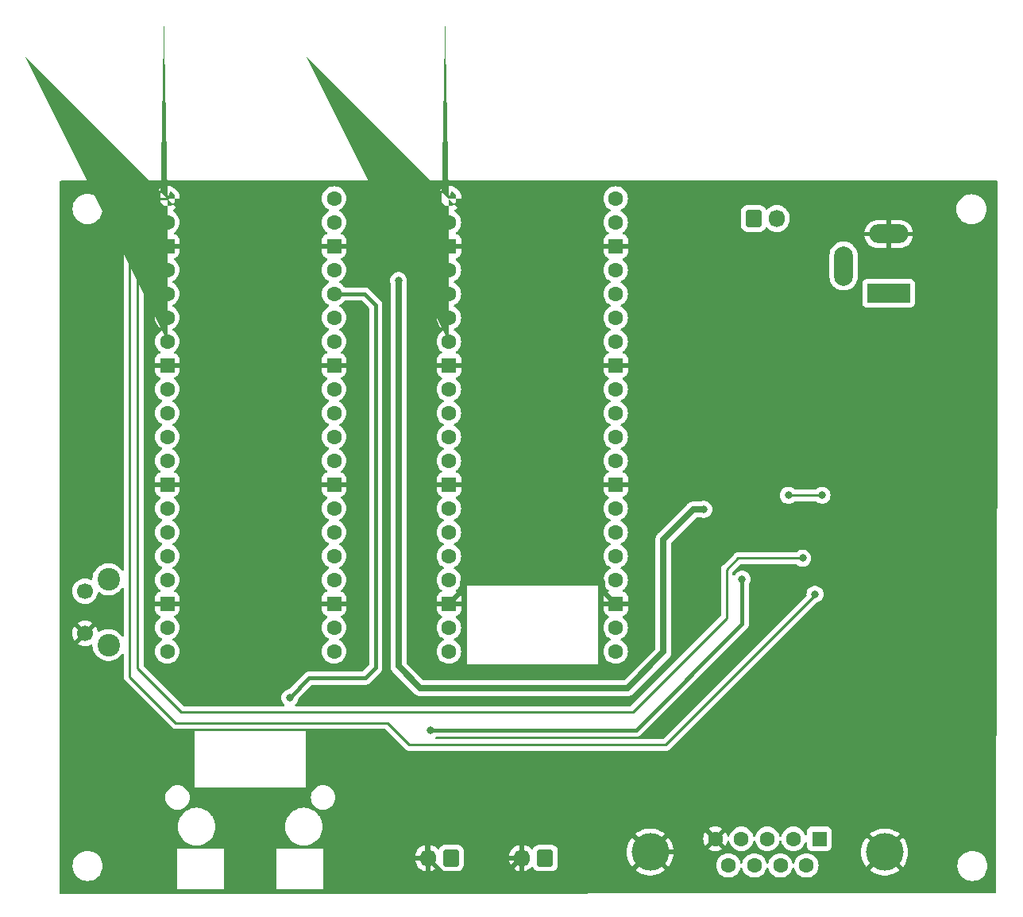
<source format=gbr>
%TF.GenerationSoftware,KiCad,Pcbnew,7.0.1-3b83917a11~172~ubuntu22.04.1*%
%TF.CreationDate,2023-04-16T23:39:10+09:00*%
%TF.ProjectId,pcb,7063622e-6b69-4636-9164-5f7063625858,rev?*%
%TF.SameCoordinates,Original*%
%TF.FileFunction,Copper,L2,Bot*%
%TF.FilePolarity,Positive*%
%FSLAX46Y46*%
G04 Gerber Fmt 4.6, Leading zero omitted, Abs format (unit mm)*
G04 Created by KiCad (PCBNEW 7.0.1-3b83917a11~172~ubuntu22.04.1) date 2023-04-16 23:39:10*
%MOMM*%
%LPD*%
G01*
G04 APERTURE LIST*
G04 Aperture macros list*
%AMRoundRect*
0 Rectangle with rounded corners*
0 $1 Rounding radius*
0 $2 $3 $4 $5 $6 $7 $8 $9 X,Y pos of 4 corners*
0 Add a 4 corners polygon primitive as box body*
4,1,4,$2,$3,$4,$5,$6,$7,$8,$9,$2,$3,0*
0 Add four circle primitives for the rounded corners*
1,1,$1+$1,$2,$3*
1,1,$1+$1,$4,$5*
1,1,$1+$1,$6,$7*
1,1,$1+$1,$8,$9*
0 Add four rect primitives between the rounded corners*
20,1,$1+$1,$2,$3,$4,$5,0*
20,1,$1+$1,$4,$5,$6,$7,0*
20,1,$1+$1,$6,$7,$8,$9,0*
20,1,$1+$1,$8,$9,$2,$3,0*%
%AMFreePoly0*
4,1,58,0.281242,0.792533,0.314585,0.788777,0.324216,0.782725,0.335306,0.780194,0.361541,0.759271,0.389950,0.741421,0.741421,0.389950,0.759271,0.361541,0.780194,0.335306,0.782725,0.324216,0.788777,0.314585,0.792533,0.281242,0.800000,0.248529,0.800000,-0.248529,0.792533,-0.281242,0.788777,-0.314585,0.782725,-0.324216,0.780194,-0.335306,0.759271,-0.361541,0.741421,-0.389950,
0.389950,-0.741421,0.361541,-0.759271,0.335306,-0.780194,0.324216,-0.782725,0.314585,-0.788777,0.281242,-0.792533,0.248529,-0.800000,0.000000,-0.800000,-0.248529,-0.800000,-0.281242,-0.792533,-0.314585,-0.788777,-0.324216,-0.782725,-0.335306,-0.780194,-0.361541,-0.759271,-0.389950,-0.741421,-0.741421,-0.389950,-0.759271,-0.361541,-0.780194,-0.335306,-0.782725,-0.324216,-0.788777,-0.314585,
-0.792533,-0.281242,-0.800000,-0.248529,-0.800000,0.248529,-0.792533,0.281242,-0.788777,0.314585,-0.782725,0.324216,-0.780194,0.335306,-0.759271,0.361541,-0.741421,0.389950,-0.389950,0.741421,-0.361541,0.759271,-0.335306,0.780194,-0.324216,0.782725,-0.314585,0.788777,-0.281242,0.792533,-0.248529,0.800000,0.248529,0.800000,0.281242,0.792533,0.281242,0.792533,$1*%
G04 Aperture macros list end*
%TA.AperFunction,ComponentPad*%
%ADD10C,4.000000*%
%TD*%
%TA.AperFunction,ComponentPad*%
%ADD11R,1.600000X1.600000*%
%TD*%
%TA.AperFunction,ComponentPad*%
%ADD12C,1.600000*%
%TD*%
%TA.AperFunction,ComponentPad*%
%ADD13RoundRect,0.250000X0.600000X0.675000X-0.600000X0.675000X-0.600000X-0.675000X0.600000X-0.675000X0*%
%TD*%
%TA.AperFunction,ComponentPad*%
%ADD14O,1.700000X1.850000*%
%TD*%
%TA.AperFunction,ComponentPad*%
%ADD15FreePoly0,0.000000*%
%TD*%
%TA.AperFunction,ComponentPad*%
%ADD16RoundRect,0.200000X-0.600000X-0.600000X0.600000X-0.600000X0.600000X0.600000X-0.600000X0.600000X0*%
%TD*%
%TA.AperFunction,ComponentPad*%
%ADD17R,4.600000X2.000000*%
%TD*%
%TA.AperFunction,ComponentPad*%
%ADD18O,4.200000X2.000000*%
%TD*%
%TA.AperFunction,ComponentPad*%
%ADD19O,2.000000X4.200000*%
%TD*%
%TA.AperFunction,ComponentPad*%
%ADD20RoundRect,0.250000X-0.600000X-0.675000X0.600000X-0.675000X0.600000X0.675000X-0.600000X0.675000X0*%
%TD*%
%TA.AperFunction,ComponentPad*%
%ADD21C,2.400000*%
%TD*%
%TA.AperFunction,ComponentPad*%
%ADD22C,1.700000*%
%TD*%
%TA.AperFunction,ViaPad*%
%ADD23C,0.800000*%
%TD*%
%TA.AperFunction,Conductor*%
%ADD24C,0.700000*%
%TD*%
%TA.AperFunction,Conductor*%
%ADD25C,0.500000*%
%TD*%
%TA.AperFunction,Conductor*%
%ADD26C,0.400000*%
%TD*%
%TA.AperFunction,Conductor*%
%ADD27C,0.250000*%
%TD*%
G04 APERTURE END LIST*
D10*
%TO.P,J4,0,PAD*%
%TO.N,GND*%
X82960000Y-91533900D03*
X107960000Y-91533900D03*
D11*
%TO.P,J4,1,1*%
%TO.N,unconnected-(J4-Pad1)*%
X101000000Y-90113900D03*
D12*
%TO.P,J4,2,2*%
%TO.N,RS232_TX*%
X98230000Y-90113900D03*
%TO.P,J4,3,3*%
%TO.N,RS232_RX*%
X95460000Y-90113900D03*
%TO.P,J4,4,4*%
%TO.N,unconnected-(J4-Pad4)*%
X92690000Y-90113900D03*
%TO.P,J4,5,5*%
%TO.N,GND*%
X89920000Y-90113900D03*
%TO.P,J4,6,6*%
%TO.N,unconnected-(J4-Pad6)*%
X99615000Y-92953900D03*
%TO.P,J4,7,7*%
%TO.N,unconnected-(J4-Pad7)*%
X96845000Y-92953900D03*
%TO.P,J4,8,8*%
%TO.N,unconnected-(J4-Pad8)*%
X94075000Y-92953900D03*
%TO.P,J4,9,9*%
%TO.N,unconnected-(J4-Pad9)*%
X91305000Y-92953900D03*
%TD*%
D13*
%TO.P,J5,1,Pin_1*%
%TO.N,Net-(J5-Pin_1)*%
X61772800Y-92151200D03*
D14*
%TO.P,J5,2,Pin_2*%
%TO.N,GND*%
X59272800Y-92151200D03*
%TD*%
D13*
%TO.P,J6,1,Pin_1*%
%TO.N,Net-(J6-Pin_1)*%
X71780400Y-92151200D03*
D14*
%TO.P,J6,2,Pin_2*%
%TO.N,GND*%
X69280400Y-92151200D03*
%TD*%
D15*
%TO.P,U2,1,GPIO0*%
%TO.N,unconnected-(U2-GPIO0-Pad1)*%
X61518800Y-21894800D03*
D12*
%TO.P,U2,2,GPIO1*%
%TO.N,unconnected-(U2-GPIO1-Pad2)*%
X61518800Y-24434800D03*
D16*
%TO.P,U2,3,GND_1*%
%TO.N,GND*%
X61518800Y-26974800D03*
D12*
%TO.P,U2,4,GPIO2*%
%TO.N,unconnected-(U2-GPIO2-Pad4)*%
X61518800Y-29514800D03*
%TO.P,U2,5,GPIO3*%
%TO.N,unconnected-(U2-GPIO3-Pad5)*%
X61518800Y-32054800D03*
%TO.P,U2,6,GPIO4*%
%TO.N,UART1_RX*%
X61518800Y-34594800D03*
%TO.P,U2,7,GPIO5*%
%TO.N,UART1_TX*%
X61518800Y-37134800D03*
D16*
%TO.P,U2,8,GND_2*%
%TO.N,GND*%
X61518800Y-39674800D03*
D12*
%TO.P,U2,9,GPIO6*%
%TO.N,P6*%
X61518800Y-42214800D03*
%TO.P,U2,10,GPIO7*%
%TO.N,P7*%
X61518800Y-44754800D03*
%TO.P,U2,11,GPIO8*%
%TO.N,unconnected-(U2-GPIO8-Pad11)*%
X61518800Y-47294800D03*
%TO.P,U2,12,GPIO9*%
%TO.N,unconnected-(U2-GPIO9-Pad12)*%
X61518800Y-49834800D03*
D16*
%TO.P,U2,13,GND_3*%
%TO.N,GND*%
X61518800Y-52374800D03*
D12*
%TO.P,U2,14,GPIO10*%
%TO.N,unconnected-(U2-GPIO10-Pad14)*%
X61518800Y-54914800D03*
%TO.P,U2,15,GPIO11*%
%TO.N,unconnected-(U2-GPIO11-Pad15)*%
X61518800Y-57454800D03*
%TO.P,U2,16,GPIO12*%
%TO.N,unconnected-(U2-GPIO12-Pad16)*%
X61518800Y-59994800D03*
%TO.P,U2,17,GPIO13*%
%TO.N,unconnected-(U2-GPIO13-Pad17)*%
X61518800Y-62534800D03*
D16*
%TO.P,U2,18,GND_4*%
%TO.N,GND*%
X61518800Y-65074800D03*
D12*
%TO.P,U2,19,GPIO14*%
%TO.N,unconnected-(U2-GPIO14-Pad19)*%
X61518800Y-67614800D03*
%TO.P,U2,20,GPIO15*%
%TO.N,unconnected-(U2-GPIO15-Pad20)*%
X61518800Y-70154800D03*
%TO.P,U2,21,GPIO16*%
%TO.N,unconnected-(U2-GPIO16-Pad21)*%
X79298800Y-70154800D03*
%TO.P,U2,22,GPIO17*%
%TO.N,unconnected-(U2-GPIO17-Pad22)*%
X79298800Y-67614800D03*
D16*
%TO.P,U2,23,GND_5*%
%TO.N,GND*%
X79298800Y-65074800D03*
D12*
%TO.P,U2,24,GPIO18*%
%TO.N,unconnected-(U2-GPIO18-Pad24)*%
X79298800Y-62534800D03*
%TO.P,U2,25,GPIO19*%
%TO.N,unconnected-(U2-GPIO19-Pad25)*%
X79298800Y-59994800D03*
%TO.P,U2,26,GPIO20*%
%TO.N,unconnected-(U2-GPIO20-Pad26)*%
X79298800Y-57454800D03*
%TO.P,U2,27,GPIO21*%
%TO.N,unconnected-(U2-GPIO21-Pad27)*%
X79298800Y-54914800D03*
D16*
%TO.P,U2,28,GND_6*%
%TO.N,GND*%
X79298800Y-52374800D03*
D12*
%TO.P,U2,29,GPIO22*%
%TO.N,unconnected-(U2-GPIO22-Pad29)*%
X79298800Y-49834800D03*
%TO.P,U2,30,RUN*%
%TO.N,unconnected-(U2-RUN-Pad30)*%
X79298800Y-47294800D03*
%TO.P,U2,31,GPIO26_ADC0*%
%TO.N,unconnected-(U2-GPIO26_ADC0-Pad31)*%
X79298800Y-44754800D03*
%TO.P,U2,32,GPIO27_ADC1*%
%TO.N,unconnected-(U2-GPIO27_ADC1-Pad32)*%
X79298800Y-42214800D03*
D16*
%TO.P,U2,33,AGND*%
%TO.N,GND*%
X79298800Y-39674800D03*
D12*
%TO.P,U2,34,GPIO28_ADC2*%
%TO.N,unconnected-(U2-GPIO28_ADC2-Pad34)*%
X79298800Y-37134800D03*
%TO.P,U2,35,ADC_VREF*%
%TO.N,unconnected-(U2-ADC_VREF-Pad35)*%
X79298800Y-34594800D03*
%TO.P,U2,36,3V3*%
%TO.N,unconnected-(U2-3V3-Pad36)*%
X79298800Y-32054800D03*
%TO.P,U2,37,3V3_EN*%
%TO.N,unconnected-(U2-3V3_EN-Pad37)*%
X79298800Y-29514800D03*
D16*
%TO.P,U2,38,GND_7*%
%TO.N,GND*%
X79298800Y-26974800D03*
D12*
%TO.P,U2,39,VSYS*%
%TO.N,Net-(U2-VSYS)*%
X79298800Y-24434800D03*
%TO.P,U2,40,VBUS*%
%TO.N,Net-(U2-VBUS)*%
X79298800Y-21894800D03*
%TD*%
D17*
%TO.P,J1,1*%
%TO.N,+24VP*%
X108381800Y-31979400D03*
D18*
%TO.P,J1,2*%
%TO.N,GND*%
X108381800Y-25679400D03*
D19*
%TO.P,J1,3*%
%TO.N,N/C*%
X103581800Y-29079400D03*
%TD*%
D20*
%TO.P,J3,1,Pin_1*%
%TO.N,+24V*%
X93974600Y-24018000D03*
D14*
%TO.P,J3,2,Pin_2*%
%TO.N,+24VP*%
X96474600Y-24018000D03*
%TD*%
D21*
%TO.P,SW1,*%
%TO.N,*%
X25222200Y-69469000D03*
X25222200Y-62469000D03*
D22*
%TO.P,SW1,1,1*%
%TO.N,GND*%
X22722200Y-68219000D03*
%TO.P,SW1,2,2*%
%TO.N,BTN*%
X22722200Y-63719000D03*
%TD*%
D15*
%TO.P,U4,1,GPIO0*%
%TO.N,UART0_TX*%
X31496000Y-21894800D03*
D12*
%TO.P,U4,2,GPIO1*%
%TO.N,UART0_RX*%
X31496000Y-24434800D03*
D16*
%TO.P,U4,3,GND_1*%
%TO.N,GND*%
X31496000Y-26974800D03*
D12*
%TO.P,U4,4,GPIO2*%
%TO.N,unconnected-(U4-GPIO2-Pad4)*%
X31496000Y-29514800D03*
%TO.P,U4,5,GPIO3*%
%TO.N,unconnected-(U4-GPIO3-Pad5)*%
X31496000Y-32054800D03*
%TO.P,U4,6,GPIO4*%
%TO.N,UART1_TX*%
X31496000Y-34594800D03*
%TO.P,U4,7,GPIO5*%
%TO.N,UART1_RX*%
X31496000Y-37134800D03*
D16*
%TO.P,U4,8,GND_2*%
%TO.N,GND*%
X31496000Y-39674800D03*
D12*
%TO.P,U4,9,GPIO6*%
%TO.N,P6*%
X31496000Y-42214800D03*
%TO.P,U4,10,GPIO7*%
%TO.N,P7*%
X31496000Y-44754800D03*
%TO.P,U4,11,GPIO8*%
%TO.N,unconnected-(U4-GPIO8-Pad11)*%
X31496000Y-47294800D03*
%TO.P,U4,12,GPIO9*%
%TO.N,unconnected-(U4-GPIO9-Pad12)*%
X31496000Y-49834800D03*
D16*
%TO.P,U4,13,GND_3*%
%TO.N,GND*%
X31496000Y-52374800D03*
D12*
%TO.P,U4,14,GPIO10*%
%TO.N,unconnected-(U4-GPIO10-Pad14)*%
X31496000Y-54914800D03*
%TO.P,U4,15,GPIO11*%
%TO.N,unconnected-(U4-GPIO11-Pad15)*%
X31496000Y-57454800D03*
%TO.P,U4,16,GPIO12*%
%TO.N,unconnected-(U4-GPIO12-Pad16)*%
X31496000Y-59994800D03*
%TO.P,U4,17,GPIO13*%
%TO.N,BTN*%
X31496000Y-62534800D03*
D16*
%TO.P,U4,18,GND_4*%
%TO.N,GND*%
X31496000Y-65074800D03*
D12*
%TO.P,U4,19,GPIO14*%
%TO.N,Net-(U4-GPIO14)*%
X31496000Y-67614800D03*
%TO.P,U4,20,GPIO15*%
%TO.N,Net-(U4-GPIO15)*%
X31496000Y-70154800D03*
%TO.P,U4,21,GPIO16(MISO)*%
%TO.N,unconnected-(U4-GPIO16(MISO)-Pad21)*%
X49276000Y-70154800D03*
%TO.P,U4,22,GPIO17(CSn)*%
%TO.N,unconnected-(U4-GPIO17(CSn)-Pad22)*%
X49276000Y-67614800D03*
D16*
%TO.P,U4,23,GND_5*%
%TO.N,GND*%
X49276000Y-65074800D03*
D12*
%TO.P,U4,24,GPIO18(SCLK)*%
%TO.N,unconnected-(U4-GPIO18(SCLK)-Pad24)*%
X49276000Y-62534800D03*
%TO.P,U4,25,GPIO19(MOSI)*%
%TO.N,unconnected-(U4-GPIO19(MOSI)-Pad25)*%
X49276000Y-59994800D03*
%TO.P,U4,26,GPIO20(RSTn)*%
%TO.N,unconnected-(U4-GPIO20(RSTn)-Pad26)*%
X49276000Y-57454800D03*
%TO.P,U4,27,GPIO21(INTn)*%
%TO.N,unconnected-(U4-GPIO21(INTn)-Pad27)*%
X49276000Y-54914800D03*
D16*
%TO.P,U4,28,GND_6*%
%TO.N,GND*%
X49276000Y-52374800D03*
D12*
%TO.P,U4,29,GPIO22*%
%TO.N,unconnected-(U4-GPIO22-Pad29)*%
X49276000Y-49834800D03*
%TO.P,U4,30,RUN*%
%TO.N,unconnected-(U4-RUN-Pad30)*%
X49276000Y-47294800D03*
%TO.P,U4,31,GPIO26_ADC0*%
%TO.N,unconnected-(U4-GPIO26_ADC0-Pad31)*%
X49276000Y-44754800D03*
%TO.P,U4,32,GPIO27_ADC1*%
%TO.N,unconnected-(U4-GPIO27_ADC1-Pad32)*%
X49276000Y-42214800D03*
D16*
%TO.P,U4,33,AGND*%
%TO.N,GND*%
X49276000Y-39674800D03*
D12*
%TO.P,U4,34,GPIO28_ADC2*%
%TO.N,unconnected-(U4-GPIO28_ADC2-Pad34)*%
X49276000Y-37134800D03*
%TO.P,U4,35,ADC_VREF*%
%TO.N,unconnected-(U4-ADC_VREF-Pad35)*%
X49276000Y-34594800D03*
%TO.P,U4,36,3V3*%
%TO.N,+3.3V*%
X49276000Y-32054800D03*
%TO.P,U4,37,3V3_EN*%
%TO.N,unconnected-(U4-3V3_EN-Pad37)*%
X49276000Y-29514800D03*
D16*
%TO.P,U4,38,GND_7*%
%TO.N,GND*%
X49276000Y-26974800D03*
D12*
%TO.P,U4,39,VSYS*%
%TO.N,Net-(U4-VSYS)*%
X49276000Y-24434800D03*
%TO.P,U4,40,VBUS*%
%TO.N,Net-(U4-VBUS)*%
X49276000Y-21894800D03*
%TD*%
D23*
%TO.N,+5V*%
X56134000Y-30632400D03*
X88696800Y-55016400D03*
%TO.N,GND*%
X91223000Y-41526600D03*
X91223000Y-47978200D03*
%TO.N,+3.3V*%
X92772400Y-62456200D03*
X44551600Y-75082400D03*
X59588400Y-78536800D03*
%TO.N,UART0_TX*%
X100533200Y-64058800D03*
%TO.N,UART0_RX*%
X99224000Y-60221000D03*
%TO.N,Net-(U1-COMP)*%
X97700000Y-53515400D03*
X101281400Y-53515400D03*
%TD*%
D24*
%TO.N,+5V*%
X84378800Y-58216800D02*
X84378800Y-70205600D01*
X88696800Y-55016400D02*
X87579200Y-55016400D01*
X58470800Y-74066400D02*
X56134000Y-71729600D01*
X56134000Y-71729600D02*
X56134000Y-30632400D01*
X84378800Y-70205600D02*
X80518000Y-74066400D01*
X87579200Y-55016400D02*
X84378800Y-58216800D01*
X80518000Y-74066400D02*
X58470800Y-74066400D01*
D25*
%TO.N,GND*%
X61518800Y-26974800D02*
X70713600Y-26974800D01*
X70561200Y-39674800D02*
X70561200Y-27127200D01*
X40182800Y-52374800D02*
X31496000Y-52374800D01*
X91223000Y-46378000D02*
X91223000Y-41526600D01*
X40335200Y-52374800D02*
X40335200Y-39674800D01*
X62941200Y-63652400D02*
X62941200Y-62687200D01*
X77927200Y-62738000D02*
X77927200Y-63703200D01*
X40538400Y-26974800D02*
X31496000Y-26974800D01*
X49276000Y-39674800D02*
X40335200Y-39674800D01*
X77927200Y-63703200D02*
X79298800Y-65074800D01*
X49276000Y-65074800D02*
X40182800Y-65074800D01*
X91201600Y-46356600D02*
X91223000Y-46378000D01*
X61290200Y-94208600D02*
X59232800Y-92151200D01*
X70561200Y-39674800D02*
X79298800Y-39674800D01*
X40335200Y-27178000D02*
X40538400Y-26974800D01*
X79129400Y-87680800D02*
X79129400Y-87703300D01*
X70612000Y-39725600D02*
X70561200Y-39674800D01*
X79129400Y-87703300D02*
X82960000Y-91533900D01*
X82960000Y-91533900D02*
X88500000Y-91533900D01*
X91223000Y-47978200D02*
X91223000Y-46378000D01*
X70612000Y-52374800D02*
X79298800Y-52374800D01*
X70612000Y-52374800D02*
X70612000Y-39725600D01*
X59232800Y-88468200D02*
X60020200Y-87680800D01*
X49276000Y-52374800D02*
X40335200Y-52374800D01*
X70612000Y-52374800D02*
X70612000Y-61772800D01*
X82960000Y-91533900D02*
X86296100Y-94870000D01*
X70612000Y-61772800D02*
X76962000Y-61772800D01*
X60020200Y-87680800D02*
X79129400Y-87680800D01*
X40335200Y-52374800D02*
X40182800Y-52374800D01*
X104623900Y-94870000D02*
X107960000Y-91533900D01*
X76962000Y-61772800D02*
X77927200Y-62738000D01*
X70561200Y-27127200D02*
X70713600Y-26974800D01*
X61518800Y-39674800D02*
X70561200Y-39674800D01*
X61518800Y-52374800D02*
X70612000Y-52374800D01*
X70713600Y-26974800D02*
X79298800Y-26974800D01*
X40335200Y-39674800D02*
X31496000Y-39674800D01*
X40182800Y-65074800D02*
X31496000Y-65074800D01*
X88500000Y-91533900D02*
X89920000Y-90113900D01*
X59232800Y-92151200D02*
X59232800Y-88468200D01*
X63855600Y-61772800D02*
X70612000Y-61772800D01*
X62941200Y-62687200D02*
X63855600Y-61772800D01*
X67183000Y-94208600D02*
X61290200Y-94208600D01*
X69240400Y-92151200D02*
X67183000Y-94208600D01*
X61518800Y-26974800D02*
X49276000Y-26974800D01*
X49276000Y-26974800D02*
X40538400Y-26974800D01*
X40182800Y-52374800D02*
X40182800Y-65074800D01*
X40335200Y-39674800D02*
X40335200Y-27178000D01*
X86296100Y-94870000D02*
X104623900Y-94870000D01*
X61518800Y-65074800D02*
X62941200Y-63652400D01*
X89838900Y-90113900D02*
X89942500Y-90113900D01*
D26*
%TO.N,+3.3V*%
X53695600Y-71882000D02*
X53695600Y-33223200D01*
X92772400Y-67247600D02*
X92772400Y-62456200D01*
X52628800Y-72999600D02*
X52628800Y-72948800D01*
X81483200Y-78536800D02*
X92772400Y-67247600D01*
X53695600Y-33223200D02*
X52527200Y-32054800D01*
X46634400Y-72999600D02*
X52628800Y-72999600D01*
X44551600Y-75082400D02*
X46634400Y-72999600D01*
X52527200Y-32054800D02*
X49276000Y-32054800D01*
X52628800Y-72948800D02*
X53695600Y-71882000D01*
X59588400Y-78536800D02*
X81483200Y-78536800D01*
D27*
%TO.N,UART0_TX*%
X27482800Y-24688800D02*
X30276800Y-21894800D01*
X100482400Y-64109600D02*
X100482400Y-64262000D01*
X54965600Y-77774800D02*
X32410400Y-77774800D01*
X100533200Y-64058800D02*
X100482400Y-64109600D01*
X32410400Y-77774800D02*
X27482800Y-72847200D01*
X30276800Y-21894800D02*
X31496000Y-21894800D01*
X27482800Y-72847200D02*
X27482800Y-24688800D01*
X100482400Y-64262000D02*
X84632800Y-80111600D01*
X57302400Y-80111600D02*
X54965600Y-77774800D01*
X84632800Y-80111600D02*
X57302400Y-80111600D01*
%TO.N,UART0_RX*%
X29159200Y-24434800D02*
X28346400Y-25247600D01*
X81127600Y-76606400D02*
X91135200Y-66598800D01*
X31496000Y-24434800D02*
X29159200Y-24434800D01*
X32969200Y-76606400D02*
X81127600Y-76606400D01*
X28346400Y-25247600D02*
X28346400Y-71983600D01*
X28346400Y-71983600D02*
X32969200Y-76606400D01*
X91135200Y-61417200D02*
X92331400Y-60221000D01*
X92331400Y-60221000D02*
X99224000Y-60221000D01*
X91135200Y-66598800D02*
X91135200Y-61417200D01*
%TO.N,Net-(U1-COMP)*%
X97700000Y-53515400D02*
X101281400Y-53515400D01*
%TD*%
%TA.AperFunction,Conductor*%
%TO.N,GND*%
G36*
X119937500Y-20017113D02*
G01*
X119982887Y-20062500D01*
X119999500Y-20124500D01*
X119999500Y-47350240D01*
X119947992Y-62761489D01*
X119837612Y-95786939D01*
X119820883Y-95848728D01*
X119775566Y-95893939D01*
X119713739Y-95910525D01*
X32162800Y-95999500D01*
X20124500Y-95999500D01*
X20062500Y-95982887D01*
X20017113Y-95937500D01*
X20000500Y-95875500D01*
X20000500Y-95464800D01*
X32535459Y-95464800D01*
X32535500Y-95464899D01*
X32535617Y-95465183D01*
X32535618Y-95465184D01*
X32535808Y-95465261D01*
X32536000Y-95465341D01*
X32536002Y-95465339D01*
X32560616Y-95465324D01*
X32560616Y-95465328D01*
X32560760Y-95465300D01*
X37511240Y-95465300D01*
X37511383Y-95465328D01*
X37511384Y-95465324D01*
X37535997Y-95465339D01*
X37536000Y-95465341D01*
X37536383Y-95465183D01*
X37536500Y-95464899D01*
X37536541Y-95464800D01*
X43135459Y-95464800D01*
X43135500Y-95464899D01*
X43135617Y-95465183D01*
X43135618Y-95465184D01*
X43135808Y-95465261D01*
X43136000Y-95465341D01*
X43136002Y-95465339D01*
X43160616Y-95465324D01*
X43160616Y-95465328D01*
X43160760Y-95465300D01*
X48111240Y-95465300D01*
X48111383Y-95465328D01*
X48111384Y-95465324D01*
X48135997Y-95465339D01*
X48136000Y-95465341D01*
X48136383Y-95465183D01*
X48136500Y-95464899D01*
X48136541Y-95464800D01*
X48136541Y-95440246D01*
X48136500Y-95440040D01*
X48136500Y-92401200D01*
X57932954Y-92401200D01*
X57938230Y-92461517D01*
X57999369Y-92689692D01*
X58099200Y-92903778D01*
X58234690Y-93097278D01*
X58401718Y-93264306D01*
X58595223Y-93399800D01*
X58809307Y-93499630D01*
X59022799Y-93556835D01*
X59022800Y-93556836D01*
X59022800Y-93556835D01*
X59522800Y-93556835D01*
X59736292Y-93499630D01*
X59950378Y-93399799D01*
X60143875Y-93264311D01*
X60291130Y-93117056D01*
X60338101Y-93087611D01*
X60393208Y-93081575D01*
X60445438Y-93100157D01*
X60484351Y-93139641D01*
X60580088Y-93294857D01*
X60704142Y-93418911D01*
X60704144Y-93418912D01*
X60853466Y-93511014D01*
X60964817Y-93547912D01*
X61020002Y-93566199D01*
X61030502Y-93567271D01*
X61122791Y-93576700D01*
X62422808Y-93576699D01*
X62525597Y-93566199D01*
X62692134Y-93511014D01*
X62841456Y-93418912D01*
X62965512Y-93294856D01*
X63057614Y-93145534D01*
X63112799Y-92978997D01*
X63123300Y-92876209D01*
X63123300Y-92401200D01*
X67940554Y-92401200D01*
X67945830Y-92461517D01*
X68006969Y-92689692D01*
X68106800Y-92903778D01*
X68242290Y-93097278D01*
X68409318Y-93264306D01*
X68602823Y-93399800D01*
X68816907Y-93499630D01*
X69030399Y-93556835D01*
X69030400Y-93556836D01*
X69030400Y-93556835D01*
X69530400Y-93556835D01*
X69743892Y-93499630D01*
X69957978Y-93399799D01*
X70151475Y-93264311D01*
X70298730Y-93117056D01*
X70345701Y-93087611D01*
X70400808Y-93081575D01*
X70453038Y-93100157D01*
X70491951Y-93139641D01*
X70587688Y-93294857D01*
X70711742Y-93418911D01*
X70711744Y-93418912D01*
X70861066Y-93511014D01*
X70972417Y-93547912D01*
X71027602Y-93566199D01*
X71038102Y-93567271D01*
X71130391Y-93576700D01*
X72430408Y-93576699D01*
X72533197Y-93566199D01*
X72699734Y-93511014D01*
X72762210Y-93472479D01*
X81374971Y-93472479D01*
X81374972Y-93472481D01*
X81617783Y-93648893D01*
X81893448Y-93800440D01*
X82185928Y-93916241D01*
X82490620Y-93994473D01*
X82802711Y-94033900D01*
X83117289Y-94033900D01*
X83429379Y-93994473D01*
X83734071Y-93916241D01*
X84026551Y-93800440D01*
X84302212Y-93648895D01*
X84545026Y-93472479D01*
X84545027Y-93472479D01*
X82960000Y-91887453D01*
X81374971Y-93472479D01*
X72762210Y-93472479D01*
X72849056Y-93418912D01*
X72973112Y-93294856D01*
X73065214Y-93145534D01*
X73120399Y-92978997D01*
X73130900Y-92876209D01*
X73130899Y-91533899D01*
X80455056Y-91533899D01*
X80474808Y-91847848D01*
X80533754Y-92156857D01*
X80630961Y-92456026D01*
X80764904Y-92740669D01*
X80933456Y-93006264D01*
X81024287Y-93116059D01*
X82606447Y-91533901D01*
X83313553Y-91533901D01*
X84895712Y-93116060D01*
X84895713Y-93116060D01*
X84986536Y-93006274D01*
X85019774Y-92953900D01*
X89999531Y-92953900D01*
X90019364Y-93180589D01*
X90078261Y-93400397D01*
X90174432Y-93606635D01*
X90304953Y-93793040D01*
X90465859Y-93953946D01*
X90652264Y-94084467D01*
X90652265Y-94084467D01*
X90652266Y-94084468D01*
X90858504Y-94180639D01*
X91078308Y-94239535D01*
X91305000Y-94259368D01*
X91531692Y-94239535D01*
X91751496Y-94180639D01*
X91957734Y-94084468D01*
X92144139Y-93953947D01*
X92305047Y-93793039D01*
X92435568Y-93606634D01*
X92531739Y-93400396D01*
X92570224Y-93256764D01*
X92602319Y-93201176D01*
X92657906Y-93169082D01*
X92722094Y-93169082D01*
X92777681Y-93201176D01*
X92809775Y-93256764D01*
X92848261Y-93400396D01*
X92944432Y-93606635D01*
X93074953Y-93793040D01*
X93235859Y-93953946D01*
X93422264Y-94084467D01*
X93422265Y-94084467D01*
X93422266Y-94084468D01*
X93628504Y-94180639D01*
X93848308Y-94239535D01*
X94075000Y-94259368D01*
X94301692Y-94239535D01*
X94521496Y-94180639D01*
X94727734Y-94084468D01*
X94914139Y-93953947D01*
X95075047Y-93793039D01*
X95205568Y-93606634D01*
X95301739Y-93400396D01*
X95340224Y-93256764D01*
X95372319Y-93201176D01*
X95427906Y-93169082D01*
X95492094Y-93169082D01*
X95547681Y-93201176D01*
X95579775Y-93256764D01*
X95618261Y-93400396D01*
X95714432Y-93606635D01*
X95844953Y-93793040D01*
X96005859Y-93953946D01*
X96192264Y-94084467D01*
X96192265Y-94084467D01*
X96192266Y-94084468D01*
X96398504Y-94180639D01*
X96618308Y-94239535D01*
X96845000Y-94259368D01*
X97071692Y-94239535D01*
X97291496Y-94180639D01*
X97497734Y-94084468D01*
X97684139Y-93953947D01*
X97845047Y-93793039D01*
X97975568Y-93606634D01*
X98071739Y-93400396D01*
X98110224Y-93256764D01*
X98142319Y-93201176D01*
X98197906Y-93169082D01*
X98262094Y-93169082D01*
X98317681Y-93201176D01*
X98349775Y-93256764D01*
X98388261Y-93400396D01*
X98484432Y-93606635D01*
X98614953Y-93793040D01*
X98775859Y-93953946D01*
X98962264Y-94084467D01*
X98962265Y-94084467D01*
X98962266Y-94084468D01*
X99168504Y-94180639D01*
X99388308Y-94239535D01*
X99615000Y-94259368D01*
X99841692Y-94239535D01*
X100061496Y-94180639D01*
X100267734Y-94084468D01*
X100454139Y-93953947D01*
X100615047Y-93793039D01*
X100745568Y-93606634D01*
X100808126Y-93472479D01*
X106374971Y-93472479D01*
X106374972Y-93472481D01*
X106617783Y-93648893D01*
X106893448Y-93800440D01*
X107185928Y-93916241D01*
X107490620Y-93994473D01*
X107802711Y-94033900D01*
X108117289Y-94033900D01*
X108429379Y-93994473D01*
X108734071Y-93916241D01*
X109026551Y-93800440D01*
X109302212Y-93648895D01*
X109545026Y-93472479D01*
X109545027Y-93472479D01*
X107960000Y-91887453D01*
X106374971Y-93472479D01*
X100808126Y-93472479D01*
X100841739Y-93400396D01*
X100900635Y-93180592D01*
X100920468Y-92953900D01*
X100900635Y-92727208D01*
X100841739Y-92507404D01*
X100745568Y-92301166D01*
X100724544Y-92271141D01*
X100615046Y-92114759D01*
X100454140Y-91953853D01*
X100267735Y-91823332D01*
X100061497Y-91727161D01*
X99841689Y-91668264D01*
X99614999Y-91648431D01*
X99388310Y-91668264D01*
X99168502Y-91727161D01*
X98962264Y-91823332D01*
X98775859Y-91953853D01*
X98614953Y-92114759D01*
X98484432Y-92301164D01*
X98388261Y-92507402D01*
X98349775Y-92651036D01*
X98317681Y-92706623D01*
X98262094Y-92738717D01*
X98197906Y-92738717D01*
X98142319Y-92706623D01*
X98110225Y-92651036D01*
X98071738Y-92507402D01*
X97975567Y-92301164D01*
X97845046Y-92114759D01*
X97684140Y-91953853D01*
X97497735Y-91823332D01*
X97291497Y-91727161D01*
X97071689Y-91668264D01*
X96844999Y-91648431D01*
X96618310Y-91668264D01*
X96398502Y-91727161D01*
X96192264Y-91823332D01*
X96005859Y-91953853D01*
X95844953Y-92114759D01*
X95714432Y-92301164D01*
X95618261Y-92507402D01*
X95579775Y-92651036D01*
X95547681Y-92706623D01*
X95492094Y-92738717D01*
X95427906Y-92738717D01*
X95372319Y-92706623D01*
X95340225Y-92651036D01*
X95301738Y-92507402D01*
X95205567Y-92301164D01*
X95075046Y-92114759D01*
X94914140Y-91953853D01*
X94727735Y-91823332D01*
X94521497Y-91727161D01*
X94301689Y-91668264D01*
X94074999Y-91648431D01*
X93848310Y-91668264D01*
X93628502Y-91727161D01*
X93422264Y-91823332D01*
X93235859Y-91953853D01*
X93074953Y-92114759D01*
X92944432Y-92301164D01*
X92848261Y-92507402D01*
X92809775Y-92651036D01*
X92777681Y-92706623D01*
X92722094Y-92738717D01*
X92657906Y-92738717D01*
X92602319Y-92706623D01*
X92570225Y-92651036D01*
X92531738Y-92507402D01*
X92435567Y-92301164D01*
X92305046Y-92114759D01*
X92144140Y-91953853D01*
X91957735Y-91823332D01*
X91751497Y-91727161D01*
X91531689Y-91668264D01*
X91304999Y-91648431D01*
X91078310Y-91668264D01*
X90858502Y-91727161D01*
X90652264Y-91823332D01*
X90465859Y-91953853D01*
X90304953Y-92114759D01*
X90174432Y-92301164D01*
X90078261Y-92507402D01*
X90019364Y-92727210D01*
X89999531Y-92953900D01*
X85019774Y-92953900D01*
X85155097Y-92740665D01*
X85289038Y-92456026D01*
X85386245Y-92156857D01*
X85445191Y-91847848D01*
X85464943Y-91533899D01*
X105455056Y-91533899D01*
X105474808Y-91847848D01*
X105533754Y-92156857D01*
X105630961Y-92456026D01*
X105764904Y-92740669D01*
X105933456Y-93006264D01*
X106024287Y-93116059D01*
X107606447Y-91533901D01*
X108313553Y-91533901D01*
X109895712Y-93116060D01*
X109895713Y-93116060D01*
X109986536Y-93006274D01*
X109990518Y-92999999D01*
X115717151Y-92999999D01*
X115736917Y-93251149D01*
X115795726Y-93496110D01*
X115829108Y-93576700D01*
X115892134Y-93728859D01*
X116023764Y-93943659D01*
X116187376Y-94135224D01*
X116378941Y-94298836D01*
X116593741Y-94430466D01*
X116826489Y-94526873D01*
X117071452Y-94585683D01*
X117322600Y-94605449D01*
X117573748Y-94585683D01*
X117818711Y-94526873D01*
X118051459Y-94430466D01*
X118266259Y-94298836D01*
X118457824Y-94135224D01*
X118621436Y-93943659D01*
X118753066Y-93728859D01*
X118849473Y-93496111D01*
X118908283Y-93251148D01*
X118928049Y-93000000D01*
X118908283Y-92748852D01*
X118849473Y-92503889D01*
X118753066Y-92271141D01*
X118621436Y-92056341D01*
X118457824Y-91864776D01*
X118266259Y-91701164D01*
X118051459Y-91569534D01*
X117935085Y-91521330D01*
X117818710Y-91473126D01*
X117573749Y-91414317D01*
X117322600Y-91394551D01*
X117071450Y-91414317D01*
X116826489Y-91473126D01*
X116593739Y-91569535D01*
X116378942Y-91701163D01*
X116187376Y-91864776D01*
X116023763Y-92056342D01*
X115892135Y-92271139D01*
X115795726Y-92503889D01*
X115736917Y-92748850D01*
X115717151Y-92999999D01*
X109990518Y-92999999D01*
X110155097Y-92740665D01*
X110289038Y-92456026D01*
X110386245Y-92156857D01*
X110445191Y-91847848D01*
X110464943Y-91533899D01*
X110445191Y-91219951D01*
X110386245Y-90910942D01*
X110289038Y-90611773D01*
X110155097Y-90327134D01*
X109986537Y-90061527D01*
X109895712Y-89951738D01*
X108313553Y-91533900D01*
X108313553Y-91533901D01*
X107606447Y-91533901D01*
X107606447Y-91533900D01*
X106024286Y-89951738D01*
X106024285Y-89951738D01*
X105933459Y-90061530D01*
X105764904Y-90327130D01*
X105630961Y-90611773D01*
X105533754Y-90910942D01*
X105474808Y-91219951D01*
X105455056Y-91533899D01*
X85464943Y-91533899D01*
X85445191Y-91219951D01*
X85440036Y-91192926D01*
X89194526Y-91192926D01*
X89267515Y-91244033D01*
X89473673Y-91340166D01*
X89693397Y-91399041D01*
X89920000Y-91418866D01*
X90146602Y-91399041D01*
X90366326Y-91340166D01*
X90572480Y-91244034D01*
X90645472Y-91192925D01*
X89920001Y-90467453D01*
X89920000Y-90467453D01*
X89194526Y-91192925D01*
X89194526Y-91192926D01*
X85440036Y-91192926D01*
X85386245Y-90910942D01*
X85289038Y-90611773D01*
X85155097Y-90327134D01*
X85019774Y-90113900D01*
X88615033Y-90113900D01*
X88634858Y-90340502D01*
X88693733Y-90560226D01*
X88789866Y-90766384D01*
X88840972Y-90839371D01*
X88840974Y-90839372D01*
X89566446Y-90113901D01*
X90273553Y-90113901D01*
X90999025Y-90839372D01*
X91050134Y-90766380D01*
X91146266Y-90560227D01*
X91184966Y-90415798D01*
X91217060Y-90360211D01*
X91272647Y-90328117D01*
X91336834Y-90328117D01*
X91392422Y-90360211D01*
X91424516Y-90415798D01*
X91463261Y-90560397D01*
X91559432Y-90766635D01*
X91689953Y-90953040D01*
X91850859Y-91113946D01*
X92037264Y-91244467D01*
X92037265Y-91244467D01*
X92037266Y-91244468D01*
X92243504Y-91340639D01*
X92463308Y-91399535D01*
X92614435Y-91412756D01*
X92689999Y-91419368D01*
X92689999Y-91419367D01*
X92690000Y-91419368D01*
X92916692Y-91399535D01*
X93136496Y-91340639D01*
X93342734Y-91244468D01*
X93529139Y-91113947D01*
X93690047Y-90953039D01*
X93820568Y-90766634D01*
X93916739Y-90560396D01*
X93955224Y-90416764D01*
X93987319Y-90361176D01*
X94042906Y-90329082D01*
X94107094Y-90329082D01*
X94162681Y-90361176D01*
X94194775Y-90416764D01*
X94233261Y-90560396D01*
X94329432Y-90766635D01*
X94459953Y-90953040D01*
X94620859Y-91113946D01*
X94807264Y-91244467D01*
X94807265Y-91244467D01*
X94807266Y-91244468D01*
X95013504Y-91340639D01*
X95233308Y-91399535D01*
X95384435Y-91412756D01*
X95459999Y-91419368D01*
X95459999Y-91419367D01*
X95460000Y-91419368D01*
X95686692Y-91399535D01*
X95906496Y-91340639D01*
X96112734Y-91244468D01*
X96299139Y-91113947D01*
X96460047Y-90953039D01*
X96590568Y-90766634D01*
X96686739Y-90560396D01*
X96725224Y-90416764D01*
X96757319Y-90361176D01*
X96812906Y-90329082D01*
X96877094Y-90329082D01*
X96932681Y-90361176D01*
X96964775Y-90416764D01*
X97003261Y-90560396D01*
X97099432Y-90766635D01*
X97229953Y-90953040D01*
X97390859Y-91113946D01*
X97577264Y-91244467D01*
X97577265Y-91244467D01*
X97577266Y-91244468D01*
X97783504Y-91340639D01*
X98003308Y-91399535D01*
X98154435Y-91412756D01*
X98229999Y-91419368D01*
X98229999Y-91419367D01*
X98230000Y-91419368D01*
X98456692Y-91399535D01*
X98676496Y-91340639D01*
X98882734Y-91244468D01*
X99069139Y-91113947D01*
X99230047Y-90953039D01*
X99360568Y-90766634D01*
X99456739Y-90560396D01*
X99456738Y-90560396D01*
X99461324Y-90550564D01*
X99462814Y-90551259D01*
X99484068Y-90512507D01*
X99533079Y-90479752D01*
X99591677Y-90473330D01*
X99646619Y-90494692D01*
X99685488Y-90539010D01*
X99699500Y-90596270D01*
X99699500Y-90961769D01*
X99704421Y-91007541D01*
X99705909Y-91021383D01*
X99756204Y-91156231D01*
X99842454Y-91271446D01*
X99957669Y-91357696D01*
X100092517Y-91407991D01*
X100152127Y-91414400D01*
X101847872Y-91414399D01*
X101907483Y-91407991D01*
X102042331Y-91357696D01*
X102157546Y-91271446D01*
X102243796Y-91156231D01*
X102294091Y-91021383D01*
X102300500Y-90961773D01*
X102300499Y-89595319D01*
X106374971Y-89595319D01*
X107960000Y-91180347D01*
X107960001Y-91180347D01*
X109545027Y-89595319D01*
X109545026Y-89595317D01*
X109302216Y-89418906D01*
X109026551Y-89267359D01*
X108734071Y-89151558D01*
X108429379Y-89073326D01*
X108117289Y-89033900D01*
X107802711Y-89033900D01*
X107490620Y-89073326D01*
X107185928Y-89151558D01*
X106893448Y-89267359D01*
X106617783Y-89418906D01*
X106374972Y-89595318D01*
X106374971Y-89595319D01*
X102300499Y-89595319D01*
X102300499Y-89266028D01*
X102294091Y-89206417D01*
X102243796Y-89071569D01*
X102157546Y-88956354D01*
X102042331Y-88870104D01*
X101907483Y-88819809D01*
X101847873Y-88813400D01*
X101847869Y-88813400D01*
X100152130Y-88813400D01*
X100092515Y-88819809D01*
X99957669Y-88870104D01*
X99842454Y-88956354D01*
X99756204Y-89071568D01*
X99705909Y-89206416D01*
X99699500Y-89266031D01*
X99699500Y-89631527D01*
X99685489Y-89688784D01*
X99646623Y-89733102D01*
X99591684Y-89754466D01*
X99533087Y-89748048D01*
X99484076Y-89715298D01*
X99462814Y-89676541D01*
X99461324Y-89677236D01*
X99360567Y-89461164D01*
X99230046Y-89274759D01*
X99069140Y-89113853D01*
X98882735Y-88983332D01*
X98676497Y-88887161D01*
X98456689Y-88828264D01*
X98230000Y-88808431D01*
X98003310Y-88828264D01*
X97783502Y-88887161D01*
X97577264Y-88983332D01*
X97390859Y-89113853D01*
X97229953Y-89274759D01*
X97099432Y-89461164D01*
X97003261Y-89667402D01*
X96964775Y-89811036D01*
X96932681Y-89866623D01*
X96877094Y-89898717D01*
X96812906Y-89898717D01*
X96757319Y-89866623D01*
X96725225Y-89811036D01*
X96708347Y-89748048D01*
X96686739Y-89667404D01*
X96590568Y-89461166D01*
X96560977Y-89418906D01*
X96460046Y-89274759D01*
X96299140Y-89113853D01*
X96112735Y-88983332D01*
X95906497Y-88887161D01*
X95686689Y-88828264D01*
X95460000Y-88808431D01*
X95233310Y-88828264D01*
X95013502Y-88887161D01*
X94807264Y-88983332D01*
X94620859Y-89113853D01*
X94459953Y-89274759D01*
X94329432Y-89461164D01*
X94233261Y-89667402D01*
X94194775Y-89811036D01*
X94162681Y-89866623D01*
X94107094Y-89898717D01*
X94042906Y-89898717D01*
X93987319Y-89866623D01*
X93955225Y-89811036D01*
X93938347Y-89748048D01*
X93916739Y-89667404D01*
X93820568Y-89461166D01*
X93790977Y-89418906D01*
X93690046Y-89274759D01*
X93529140Y-89113853D01*
X93342735Y-88983332D01*
X93136497Y-88887161D01*
X92916689Y-88828264D01*
X92690000Y-88808431D01*
X92463310Y-88828264D01*
X92243502Y-88887161D01*
X92037264Y-88983332D01*
X91850859Y-89113853D01*
X91689953Y-89274759D01*
X91559432Y-89461164D01*
X91463261Y-89667402D01*
X91424516Y-89812001D01*
X91392422Y-89867588D01*
X91336834Y-89899682D01*
X91272647Y-89899682D01*
X91217060Y-89867588D01*
X91184966Y-89812001D01*
X91146266Y-89667573D01*
X91050133Y-89461415D01*
X90999025Y-89388426D01*
X90273553Y-90113900D01*
X90273553Y-90113901D01*
X89566446Y-90113901D01*
X89566446Y-90113900D01*
X88840973Y-89388426D01*
X88840973Y-89388427D01*
X88789865Y-89461416D01*
X88693733Y-89667572D01*
X88634858Y-89887297D01*
X88615033Y-90113900D01*
X85019774Y-90113900D01*
X84986537Y-90061527D01*
X84895712Y-89951738D01*
X83313553Y-91533900D01*
X83313553Y-91533901D01*
X82606447Y-91533901D01*
X82606447Y-91533899D01*
X81024286Y-89951738D01*
X81024285Y-89951738D01*
X80933459Y-90061530D01*
X80764904Y-90327130D01*
X80630961Y-90611773D01*
X80533754Y-90910942D01*
X80474808Y-91219951D01*
X80455056Y-91533899D01*
X73130899Y-91533899D01*
X73130899Y-91426192D01*
X73129694Y-91414400D01*
X73120399Y-91323403D01*
X73094242Y-91244467D01*
X73065214Y-91156866D01*
X72973112Y-91007544D01*
X72973111Y-91007542D01*
X72849057Y-90883488D01*
X72699734Y-90791386D01*
X72533197Y-90736200D01*
X72430409Y-90725700D01*
X71130391Y-90725700D01*
X71027603Y-90736200D01*
X70861065Y-90791386D01*
X70711742Y-90883488D01*
X70587689Y-91007541D01*
X70491951Y-91162759D01*
X70453037Y-91202242D01*
X70400808Y-91220824D01*
X70345701Y-91214788D01*
X70298731Y-91185343D01*
X70151481Y-91038093D01*
X69957976Y-90902599D01*
X69743892Y-90802769D01*
X69530400Y-90745564D01*
X69530400Y-93556835D01*
X69030400Y-93556835D01*
X69030400Y-92401200D01*
X67940554Y-92401200D01*
X63123300Y-92401200D01*
X63123299Y-91901200D01*
X67940553Y-91901200D01*
X69030400Y-91901200D01*
X69030400Y-90745564D01*
X69030399Y-90745564D01*
X68816907Y-90802769D01*
X68602821Y-90902600D01*
X68409321Y-91038090D01*
X68242290Y-91205121D01*
X68106800Y-91398621D01*
X68006969Y-91612707D01*
X67945830Y-91840882D01*
X67940553Y-91901200D01*
X63123299Y-91901200D01*
X63123299Y-91426192D01*
X63122094Y-91414400D01*
X63112799Y-91323403D01*
X63086642Y-91244467D01*
X63057614Y-91156866D01*
X62965512Y-91007544D01*
X62965511Y-91007542D01*
X62841457Y-90883488D01*
X62692134Y-90791386D01*
X62525597Y-90736200D01*
X62422809Y-90725700D01*
X61122791Y-90725700D01*
X61020003Y-90736200D01*
X60853465Y-90791386D01*
X60704142Y-90883488D01*
X60580089Y-91007541D01*
X60484351Y-91162759D01*
X60445437Y-91202242D01*
X60393208Y-91220824D01*
X60338101Y-91214788D01*
X60291131Y-91185343D01*
X60143881Y-91038093D01*
X59950376Y-90902599D01*
X59736292Y-90802769D01*
X59522800Y-90745564D01*
X59522800Y-93556835D01*
X59022800Y-93556835D01*
X59022800Y-92401200D01*
X57932954Y-92401200D01*
X48136500Y-92401200D01*
X48136500Y-91901200D01*
X57932953Y-91901200D01*
X59022800Y-91901200D01*
X59022800Y-90745564D01*
X59022799Y-90745564D01*
X58809307Y-90802769D01*
X58595221Y-90902600D01*
X58401721Y-91038090D01*
X58234690Y-91205121D01*
X58099200Y-91398621D01*
X57999369Y-91612707D01*
X57938230Y-91840882D01*
X57932953Y-91901200D01*
X48136500Y-91901200D01*
X48136500Y-91189560D01*
X48136528Y-91189416D01*
X48136524Y-91189416D01*
X48136539Y-91164802D01*
X48136541Y-91164800D01*
X48136461Y-91164608D01*
X48136384Y-91164418D01*
X48136380Y-91164414D01*
X48136194Y-91164338D01*
X48136002Y-91164259D01*
X48111446Y-91164259D01*
X48111240Y-91164300D01*
X43160760Y-91164300D01*
X43160554Y-91164259D01*
X43135998Y-91164259D01*
X43135807Y-91164338D01*
X43135619Y-91164415D01*
X43135615Y-91164418D01*
X43135459Y-91164799D01*
X43135476Y-91189416D01*
X43135471Y-91189416D01*
X43135500Y-91189560D01*
X43135500Y-95440040D01*
X43135459Y-95440246D01*
X43135459Y-95464800D01*
X37536541Y-95464800D01*
X37536541Y-95440246D01*
X37536500Y-95440040D01*
X37536500Y-91189560D01*
X37536528Y-91189416D01*
X37536524Y-91189416D01*
X37536539Y-91164802D01*
X37536541Y-91164800D01*
X37536461Y-91164608D01*
X37536384Y-91164418D01*
X37536380Y-91164414D01*
X37536194Y-91164338D01*
X37536002Y-91164259D01*
X37511446Y-91164259D01*
X37511240Y-91164300D01*
X32560760Y-91164300D01*
X32560554Y-91164259D01*
X32535998Y-91164259D01*
X32535807Y-91164338D01*
X32535619Y-91164415D01*
X32535615Y-91164418D01*
X32535459Y-91164799D01*
X32535476Y-91189416D01*
X32535471Y-91189416D01*
X32535500Y-91189560D01*
X32535500Y-95440040D01*
X32535459Y-95440246D01*
X32535459Y-95464800D01*
X20000500Y-95464800D01*
X20000500Y-93000000D01*
X21394551Y-93000000D01*
X21414317Y-93251149D01*
X21473126Y-93496110D01*
X21506508Y-93576700D01*
X21569534Y-93728859D01*
X21701164Y-93943659D01*
X21864776Y-94135224D01*
X22056341Y-94298836D01*
X22271141Y-94430466D01*
X22503889Y-94526873D01*
X22748852Y-94585683D01*
X23000000Y-94605449D01*
X23251148Y-94585683D01*
X23496111Y-94526873D01*
X23728859Y-94430466D01*
X23943659Y-94298836D01*
X24135224Y-94135224D01*
X24298836Y-93943659D01*
X24430466Y-93728859D01*
X24526873Y-93496111D01*
X24585683Y-93251148D01*
X24605449Y-93000000D01*
X24585683Y-92748852D01*
X24526873Y-92503889D01*
X24430466Y-92271141D01*
X24298836Y-92056341D01*
X24135224Y-91864776D01*
X23943659Y-91701164D01*
X23728859Y-91569534D01*
X23612485Y-91521330D01*
X23496110Y-91473126D01*
X23251149Y-91414317D01*
X23000000Y-91394551D01*
X22748850Y-91414317D01*
X22503889Y-91473126D01*
X22271139Y-91569535D01*
X22056342Y-91701163D01*
X21864776Y-91864776D01*
X21701163Y-92056342D01*
X21569535Y-92271139D01*
X21473126Y-92503889D01*
X21414317Y-92748850D01*
X21394551Y-93000000D01*
X20000500Y-93000000D01*
X20000500Y-88814800D01*
X32615389Y-88814800D01*
X32635804Y-89100229D01*
X32696629Y-89379841D01*
X32711200Y-89418906D01*
X32790503Y-89631527D01*
X32796634Y-89647963D01*
X32933772Y-89899113D01*
X32934198Y-89899682D01*
X33105261Y-90128195D01*
X33307605Y-90330539D01*
X33479415Y-90459154D01*
X33536686Y-90502027D01*
X33625575Y-90550564D01*
X33787839Y-90639167D01*
X34055954Y-90739169D01*
X34055957Y-90739169D01*
X34055958Y-90739170D01*
X34085351Y-90745564D01*
X34335572Y-90799996D01*
X34621000Y-90820410D01*
X34906428Y-90799996D01*
X35186046Y-90739169D01*
X35454161Y-90639167D01*
X35705315Y-90502026D01*
X35934395Y-90330539D01*
X36136739Y-90128195D01*
X36308226Y-89899115D01*
X36445367Y-89647961D01*
X36545369Y-89379846D01*
X36606196Y-89100228D01*
X36626610Y-88814800D01*
X36626610Y-88814799D01*
X44045389Y-88814799D01*
X44065804Y-89100229D01*
X44126629Y-89379841D01*
X44141200Y-89418906D01*
X44220503Y-89631527D01*
X44226634Y-89647963D01*
X44363772Y-89899113D01*
X44364198Y-89899682D01*
X44535261Y-90128195D01*
X44737605Y-90330539D01*
X44909415Y-90459154D01*
X44966686Y-90502027D01*
X45055575Y-90550564D01*
X45217839Y-90639167D01*
X45485954Y-90739169D01*
X45485957Y-90739169D01*
X45485958Y-90739170D01*
X45515351Y-90745564D01*
X45765572Y-90799996D01*
X46051000Y-90820410D01*
X46336428Y-90799996D01*
X46616046Y-90739169D01*
X46884161Y-90639167D01*
X47135315Y-90502026D01*
X47364395Y-90330539D01*
X47566739Y-90128195D01*
X47738226Y-89899115D01*
X47875367Y-89647961D01*
X47895002Y-89595319D01*
X81374971Y-89595319D01*
X82960000Y-91180347D01*
X82960001Y-91180347D01*
X84545027Y-89595319D01*
X84545026Y-89595317D01*
X84302216Y-89418906D01*
X84026551Y-89267359D01*
X83734071Y-89151558D01*
X83429379Y-89073326D01*
X83124991Y-89034873D01*
X89194526Y-89034873D01*
X89920000Y-89760346D01*
X89920001Y-89760346D01*
X90645472Y-89034874D01*
X90645471Y-89034872D01*
X90572484Y-88983766D01*
X90366326Y-88887633D01*
X90146602Y-88828758D01*
X89920000Y-88808933D01*
X89693397Y-88828758D01*
X89473672Y-88887633D01*
X89267516Y-88983765D01*
X89194527Y-89034873D01*
X89194526Y-89034873D01*
X83124991Y-89034873D01*
X83117289Y-89033900D01*
X82802711Y-89033900D01*
X82490620Y-89073326D01*
X82185928Y-89151558D01*
X81893448Y-89267359D01*
X81617783Y-89418906D01*
X81374972Y-89595318D01*
X81374971Y-89595319D01*
X47895002Y-89595319D01*
X47975369Y-89379846D01*
X48036196Y-89100228D01*
X48056610Y-88814800D01*
X48056154Y-88808431D01*
X48055037Y-88792812D01*
X48036196Y-88529372D01*
X47975369Y-88249754D01*
X47875367Y-87981639D01*
X47814535Y-87870235D01*
X47738227Y-87730486D01*
X47695354Y-87673215D01*
X47566739Y-87501405D01*
X47364395Y-87299061D01*
X47249855Y-87213317D01*
X47135313Y-87127572D01*
X46884163Y-86990434D01*
X46884162Y-86990433D01*
X46884161Y-86990433D01*
X46709123Y-86925147D01*
X46616041Y-86890429D01*
X46336429Y-86829604D01*
X46051000Y-86809189D01*
X45765570Y-86829604D01*
X45485958Y-86890429D01*
X45217836Y-86990434D01*
X44966686Y-87127572D01*
X44737602Y-87299063D01*
X44535263Y-87501402D01*
X44363772Y-87730486D01*
X44226634Y-87981636D01*
X44126629Y-88249758D01*
X44065804Y-88529370D01*
X44045389Y-88814799D01*
X36626610Y-88814799D01*
X36626154Y-88808431D01*
X36625037Y-88792812D01*
X36606196Y-88529372D01*
X36545369Y-88249754D01*
X36445367Y-87981639D01*
X36384535Y-87870235D01*
X36308227Y-87730486D01*
X36265354Y-87673215D01*
X36136739Y-87501405D01*
X35934395Y-87299061D01*
X35819855Y-87213317D01*
X35705313Y-87127572D01*
X35454163Y-86990434D01*
X35454162Y-86990433D01*
X35454161Y-86990433D01*
X35279123Y-86925147D01*
X35186041Y-86890429D01*
X34906429Y-86829604D01*
X34621000Y-86809189D01*
X34335570Y-86829604D01*
X34055958Y-86890429D01*
X33787836Y-86990434D01*
X33536686Y-87127572D01*
X33307602Y-87299063D01*
X33105263Y-87501402D01*
X32933772Y-87730486D01*
X32796634Y-87981636D01*
X32696629Y-88249758D01*
X32635804Y-88529370D01*
X32615389Y-88814800D01*
X20000500Y-88814800D01*
X20000500Y-85724799D01*
X31270531Y-85724799D01*
X31290364Y-85951489D01*
X31349261Y-86171297D01*
X31445432Y-86377535D01*
X31575953Y-86563940D01*
X31736859Y-86724846D01*
X31923264Y-86855367D01*
X31923265Y-86855367D01*
X31923266Y-86855368D01*
X32129504Y-86951539D01*
X32349308Y-87010435D01*
X32576000Y-87030268D01*
X32802692Y-87010435D01*
X33022496Y-86951539D01*
X33228734Y-86855368D01*
X33415139Y-86724847D01*
X33576047Y-86563939D01*
X33706568Y-86377534D01*
X33802739Y-86171296D01*
X33861635Y-85951492D01*
X33881468Y-85724800D01*
X33881468Y-85724799D01*
X46790531Y-85724799D01*
X46810364Y-85951489D01*
X46869261Y-86171297D01*
X46965432Y-86377535D01*
X47095953Y-86563940D01*
X47256859Y-86724846D01*
X47443264Y-86855367D01*
X47443265Y-86855367D01*
X47443266Y-86855368D01*
X47649504Y-86951539D01*
X47869308Y-87010435D01*
X48096000Y-87030268D01*
X48322692Y-87010435D01*
X48542496Y-86951539D01*
X48748734Y-86855368D01*
X48935139Y-86724847D01*
X49096047Y-86563939D01*
X49226568Y-86377534D01*
X49322739Y-86171296D01*
X49381635Y-85951492D01*
X49401468Y-85724800D01*
X49381635Y-85498108D01*
X49322739Y-85278304D01*
X49226568Y-85072066D01*
X49096047Y-84885661D01*
X49096046Y-84885659D01*
X48935140Y-84724753D01*
X48748735Y-84594232D01*
X48542497Y-84498061D01*
X48322689Y-84439164D01*
X48096000Y-84419331D01*
X47869310Y-84439164D01*
X47649502Y-84498061D01*
X47443264Y-84594232D01*
X47256859Y-84724753D01*
X47095953Y-84885659D01*
X46965432Y-85072064D01*
X46869261Y-85278302D01*
X46810364Y-85498110D01*
X46790531Y-85724799D01*
X33881468Y-85724799D01*
X33861635Y-85498108D01*
X33802739Y-85278304D01*
X33706568Y-85072066D01*
X33576047Y-84885661D01*
X33576046Y-84885659D01*
X33415140Y-84724753D01*
X33329517Y-84664800D01*
X34435459Y-84664800D01*
X34435500Y-84664899D01*
X34435617Y-84665183D01*
X34435618Y-84665184D01*
X34435808Y-84665261D01*
X34436000Y-84665341D01*
X34436002Y-84665339D01*
X34460616Y-84665324D01*
X34460616Y-84665328D01*
X34460760Y-84665300D01*
X46211240Y-84665300D01*
X46211383Y-84665328D01*
X46211384Y-84665324D01*
X46235997Y-84665339D01*
X46236000Y-84665341D01*
X46236383Y-84665183D01*
X46236500Y-84664899D01*
X46236541Y-84664800D01*
X46236541Y-84640246D01*
X46236500Y-84640040D01*
X46236500Y-78689560D01*
X46236528Y-78689416D01*
X46236524Y-78689416D01*
X46236539Y-78664802D01*
X46236541Y-78664800D01*
X46236462Y-78664608D01*
X46236384Y-78664418D01*
X46236380Y-78664414D01*
X46236194Y-78664338D01*
X46236002Y-78664259D01*
X46211446Y-78664259D01*
X46211240Y-78664300D01*
X34460760Y-78664300D01*
X34460554Y-78664259D01*
X34435998Y-78664259D01*
X34435807Y-78664338D01*
X34435619Y-78664415D01*
X34435615Y-78664418D01*
X34435459Y-78664799D01*
X34435476Y-78689416D01*
X34435471Y-78689416D01*
X34435500Y-78689560D01*
X34435500Y-84640040D01*
X34435459Y-84640246D01*
X34435459Y-84664800D01*
X33329517Y-84664800D01*
X33228735Y-84594232D01*
X33022497Y-84498061D01*
X32802689Y-84439164D01*
X32576000Y-84419331D01*
X32349310Y-84439164D01*
X32129502Y-84498061D01*
X31923264Y-84594232D01*
X31736859Y-84724753D01*
X31575953Y-84885659D01*
X31445432Y-85072064D01*
X31349261Y-85278302D01*
X31290364Y-85498110D01*
X31270531Y-85724799D01*
X20000500Y-85724799D01*
X20000500Y-68218999D01*
X21367042Y-68218999D01*
X21387630Y-68454318D01*
X21448769Y-68682492D01*
X21548600Y-68896580D01*
X21607273Y-68980373D01*
X22368647Y-68219001D01*
X22368647Y-68219000D01*
X21607272Y-67457625D01*
X21548599Y-67541422D01*
X21448769Y-67755507D01*
X21387630Y-67983681D01*
X21367042Y-68218999D01*
X20000500Y-68218999D01*
X20000500Y-67104072D01*
X21960825Y-67104072D01*
X22722200Y-67865447D01*
X22722201Y-67865447D01*
X23483573Y-67104073D01*
X23483573Y-67104072D01*
X23399780Y-67045400D01*
X23185692Y-66945569D01*
X22957518Y-66884430D01*
X22722200Y-66863842D01*
X22486881Y-66884430D01*
X22258707Y-66945569D01*
X22044622Y-67045399D01*
X21960825Y-67104072D01*
X20000500Y-67104072D01*
X20000500Y-63719000D01*
X21366540Y-63719000D01*
X21387136Y-63954407D01*
X21414462Y-64056388D01*
X21448297Y-64182663D01*
X21548165Y-64396830D01*
X21683705Y-64590401D01*
X21850799Y-64757495D01*
X22044370Y-64893035D01*
X22258537Y-64992903D01*
X22486792Y-65054063D01*
X22722200Y-65074659D01*
X22957608Y-65054063D01*
X23185863Y-64992903D01*
X23400030Y-64893035D01*
X23593601Y-64757495D01*
X23760695Y-64590401D01*
X23896235Y-64396830D01*
X23996103Y-64182663D01*
X24057263Y-63954408D01*
X24057263Y-63954407D01*
X24060071Y-63943929D01*
X24061435Y-63944294D01*
X24078830Y-63896264D01*
X24127522Y-63855015D01*
X24190280Y-63843443D01*
X24250480Y-63864613D01*
X24369566Y-63945805D01*
X24599196Y-64056389D01*
X24842742Y-64131513D01*
X25094765Y-64169500D01*
X25349635Y-64169500D01*
X25601658Y-64131513D01*
X25845204Y-64056389D01*
X26074834Y-63945805D01*
X26285417Y-63802232D01*
X26472250Y-63628877D01*
X26631159Y-63429612D01*
X26631161Y-63429608D01*
X26636353Y-63423098D01*
X26684565Y-63386390D01*
X26744415Y-63376910D01*
X26801611Y-63396924D01*
X26842494Y-63441651D01*
X26857300Y-63500411D01*
X26857300Y-68437589D01*
X26842494Y-68496349D01*
X26801611Y-68541076D01*
X26744415Y-68561090D01*
X26684565Y-68551610D01*
X26636353Y-68514902D01*
X26631161Y-68508391D01*
X26631159Y-68508388D01*
X26472250Y-68309123D01*
X26285417Y-68135768D01*
X26074834Y-67992195D01*
X25845204Y-67881611D01*
X25601658Y-67806487D01*
X25349635Y-67768500D01*
X25094765Y-67768500D01*
X24842742Y-67806487D01*
X24599196Y-67881611D01*
X24369566Y-67992195D01*
X24250005Y-68073709D01*
X24189807Y-68094879D01*
X24127051Y-68083308D01*
X24078359Y-68042061D01*
X24060882Y-67993808D01*
X24059577Y-67994158D01*
X23995630Y-67755507D01*
X23895799Y-67541421D01*
X23837126Y-67457626D01*
X23837125Y-67457625D01*
X22722200Y-68572553D01*
X21960825Y-69333925D01*
X22044620Y-69392599D01*
X22258707Y-69492430D01*
X22486881Y-69553569D01*
X22722200Y-69574157D01*
X22957518Y-69553569D01*
X23185692Y-69492430D01*
X23344796Y-69418238D01*
X23402995Y-69406755D01*
X23459869Y-69423621D01*
X23502400Y-69464975D01*
X23520854Y-69521353D01*
X23535977Y-69723154D01*
X23592692Y-69971637D01*
X23685808Y-70208891D01*
X23809480Y-70423098D01*
X23813241Y-70429612D01*
X23972150Y-70628877D01*
X24158983Y-70802232D01*
X24369566Y-70945805D01*
X24599196Y-71056389D01*
X24842742Y-71131513D01*
X25094765Y-71169500D01*
X25349635Y-71169500D01*
X25601658Y-71131513D01*
X25845204Y-71056389D01*
X26074834Y-70945805D01*
X26285417Y-70802232D01*
X26472250Y-70628877D01*
X26631159Y-70429612D01*
X26631162Y-70429607D01*
X26636353Y-70423098D01*
X26684565Y-70386390D01*
X26744415Y-70376910D01*
X26801611Y-70396924D01*
X26842494Y-70441651D01*
X26857300Y-70500411D01*
X26857300Y-72764456D01*
X26855035Y-72784962D01*
X26857239Y-72855073D01*
X26857300Y-72858968D01*
X26857300Y-72886549D01*
X26857803Y-72890534D01*
X26858718Y-72902167D01*
X26860090Y-72945826D01*
X26865679Y-72965060D01*
X26869625Y-72984116D01*
X26872135Y-73003992D01*
X26888214Y-73044604D01*
X26891997Y-73055651D01*
X26904182Y-73097591D01*
X26914380Y-73114835D01*
X26922936Y-73132300D01*
X26930314Y-73150932D01*
X26930315Y-73150933D01*
X26955980Y-73186259D01*
X26962393Y-73196022D01*
X26984626Y-73233616D01*
X26984629Y-73233619D01*
X26984630Y-73233620D01*
X26998795Y-73247785D01*
X27011427Y-73262575D01*
X27023206Y-73278787D01*
X27056858Y-73306626D01*
X27065499Y-73314489D01*
X31909597Y-78158587D01*
X31922498Y-78174689D01*
X31924612Y-78176674D01*
X31924614Y-78176677D01*
X31971961Y-78221139D01*
X31973640Y-78222716D01*
X31976435Y-78225425D01*
X31995930Y-78244920D01*
X31999104Y-78247382D01*
X32007968Y-78254953D01*
X32039818Y-78284862D01*
X32050314Y-78290632D01*
X32057374Y-78294514D01*
X32073631Y-78305192D01*
X32089464Y-78317474D01*
X32105585Y-78324449D01*
X32129556Y-78334823D01*
X32140043Y-78339960D01*
X32178308Y-78360997D01*
X32197716Y-78365980D01*
X32216110Y-78372278D01*
X32234505Y-78380238D01*
X32277654Y-78387071D01*
X32289080Y-78389438D01*
X32304622Y-78393429D01*
X32331380Y-78400300D01*
X32331381Y-78400300D01*
X32351416Y-78400300D01*
X32370813Y-78401826D01*
X32390596Y-78404960D01*
X32434074Y-78400850D01*
X32445744Y-78400300D01*
X54655148Y-78400300D01*
X54702601Y-78409739D01*
X54742829Y-78436619D01*
X56801596Y-80495387D01*
X56814496Y-80511488D01*
X56865623Y-80559500D01*
X56868420Y-80562211D01*
X56887929Y-80581720D01*
X56891111Y-80584188D01*
X56899971Y-80591755D01*
X56931817Y-80621661D01*
X56931818Y-80621662D01*
X56949370Y-80631311D01*
X56965638Y-80641997D01*
X56981464Y-80654273D01*
X57021546Y-80671617D01*
X57032033Y-80676755D01*
X57070307Y-80697797D01*
X57078810Y-80699979D01*
X57089708Y-80702778D01*
X57108113Y-80709078D01*
X57126504Y-80717037D01*
X57169650Y-80723870D01*
X57181068Y-80726235D01*
X57223381Y-80737100D01*
X57243416Y-80737100D01*
X57262815Y-80738627D01*
X57282596Y-80741760D01*
X57326074Y-80737650D01*
X57337744Y-80737100D01*
X84550056Y-80737100D01*
X84570562Y-80739364D01*
X84573465Y-80739272D01*
X84573467Y-80739273D01*
X84640672Y-80737161D01*
X84644568Y-80737100D01*
X84672149Y-80737100D01*
X84672150Y-80737100D01*
X84676119Y-80736598D01*
X84687765Y-80735680D01*
X84731427Y-80734309D01*
X84750659Y-80728720D01*
X84769718Y-80724774D01*
X84776899Y-80723867D01*
X84789592Y-80722264D01*
X84830207Y-80706182D01*
X84841244Y-80702403D01*
X84883190Y-80690218D01*
X84900429Y-80680022D01*
X84917902Y-80671462D01*
X84936532Y-80664086D01*
X84971864Y-80638414D01*
X84981630Y-80632000D01*
X85019218Y-80609771D01*
X85019217Y-80609771D01*
X85019220Y-80609770D01*
X85033385Y-80595604D01*
X85048173Y-80582973D01*
X85064387Y-80571194D01*
X85092238Y-80537526D01*
X85100079Y-80528909D01*
X100655015Y-64973974D01*
X100683526Y-64952684D01*
X100716908Y-64940368D01*
X100813003Y-64919944D01*
X100985930Y-64842951D01*
X101139071Y-64731688D01*
X101265733Y-64591016D01*
X101360379Y-64427084D01*
X101418874Y-64247056D01*
X101438660Y-64058800D01*
X101418874Y-63870544D01*
X101369634Y-63719000D01*
X101360379Y-63690515D01*
X101265733Y-63526583D01*
X101139070Y-63385910D01*
X100985930Y-63274648D01*
X100813002Y-63197655D01*
X100627848Y-63158300D01*
X100627846Y-63158300D01*
X100438554Y-63158300D01*
X100438552Y-63158300D01*
X100253397Y-63197655D01*
X100080469Y-63274648D01*
X99927329Y-63385910D01*
X99800666Y-63526583D01*
X99706020Y-63690515D01*
X99647526Y-63870542D01*
X99627740Y-64058800D01*
X99638036Y-64156770D01*
X99631602Y-64211123D01*
X99602396Y-64257411D01*
X84410028Y-79449781D01*
X84369800Y-79476661D01*
X84322347Y-79486100D01*
X81553762Y-79486100D01*
X81511774Y-79475526D01*
X81471504Y-79486100D01*
X60195455Y-79486100D01*
X60135719Y-79470763D01*
X60090760Y-79428544D01*
X60071700Y-79369889D01*
X60083255Y-79309307D01*
X60122565Y-79261785D01*
X60123666Y-79260985D01*
X60158235Y-79243370D01*
X60196556Y-79237300D01*
X81458279Y-79237300D01*
X81465766Y-79237526D01*
X81478991Y-79238326D01*
X81511774Y-79249087D01*
X81531410Y-79240131D01*
X81546858Y-79237300D01*
X81584982Y-79230313D01*
X81592381Y-79229187D01*
X81652072Y-79221940D01*
X81661535Y-79218350D01*
X81683158Y-79212322D01*
X81693132Y-79210495D01*
X81748008Y-79185796D01*
X81754873Y-79182952D01*
X81811130Y-79161618D01*
X81819470Y-79155860D01*
X81839019Y-79144835D01*
X81848257Y-79140678D01*
X81895613Y-79103575D01*
X81901620Y-79099155D01*
X81951129Y-79064983D01*
X81991023Y-79019950D01*
X81996124Y-79014531D01*
X93250131Y-67760524D01*
X93255550Y-67755423D01*
X93300583Y-67715529D01*
X93334777Y-67665989D01*
X93339170Y-67660019D01*
X93376278Y-67612656D01*
X93380435Y-67603418D01*
X93391461Y-67583868D01*
X93397218Y-67575530D01*
X93418552Y-67519274D01*
X93421394Y-67512411D01*
X93446095Y-67457531D01*
X93447922Y-67447556D01*
X93453949Y-67425939D01*
X93457540Y-67416472D01*
X93464787Y-67356779D01*
X93465914Y-67349377D01*
X93476758Y-67290206D01*
X93473126Y-67230166D01*
X93472900Y-67222679D01*
X93472900Y-63071592D01*
X93481136Y-63027155D01*
X93504750Y-62988620D01*
X93504933Y-62988416D01*
X93599579Y-62824484D01*
X93620047Y-62761489D01*
X93658074Y-62644456D01*
X93677860Y-62456200D01*
X93658074Y-62267944D01*
X93599705Y-62088304D01*
X93599579Y-62087915D01*
X93504933Y-61923983D01*
X93378270Y-61783310D01*
X93225130Y-61672048D01*
X93052202Y-61595055D01*
X92867048Y-61555700D01*
X92867046Y-61555700D01*
X92677754Y-61555700D01*
X92677752Y-61555700D01*
X92492597Y-61595055D01*
X92319669Y-61672048D01*
X92166529Y-61783310D01*
X92039866Y-61923983D01*
X91992087Y-62006741D01*
X91946700Y-62052128D01*
X91884700Y-62068741D01*
X91822700Y-62052128D01*
X91777313Y-62006741D01*
X91760700Y-61944741D01*
X91760700Y-61727652D01*
X91770139Y-61680199D01*
X91797019Y-61639971D01*
X92554172Y-60882819D01*
X92594400Y-60855939D01*
X92641853Y-60846500D01*
X98520253Y-60846500D01*
X98570688Y-60857220D01*
X98612401Y-60887526D01*
X98618129Y-60893888D01*
X98771270Y-61005151D01*
X98771271Y-61005151D01*
X98771272Y-61005152D01*
X98944197Y-61082144D01*
X99129352Y-61121500D01*
X99129354Y-61121500D01*
X99318646Y-61121500D01*
X99318648Y-61121500D01*
X99442084Y-61095262D01*
X99503803Y-61082144D01*
X99676730Y-61005151D01*
X99690914Y-60994846D01*
X99829870Y-60893889D01*
X99835598Y-60887528D01*
X99956533Y-60753216D01*
X100051179Y-60589284D01*
X100109674Y-60409256D01*
X100129460Y-60221000D01*
X100109674Y-60032744D01*
X100051179Y-59852716D01*
X100051179Y-59852715D01*
X99956533Y-59688783D01*
X99829870Y-59548110D01*
X99676730Y-59436848D01*
X99503802Y-59359855D01*
X99318648Y-59320500D01*
X99318646Y-59320500D01*
X99129354Y-59320500D01*
X99129352Y-59320500D01*
X98944197Y-59359855D01*
X98771272Y-59436847D01*
X98669175Y-59511024D01*
X98618129Y-59548112D01*
X98612401Y-59554473D01*
X98570688Y-59584780D01*
X98520253Y-59595500D01*
X92414140Y-59595500D01*
X92393636Y-59593236D01*
X92323544Y-59595439D01*
X92319650Y-59595500D01*
X92292048Y-59595500D01*
X92288053Y-59596004D01*
X92276429Y-59596918D01*
X92232768Y-59598290D01*
X92213528Y-59603880D01*
X92194481Y-59607825D01*
X92174609Y-59610335D01*
X92133999Y-59626413D01*
X92122954Y-59630194D01*
X92081011Y-59642380D01*
X92063769Y-59652578D01*
X92046297Y-59661138D01*
X92027666Y-59668514D01*
X91992338Y-59694181D01*
X91982580Y-59700591D01*
X91944979Y-59722829D01*
X91930810Y-59736998D01*
X91916022Y-59749628D01*
X91899813Y-59761405D01*
X91871972Y-59795058D01*
X91864111Y-59803696D01*
X90751408Y-60916399D01*
X90735310Y-60929296D01*
X90687296Y-60980425D01*
X90684591Y-60983217D01*
X90665074Y-61002734D01*
X90662615Y-61005905D01*
X90655042Y-61014772D01*
X90625135Y-61046620D01*
X90615485Y-61064174D01*
X90604809Y-61080428D01*
X90592526Y-61096263D01*
X90575175Y-61136358D01*
X90570038Y-61146844D01*
X90549002Y-61185107D01*
X90544021Y-61204509D01*
X90537720Y-61222911D01*
X90529761Y-61241302D01*
X90522928Y-61284442D01*
X90520560Y-61295874D01*
X90509700Y-61338178D01*
X90509700Y-61358216D01*
X90508173Y-61377615D01*
X90505040Y-61397394D01*
X90509150Y-61440875D01*
X90509700Y-61452544D01*
X90509700Y-66288348D01*
X90500261Y-66335801D01*
X90473381Y-66376029D01*
X80904828Y-75944581D01*
X80864600Y-75971461D01*
X80817147Y-75980900D01*
X45228576Y-75980900D01*
X45168839Y-75965562D01*
X45123879Y-75923343D01*
X45104821Y-75864686D01*
X45116377Y-75804104D01*
X45155690Y-75756582D01*
X45155746Y-75756540D01*
X45157471Y-75755288D01*
X45284133Y-75614616D01*
X45378779Y-75450684D01*
X45437274Y-75270656D01*
X45442464Y-75221266D01*
X45453863Y-75180850D01*
X45478100Y-75146555D01*
X46888237Y-73736419D01*
X46928466Y-73709539D01*
X46975919Y-73700100D01*
X52713853Y-73700100D01*
X52713856Y-73700100D01*
X52748038Y-73691674D01*
X52762736Y-73688981D01*
X52797672Y-73684740D01*
X52830572Y-73672262D01*
X52844850Y-73667812D01*
X52879025Y-73659390D01*
X52910182Y-73643036D01*
X52923823Y-73636897D01*
X52956730Y-73624418D01*
X52985695Y-73604423D01*
X52998497Y-73596684D01*
X53029652Y-73580334D01*
X53055985Y-73557005D01*
X53067762Y-73547776D01*
X53096729Y-73527783D01*
X53120064Y-73501441D01*
X53130641Y-73490864D01*
X53156983Y-73467529D01*
X53176976Y-73438562D01*
X53186205Y-73426785D01*
X53209532Y-73400454D01*
X53209531Y-73400454D01*
X53209534Y-73400452D01*
X53225889Y-73369287D01*
X53233622Y-73356497D01*
X53253618Y-73327530D01*
X53253617Y-73327530D01*
X53262176Y-73315133D01*
X53262562Y-73315400D01*
X53280315Y-73287940D01*
X54173331Y-72394924D01*
X54178750Y-72389823D01*
X54223783Y-72349929D01*
X54257955Y-72300420D01*
X54262375Y-72294413D01*
X54299478Y-72247057D01*
X54303635Y-72237819D01*
X54314660Y-72218270D01*
X54320418Y-72209930D01*
X54341752Y-72153673D01*
X54344596Y-72146808D01*
X54369295Y-72091932D01*
X54371122Y-72081958D01*
X54377152Y-72060331D01*
X54380740Y-72050871D01*
X54387987Y-71991184D01*
X54389114Y-71983778D01*
X54397857Y-71936068D01*
X54399958Y-71924606D01*
X54396326Y-71864566D01*
X54396100Y-71857079D01*
X54396100Y-33248110D01*
X54396326Y-33240623D01*
X54396393Y-33239503D01*
X54399957Y-33180594D01*
X54389109Y-33121401D01*
X54387992Y-33114056D01*
X54380740Y-33054328D01*
X54377146Y-33044852D01*
X54371120Y-33023236D01*
X54369294Y-33013268D01*
X54344597Y-32958395D01*
X54341755Y-32951534D01*
X54320418Y-32895270D01*
X54314658Y-32886926D01*
X54303639Y-32867390D01*
X54299478Y-32858143D01*
X54296528Y-32854378D01*
X54262385Y-32810796D01*
X54257954Y-32804777D01*
X54223783Y-32755271D01*
X54178753Y-32715378D01*
X54173315Y-32710258D01*
X53040140Y-31577083D01*
X53035022Y-31571647D01*
X52995129Y-31526617D01*
X52945632Y-31492451D01*
X52939605Y-31488016D01*
X52892254Y-31450920D01*
X52883013Y-31446761D01*
X52863473Y-31435741D01*
X52855130Y-31429982D01*
X52855127Y-31429981D01*
X52855126Y-31429980D01*
X52798901Y-31408656D01*
X52791983Y-31405791D01*
X52737129Y-31381103D01*
X52727152Y-31379275D01*
X52705539Y-31373250D01*
X52696073Y-31369660D01*
X52636372Y-31362410D01*
X52628971Y-31361283D01*
X52569807Y-31350441D01*
X52509766Y-31354074D01*
X52502279Y-31354300D01*
X50437673Y-31354300D01*
X50380416Y-31340289D01*
X50336098Y-31301423D01*
X50276046Y-31215659D01*
X50115140Y-31054753D01*
X49928733Y-30924231D01*
X49870725Y-30897182D01*
X49818549Y-30851425D01*
X49799129Y-30784800D01*
X49818549Y-30718175D01*
X49870725Y-30672418D01*
X49928734Y-30645368D01*
X49947254Y-30632400D01*
X55228540Y-30632400D01*
X55248326Y-30820657D01*
X55277431Y-30910231D01*
X55283500Y-30948549D01*
X55283500Y-71689994D01*
X55283091Y-71700057D01*
X55278799Y-71752767D01*
X55289502Y-71831332D01*
X55289910Y-71834662D01*
X55298498Y-71913625D01*
X55303732Y-71935956D01*
X55303772Y-71936067D01*
X55303773Y-71936068D01*
X55331129Y-72010534D01*
X55332228Y-72013654D01*
X55351509Y-72070876D01*
X55357594Y-72088933D01*
X55367508Y-72109623D01*
X55384198Y-72135733D01*
X55410295Y-72176562D01*
X55412037Y-72179371D01*
X55452762Y-72247057D01*
X55452990Y-72247435D01*
X55467116Y-72265505D01*
X55467199Y-72265588D01*
X55467200Y-72265589D01*
X55523303Y-72321692D01*
X55525609Y-72324062D01*
X55580151Y-72381641D01*
X55580152Y-72381642D01*
X55580234Y-72381728D01*
X55598118Y-72396507D01*
X57841398Y-74639787D01*
X57848224Y-74647191D01*
X57882463Y-74687500D01*
X57917475Y-74714115D01*
X57945573Y-74735475D01*
X57948218Y-74737543D01*
X58010136Y-74787314D01*
X58029621Y-74799400D01*
X58029733Y-74799451D01*
X58029736Y-74799454D01*
X58101743Y-74832768D01*
X58104742Y-74834205D01*
X58175895Y-74869494D01*
X58197514Y-74877105D01*
X58197629Y-74877130D01*
X58197633Y-74877132D01*
X58275091Y-74894181D01*
X58278354Y-74894946D01*
X58355413Y-74914111D01*
X58378185Y-74916900D01*
X58378303Y-74916900D01*
X58457573Y-74916900D01*
X58460930Y-74916945D01*
X58540232Y-74919093D01*
X58540233Y-74919092D01*
X58540351Y-74919096D01*
X58563450Y-74916900D01*
X80478394Y-74916900D01*
X80488457Y-74917309D01*
X80492124Y-74917607D01*
X80541167Y-74921601D01*
X80619748Y-74910893D01*
X80623074Y-74910486D01*
X80655583Y-74906951D01*
X80702031Y-74901901D01*
X80724351Y-74896669D01*
X80724463Y-74896627D01*
X80724468Y-74896627D01*
X80798983Y-74869251D01*
X80802033Y-74868177D01*
X80877221Y-74842844D01*
X80877224Y-74842841D01*
X80877340Y-74842803D01*
X80898020Y-74832892D01*
X80898110Y-74832833D01*
X80898116Y-74832832D01*
X80965004Y-74790077D01*
X80967742Y-74788378D01*
X81035736Y-74747470D01*
X81035735Y-74747470D01*
X81035836Y-74747410D01*
X81053899Y-74733289D01*
X81053986Y-74733201D01*
X81053989Y-74733200D01*
X81110091Y-74677096D01*
X81112422Y-74674827D01*
X81170041Y-74620249D01*
X81170042Y-74620247D01*
X81170127Y-74620167D01*
X81184905Y-74602282D01*
X84952190Y-70834996D01*
X84959570Y-70828192D01*
X84999900Y-70793937D01*
X85047914Y-70730774D01*
X85049931Y-70728193D01*
X85099642Y-70666353D01*
X85099644Y-70666347D01*
X85099716Y-70666259D01*
X85111800Y-70646779D01*
X85111851Y-70646666D01*
X85111854Y-70646664D01*
X85145156Y-70574679D01*
X85146595Y-70571677D01*
X85181837Y-70500621D01*
X85181838Y-70500616D01*
X85181895Y-70500502D01*
X85189506Y-70478883D01*
X85197702Y-70441651D01*
X85206581Y-70401309D01*
X85207346Y-70398045D01*
X85211464Y-70381489D01*
X85226484Y-70321094D01*
X85226484Y-70321092D01*
X85226511Y-70320984D01*
X85229300Y-70298220D01*
X85229300Y-70218827D01*
X85229345Y-70215470D01*
X85231496Y-70136048D01*
X85229300Y-70112950D01*
X85229300Y-58620451D01*
X85238739Y-58572998D01*
X85265619Y-58532770D01*
X87895170Y-55903219D01*
X87935398Y-55876339D01*
X87982851Y-55866900D01*
X88366732Y-55866900D01*
X88404240Y-55874872D01*
X88404249Y-55874835D01*
X88602152Y-55916900D01*
X88602154Y-55916900D01*
X88791446Y-55916900D01*
X88791448Y-55916900D01*
X88914883Y-55890662D01*
X88976603Y-55877544D01*
X89149530Y-55800551D01*
X89302671Y-55689288D01*
X89429333Y-55548616D01*
X89523979Y-55384684D01*
X89582474Y-55204656D01*
X89602260Y-55016400D01*
X89582474Y-54828144D01*
X89523979Y-54648116D01*
X89523979Y-54648115D01*
X89429333Y-54484183D01*
X89302670Y-54343510D01*
X89149530Y-54232248D01*
X88976602Y-54155255D01*
X88791448Y-54115900D01*
X88791446Y-54115900D01*
X88602154Y-54115900D01*
X88602152Y-54115900D01*
X88404249Y-54157965D01*
X88404240Y-54157927D01*
X88366732Y-54165900D01*
X87618806Y-54165900D01*
X87608743Y-54165491D01*
X87593104Y-54164217D01*
X87556033Y-54161199D01*
X87556032Y-54161199D01*
X87477464Y-54171902D01*
X87474136Y-54172310D01*
X87409708Y-54179317D01*
X87395290Y-54180886D01*
X87395289Y-54180886D01*
X87395172Y-54180899D01*
X87372836Y-54186134D01*
X87298275Y-54213525D01*
X87295112Y-54214639D01*
X87219877Y-54239990D01*
X87199173Y-54249910D01*
X87132259Y-54292680D01*
X87129408Y-54294449D01*
X87061365Y-54335389D01*
X87043295Y-54349516D01*
X86987159Y-54405651D01*
X86984756Y-54407989D01*
X86927075Y-54462629D01*
X86912294Y-54480515D01*
X83805410Y-57587399D01*
X83798008Y-57594224D01*
X83757698Y-57628464D01*
X83709722Y-57691573D01*
X83707659Y-57694212D01*
X83657886Y-57756135D01*
X83645798Y-57775624D01*
X83612444Y-57847716D01*
X83610994Y-57850741D01*
X83575708Y-57921890D01*
X83568093Y-57943519D01*
X83551019Y-58021083D01*
X83550253Y-58024349D01*
X83531089Y-58101410D01*
X83528300Y-58124190D01*
X83528300Y-58203573D01*
X83528255Y-58206930D01*
X83526103Y-58286351D01*
X83528300Y-58309450D01*
X83528300Y-69801949D01*
X83518861Y-69849402D01*
X83491981Y-69889630D01*
X80202030Y-73179581D01*
X80161802Y-73206461D01*
X80114349Y-73215900D01*
X58874450Y-73215900D01*
X58826997Y-73206461D01*
X58786769Y-73179581D01*
X57020819Y-71413630D01*
X56993939Y-71373402D01*
X56984500Y-71325949D01*
X56984500Y-70154800D01*
X60213331Y-70154800D01*
X60233164Y-70381489D01*
X60292061Y-70601297D01*
X60388232Y-70807535D01*
X60518753Y-70993940D01*
X60679659Y-71154846D01*
X60866064Y-71285367D01*
X60866065Y-71285367D01*
X60866066Y-71285368D01*
X61072304Y-71381539D01*
X61292108Y-71440435D01*
X61443236Y-71453657D01*
X61518799Y-71460268D01*
X61518799Y-71460267D01*
X61518800Y-71460268D01*
X61745492Y-71440435D01*
X61965296Y-71381539D01*
X62171534Y-71285368D01*
X62357939Y-71154847D01*
X62518847Y-70993939D01*
X62649368Y-70807534D01*
X62745539Y-70601296D01*
X62804435Y-70381492D01*
X62824268Y-70154800D01*
X62804435Y-69928108D01*
X62745539Y-69708304D01*
X62649368Y-69502066D01*
X62626215Y-69469000D01*
X62518846Y-69315659D01*
X62357940Y-69154753D01*
X62171533Y-69024231D01*
X62113525Y-68997182D01*
X62061349Y-68951425D01*
X62041929Y-68884800D01*
X62061349Y-68818175D01*
X62113525Y-68772418D01*
X62171534Y-68745368D01*
X62357939Y-68614847D01*
X62518847Y-68453939D01*
X62649368Y-68267534D01*
X62745539Y-68061296D01*
X62804435Y-67841492D01*
X62824268Y-67614800D01*
X62804435Y-67388108D01*
X62745539Y-67168304D01*
X62649368Y-66962066D01*
X62642201Y-66951831D01*
X62518846Y-66775659D01*
X62357940Y-66614753D01*
X62286799Y-66564940D01*
X62243845Y-66511969D01*
X62235397Y-66444296D01*
X62264011Y-66382391D01*
X62321032Y-66344979D01*
X62408200Y-66317816D01*
X62553675Y-66229874D01*
X62673874Y-66109675D01*
X62761819Y-65964196D01*
X62812390Y-65801906D01*
X62818800Y-65731376D01*
X62818800Y-65324800D01*
X60218801Y-65324800D01*
X60218801Y-65731379D01*
X60225208Y-65801904D01*
X60275781Y-65964197D01*
X60363725Y-66109675D01*
X60483924Y-66229874D01*
X60629399Y-66317816D01*
X60716567Y-66344979D01*
X60773588Y-66382391D01*
X60802202Y-66444296D01*
X60793755Y-66511969D01*
X60750801Y-66564940D01*
X60679657Y-66614755D01*
X60518753Y-66775659D01*
X60388232Y-66962064D01*
X60292061Y-67168302D01*
X60233164Y-67388110D01*
X60213331Y-67614800D01*
X60233164Y-67841489D01*
X60292061Y-68061297D01*
X60388232Y-68267535D01*
X60518753Y-68453940D01*
X60679659Y-68614846D01*
X60776269Y-68682492D01*
X60866066Y-68745368D01*
X60924075Y-68772418D01*
X60976250Y-68818175D01*
X60995669Y-68884800D01*
X60976250Y-68951425D01*
X60924075Y-68997182D01*
X60866063Y-69024233D01*
X60679659Y-69154753D01*
X60518753Y-69315659D01*
X60388232Y-69502064D01*
X60292061Y-69708302D01*
X60233164Y-69928110D01*
X60213331Y-70154800D01*
X56984500Y-70154800D01*
X56984500Y-62534799D01*
X60213331Y-62534799D01*
X60233164Y-62761489D01*
X60292061Y-62981297D01*
X60388232Y-63187535D01*
X60518753Y-63373940D01*
X60679659Y-63534846D01*
X60750800Y-63584659D01*
X60793754Y-63637629D01*
X60802202Y-63705302D01*
X60773588Y-63767207D01*
X60716568Y-63804619D01*
X60629402Y-63831781D01*
X60483924Y-63919725D01*
X60363725Y-64039924D01*
X60275780Y-64185403D01*
X60225209Y-64347693D01*
X60218800Y-64418224D01*
X60218800Y-64824800D01*
X62818799Y-64824800D01*
X62818799Y-64418221D01*
X62812391Y-64347695D01*
X62761818Y-64185402D01*
X62673874Y-64039924D01*
X62553675Y-63919725D01*
X62408197Y-63831781D01*
X62321031Y-63804619D01*
X62264011Y-63767207D01*
X62235397Y-63705302D01*
X62243845Y-63637629D01*
X62286798Y-63584659D01*
X62357939Y-63534847D01*
X62518847Y-63373939D01*
X62649368Y-63187534D01*
X62678622Y-63124800D01*
X63408800Y-63124800D01*
X63408800Y-71524800D01*
X77408800Y-71524800D01*
X77408800Y-70154800D01*
X77993331Y-70154800D01*
X78013164Y-70381489D01*
X78072061Y-70601297D01*
X78168232Y-70807535D01*
X78298753Y-70993940D01*
X78459659Y-71154846D01*
X78646064Y-71285367D01*
X78646065Y-71285367D01*
X78646066Y-71285368D01*
X78852304Y-71381539D01*
X79072108Y-71440435D01*
X79223236Y-71453657D01*
X79298799Y-71460268D01*
X79298799Y-71460267D01*
X79298800Y-71460268D01*
X79525492Y-71440435D01*
X79745296Y-71381539D01*
X79951534Y-71285368D01*
X80137939Y-71154847D01*
X80298847Y-70993939D01*
X80429368Y-70807534D01*
X80525539Y-70601296D01*
X80584435Y-70381492D01*
X80604268Y-70154800D01*
X80584435Y-69928108D01*
X80525539Y-69708304D01*
X80429368Y-69502066D01*
X80406215Y-69469000D01*
X80298846Y-69315659D01*
X80137940Y-69154753D01*
X79951533Y-69024231D01*
X79893525Y-68997182D01*
X79841349Y-68951425D01*
X79821929Y-68884800D01*
X79841349Y-68818175D01*
X79893525Y-68772418D01*
X79951534Y-68745368D01*
X80137939Y-68614847D01*
X80298847Y-68453939D01*
X80429368Y-68267534D01*
X80525539Y-68061296D01*
X80584435Y-67841492D01*
X80604268Y-67614800D01*
X80584435Y-67388108D01*
X80525539Y-67168304D01*
X80429368Y-66962066D01*
X80422201Y-66951831D01*
X80298846Y-66775659D01*
X80137940Y-66614753D01*
X80066799Y-66564940D01*
X80023845Y-66511969D01*
X80015397Y-66444296D01*
X80044011Y-66382391D01*
X80101032Y-66344979D01*
X80188200Y-66317816D01*
X80333675Y-66229874D01*
X80453874Y-66109675D01*
X80541819Y-65964196D01*
X80592390Y-65801906D01*
X80598800Y-65731376D01*
X80598800Y-65324800D01*
X77998801Y-65324800D01*
X77998801Y-65731379D01*
X78005208Y-65801904D01*
X78055781Y-65964197D01*
X78143725Y-66109675D01*
X78263924Y-66229874D01*
X78409399Y-66317816D01*
X78496567Y-66344979D01*
X78553588Y-66382391D01*
X78582202Y-66444296D01*
X78573755Y-66511969D01*
X78530801Y-66564940D01*
X78459657Y-66614755D01*
X78298753Y-66775659D01*
X78168232Y-66962064D01*
X78072061Y-67168302D01*
X78013164Y-67388110D01*
X77993331Y-67614800D01*
X78013164Y-67841489D01*
X78072061Y-68061297D01*
X78168232Y-68267535D01*
X78298753Y-68453940D01*
X78459659Y-68614846D01*
X78556269Y-68682492D01*
X78646066Y-68745368D01*
X78704075Y-68772418D01*
X78756250Y-68818175D01*
X78775669Y-68884800D01*
X78756250Y-68951425D01*
X78704075Y-68997182D01*
X78646063Y-69024233D01*
X78459659Y-69154753D01*
X78298753Y-69315659D01*
X78168232Y-69502064D01*
X78072061Y-69708302D01*
X78013164Y-69928110D01*
X77993331Y-70154800D01*
X77408800Y-70154800D01*
X77408800Y-63124800D01*
X63408800Y-63124800D01*
X62678622Y-63124800D01*
X62745539Y-62981296D01*
X62804435Y-62761492D01*
X62824268Y-62534800D01*
X62824268Y-62534799D01*
X77993331Y-62534799D01*
X78013164Y-62761489D01*
X78072061Y-62981297D01*
X78168232Y-63187535D01*
X78298753Y-63373940D01*
X78459659Y-63534846D01*
X78530800Y-63584659D01*
X78573754Y-63637629D01*
X78582202Y-63705302D01*
X78553588Y-63767207D01*
X78496568Y-63804619D01*
X78409402Y-63831781D01*
X78263924Y-63919725D01*
X78143725Y-64039924D01*
X78055780Y-64185403D01*
X78005209Y-64347693D01*
X77998800Y-64418224D01*
X77998800Y-64824800D01*
X80598799Y-64824800D01*
X80598799Y-64418221D01*
X80592391Y-64347695D01*
X80541818Y-64185402D01*
X80453874Y-64039924D01*
X80333675Y-63919725D01*
X80188197Y-63831781D01*
X80101031Y-63804619D01*
X80044011Y-63767207D01*
X80015397Y-63705302D01*
X80023845Y-63637629D01*
X80066798Y-63584659D01*
X80137939Y-63534847D01*
X80298847Y-63373939D01*
X80429368Y-63187534D01*
X80525539Y-62981296D01*
X80584435Y-62761492D01*
X80604268Y-62534800D01*
X80584435Y-62308108D01*
X80525539Y-62088304D01*
X80429368Y-61882066D01*
X80360220Y-61783312D01*
X80298846Y-61695659D01*
X80137940Y-61534753D01*
X79951533Y-61404231D01*
X79893525Y-61377182D01*
X79841349Y-61331425D01*
X79821929Y-61264800D01*
X79841349Y-61198175D01*
X79893525Y-61152418D01*
X79951534Y-61125368D01*
X80137939Y-60994847D01*
X80298847Y-60833939D01*
X80429368Y-60647534D01*
X80525539Y-60441296D01*
X80584435Y-60221492D01*
X80604268Y-59994800D01*
X80584435Y-59768108D01*
X80525539Y-59548304D01*
X80429368Y-59342066D01*
X80414267Y-59320500D01*
X80298846Y-59155659D01*
X80137940Y-58994753D01*
X79951536Y-58864233D01*
X79893523Y-58837181D01*
X79841348Y-58791423D01*
X79821929Y-58724797D01*
X79841349Y-58658172D01*
X79893521Y-58612419D01*
X79951534Y-58585368D01*
X80137939Y-58454847D01*
X80298847Y-58293939D01*
X80429368Y-58107534D01*
X80525539Y-57901296D01*
X80584435Y-57681492D01*
X80604268Y-57454800D01*
X80584435Y-57228108D01*
X80525539Y-57008304D01*
X80429368Y-56802066D01*
X80298847Y-56615661D01*
X80298846Y-56615659D01*
X80137940Y-56454753D01*
X79951533Y-56324231D01*
X79893525Y-56297182D01*
X79841349Y-56251425D01*
X79821929Y-56184800D01*
X79841349Y-56118175D01*
X79893525Y-56072418D01*
X79951534Y-56045368D01*
X80137939Y-55914847D01*
X80298847Y-55753939D01*
X80429368Y-55567534D01*
X80525539Y-55361296D01*
X80584435Y-55141492D01*
X80604268Y-54914800D01*
X80584435Y-54688108D01*
X80525539Y-54468304D01*
X80429368Y-54262066D01*
X80420856Y-54249910D01*
X80298846Y-54075659D01*
X80137940Y-53914753D01*
X80066799Y-53864940D01*
X80023845Y-53811969D01*
X80015397Y-53744296D01*
X80044011Y-53682391D01*
X80101032Y-53644979D01*
X80188200Y-53617816D01*
X80333675Y-53529874D01*
X80348150Y-53515399D01*
X96794540Y-53515399D01*
X96814326Y-53703657D01*
X96872820Y-53883684D01*
X96967466Y-54047616D01*
X97094129Y-54188289D01*
X97247269Y-54299551D01*
X97420197Y-54376544D01*
X97605352Y-54415900D01*
X97605354Y-54415900D01*
X97794646Y-54415900D01*
X97794648Y-54415900D01*
X97918083Y-54389662D01*
X97979803Y-54376544D01*
X98152730Y-54299551D01*
X98305871Y-54188288D01*
X98311598Y-54181926D01*
X98353312Y-54151620D01*
X98403747Y-54140900D01*
X100577653Y-54140900D01*
X100628088Y-54151620D01*
X100669801Y-54181926D01*
X100675529Y-54188288D01*
X100828670Y-54299551D01*
X100828671Y-54299551D01*
X100828672Y-54299552D01*
X101001597Y-54376544D01*
X101186752Y-54415900D01*
X101186754Y-54415900D01*
X101376046Y-54415900D01*
X101376048Y-54415900D01*
X101499483Y-54389662D01*
X101561203Y-54376544D01*
X101734130Y-54299551D01*
X101785727Y-54262064D01*
X101887270Y-54188289D01*
X101892998Y-54181928D01*
X102013933Y-54047616D01*
X102108579Y-53883684D01*
X102167074Y-53703656D01*
X102186860Y-53515400D01*
X102167074Y-53327144D01*
X102108579Y-53147116D01*
X102108579Y-53147115D01*
X102013933Y-52983183D01*
X101887270Y-52842510D01*
X101734130Y-52731248D01*
X101561202Y-52654255D01*
X101376048Y-52614900D01*
X101376046Y-52614900D01*
X101186754Y-52614900D01*
X101186752Y-52614900D01*
X101001597Y-52654255D01*
X100828672Y-52731247D01*
X100726576Y-52805424D01*
X100675529Y-52842512D01*
X100669801Y-52848873D01*
X100628088Y-52879180D01*
X100577653Y-52889900D01*
X98403747Y-52889900D01*
X98353312Y-52879180D01*
X98311598Y-52848873D01*
X98305871Y-52842512D01*
X98152730Y-52731249D01*
X98152729Y-52731248D01*
X98152727Y-52731247D01*
X97979802Y-52654255D01*
X97794648Y-52614900D01*
X97794646Y-52614900D01*
X97605354Y-52614900D01*
X97605352Y-52614900D01*
X97420197Y-52654255D01*
X97247269Y-52731248D01*
X97094129Y-52842510D01*
X96967466Y-52983183D01*
X96872820Y-53147115D01*
X96814326Y-53327142D01*
X96794540Y-53515399D01*
X80348150Y-53515399D01*
X80453874Y-53409675D01*
X80541819Y-53264196D01*
X80592390Y-53101906D01*
X80598800Y-53031376D01*
X80598800Y-52624800D01*
X77998801Y-52624800D01*
X77998801Y-53031379D01*
X78005208Y-53101904D01*
X78055781Y-53264197D01*
X78143725Y-53409675D01*
X78263924Y-53529874D01*
X78409399Y-53617816D01*
X78496567Y-53644979D01*
X78553588Y-53682391D01*
X78582202Y-53744296D01*
X78573755Y-53811969D01*
X78530801Y-53864940D01*
X78459657Y-53914755D01*
X78298753Y-54075659D01*
X78168232Y-54262064D01*
X78072061Y-54468302D01*
X78013164Y-54688110D01*
X77993331Y-54914799D01*
X78013164Y-55141489D01*
X78072061Y-55361297D01*
X78168232Y-55567535D01*
X78298753Y-55753940D01*
X78459659Y-55914846D01*
X78646063Y-56045366D01*
X78646066Y-56045368D01*
X78704073Y-56072417D01*
X78756249Y-56118173D01*
X78775669Y-56184797D01*
X78756251Y-56251422D01*
X78704076Y-56297180D01*
X78646066Y-56324231D01*
X78459659Y-56454753D01*
X78298753Y-56615659D01*
X78168232Y-56802064D01*
X78072061Y-57008302D01*
X78013164Y-57228110D01*
X77993331Y-57454799D01*
X78013164Y-57681489D01*
X78072061Y-57901297D01*
X78168232Y-58107535D01*
X78298753Y-58293940D01*
X78459659Y-58454846D01*
X78646063Y-58585366D01*
X78646066Y-58585368D01*
X78704075Y-58612418D01*
X78756250Y-58658175D01*
X78775669Y-58724800D01*
X78756250Y-58791425D01*
X78704075Y-58837182D01*
X78646063Y-58864233D01*
X78459659Y-58994753D01*
X78298753Y-59155659D01*
X78168232Y-59342064D01*
X78072061Y-59548302D01*
X78013164Y-59768110D01*
X77993331Y-59994799D01*
X78013164Y-60221489D01*
X78072061Y-60441297D01*
X78168232Y-60647535D01*
X78298753Y-60833940D01*
X78459659Y-60994846D01*
X78482043Y-61010519D01*
X78646066Y-61125368D01*
X78704073Y-61152417D01*
X78756249Y-61198173D01*
X78775669Y-61264797D01*
X78756251Y-61331422D01*
X78704076Y-61377180D01*
X78646066Y-61404231D01*
X78459659Y-61534753D01*
X78298753Y-61695659D01*
X78168232Y-61882064D01*
X78072061Y-62088302D01*
X78013164Y-62308110D01*
X77993331Y-62534799D01*
X62824268Y-62534799D01*
X62804435Y-62308108D01*
X62745539Y-62088304D01*
X62649368Y-61882066D01*
X62580220Y-61783312D01*
X62518846Y-61695659D01*
X62357940Y-61534753D01*
X62171533Y-61404231D01*
X62113525Y-61377182D01*
X62061349Y-61331425D01*
X62041929Y-61264800D01*
X62061349Y-61198175D01*
X62113525Y-61152418D01*
X62171534Y-61125368D01*
X62357939Y-60994847D01*
X62518847Y-60833939D01*
X62649368Y-60647534D01*
X62745539Y-60441296D01*
X62804435Y-60221492D01*
X62824268Y-59994800D01*
X62804435Y-59768108D01*
X62745539Y-59548304D01*
X62649368Y-59342066D01*
X62634267Y-59320500D01*
X62518846Y-59155659D01*
X62357940Y-58994753D01*
X62171536Y-58864233D01*
X62113523Y-58837181D01*
X62061348Y-58791423D01*
X62041929Y-58724797D01*
X62061349Y-58658172D01*
X62113521Y-58612419D01*
X62171534Y-58585368D01*
X62357939Y-58454847D01*
X62518847Y-58293939D01*
X62649368Y-58107534D01*
X62745539Y-57901296D01*
X62804435Y-57681492D01*
X62824268Y-57454800D01*
X62804435Y-57228108D01*
X62745539Y-57008304D01*
X62649368Y-56802066D01*
X62518847Y-56615661D01*
X62518846Y-56615659D01*
X62357940Y-56454753D01*
X62171533Y-56324231D01*
X62113525Y-56297182D01*
X62061349Y-56251425D01*
X62041929Y-56184800D01*
X62061349Y-56118175D01*
X62113525Y-56072418D01*
X62171534Y-56045368D01*
X62357939Y-55914847D01*
X62518847Y-55753939D01*
X62649368Y-55567534D01*
X62745539Y-55361296D01*
X62804435Y-55141492D01*
X62824268Y-54914800D01*
X62804435Y-54688108D01*
X62745539Y-54468304D01*
X62649368Y-54262066D01*
X62640856Y-54249910D01*
X62518846Y-54075659D01*
X62357940Y-53914753D01*
X62286799Y-53864940D01*
X62243845Y-53811969D01*
X62235397Y-53744296D01*
X62264011Y-53682391D01*
X62321032Y-53644979D01*
X62408200Y-53617816D01*
X62553675Y-53529874D01*
X62673874Y-53409675D01*
X62761819Y-53264196D01*
X62812390Y-53101906D01*
X62818800Y-53031376D01*
X62818800Y-52624800D01*
X60218801Y-52624800D01*
X60218801Y-53031379D01*
X60225208Y-53101904D01*
X60275781Y-53264197D01*
X60363725Y-53409675D01*
X60483924Y-53529874D01*
X60629399Y-53617816D01*
X60716567Y-53644979D01*
X60773588Y-53682391D01*
X60802202Y-53744296D01*
X60793755Y-53811969D01*
X60750801Y-53864940D01*
X60679657Y-53914755D01*
X60518753Y-54075659D01*
X60388232Y-54262064D01*
X60292061Y-54468302D01*
X60233164Y-54688110D01*
X60213331Y-54914800D01*
X60233164Y-55141489D01*
X60292061Y-55361297D01*
X60388232Y-55567535D01*
X60518753Y-55753940D01*
X60679659Y-55914846D01*
X60866063Y-56045366D01*
X60866066Y-56045368D01*
X60924073Y-56072417D01*
X60976249Y-56118173D01*
X60995669Y-56184797D01*
X60976251Y-56251422D01*
X60924076Y-56297180D01*
X60866066Y-56324231D01*
X60679659Y-56454753D01*
X60518753Y-56615659D01*
X60388232Y-56802064D01*
X60292061Y-57008302D01*
X60233164Y-57228110D01*
X60213331Y-57454800D01*
X60233164Y-57681489D01*
X60292061Y-57901297D01*
X60388232Y-58107535D01*
X60518753Y-58293940D01*
X60679659Y-58454846D01*
X60866063Y-58585366D01*
X60866066Y-58585368D01*
X60924075Y-58612418D01*
X60976250Y-58658175D01*
X60995669Y-58724800D01*
X60976250Y-58791425D01*
X60924075Y-58837182D01*
X60866063Y-58864233D01*
X60679659Y-58994753D01*
X60518753Y-59155659D01*
X60388232Y-59342064D01*
X60292061Y-59548302D01*
X60233164Y-59768110D01*
X60213331Y-59994800D01*
X60233164Y-60221489D01*
X60292061Y-60441297D01*
X60388232Y-60647535D01*
X60518753Y-60833940D01*
X60679659Y-60994846D01*
X60702043Y-61010519D01*
X60866066Y-61125368D01*
X60924073Y-61152417D01*
X60976249Y-61198173D01*
X60995669Y-61264797D01*
X60976251Y-61331422D01*
X60924076Y-61377180D01*
X60866066Y-61404231D01*
X60679659Y-61534753D01*
X60518753Y-61695659D01*
X60388232Y-61882064D01*
X60292061Y-62088302D01*
X60233164Y-62308110D01*
X60213331Y-62534799D01*
X56984500Y-62534799D01*
X56984500Y-49834800D01*
X60213331Y-49834800D01*
X60233164Y-50061489D01*
X60292061Y-50281297D01*
X60388232Y-50487535D01*
X60518753Y-50673940D01*
X60679659Y-50834846D01*
X60750800Y-50884659D01*
X60793754Y-50937629D01*
X60802202Y-51005302D01*
X60773588Y-51067207D01*
X60716568Y-51104619D01*
X60629402Y-51131781D01*
X60483924Y-51219725D01*
X60363725Y-51339924D01*
X60275780Y-51485403D01*
X60225209Y-51647693D01*
X60218800Y-51718224D01*
X60218800Y-52124800D01*
X62818799Y-52124800D01*
X62818799Y-51718221D01*
X62812391Y-51647695D01*
X62761818Y-51485402D01*
X62673874Y-51339924D01*
X62553675Y-51219725D01*
X62408197Y-51131781D01*
X62321031Y-51104619D01*
X62264011Y-51067207D01*
X62235397Y-51005302D01*
X62243845Y-50937629D01*
X62286798Y-50884659D01*
X62357939Y-50834847D01*
X62518847Y-50673939D01*
X62649368Y-50487534D01*
X62745539Y-50281296D01*
X62804435Y-50061492D01*
X62824268Y-49834800D01*
X62824268Y-49834799D01*
X77993331Y-49834799D01*
X78013164Y-50061489D01*
X78072061Y-50281297D01*
X78168232Y-50487535D01*
X78298753Y-50673940D01*
X78459659Y-50834846D01*
X78530800Y-50884659D01*
X78573754Y-50937629D01*
X78582202Y-51005302D01*
X78553588Y-51067207D01*
X78496568Y-51104619D01*
X78409402Y-51131781D01*
X78263924Y-51219725D01*
X78143725Y-51339924D01*
X78055780Y-51485403D01*
X78005209Y-51647693D01*
X77998800Y-51718224D01*
X77998800Y-52124800D01*
X80598799Y-52124800D01*
X80598799Y-51718221D01*
X80592391Y-51647695D01*
X80541818Y-51485402D01*
X80453874Y-51339924D01*
X80333675Y-51219725D01*
X80188197Y-51131781D01*
X80101031Y-51104619D01*
X80044011Y-51067207D01*
X80015397Y-51005302D01*
X80023845Y-50937629D01*
X80066798Y-50884659D01*
X80137939Y-50834847D01*
X80298847Y-50673939D01*
X80429368Y-50487534D01*
X80525539Y-50281296D01*
X80584435Y-50061492D01*
X80604268Y-49834800D01*
X80584435Y-49608108D01*
X80525539Y-49388304D01*
X80429368Y-49182066D01*
X80298847Y-48995661D01*
X80298846Y-48995659D01*
X80137940Y-48834753D01*
X79951533Y-48704231D01*
X79893525Y-48677182D01*
X79841349Y-48631425D01*
X79821929Y-48564800D01*
X79841349Y-48498175D01*
X79893525Y-48452418D01*
X79951534Y-48425368D01*
X80137939Y-48294847D01*
X80298847Y-48133939D01*
X80429368Y-47947534D01*
X80525539Y-47741296D01*
X80584435Y-47521492D01*
X80604268Y-47294800D01*
X80584435Y-47068108D01*
X80525539Y-46848304D01*
X80429368Y-46642066D01*
X80298847Y-46455661D01*
X80298846Y-46455659D01*
X80137940Y-46294753D01*
X79951533Y-46164231D01*
X79893525Y-46137182D01*
X79841349Y-46091425D01*
X79821929Y-46024800D01*
X79841349Y-45958175D01*
X79893525Y-45912418D01*
X79951534Y-45885368D01*
X80137939Y-45754847D01*
X80298847Y-45593939D01*
X80429368Y-45407534D01*
X80525539Y-45201296D01*
X80584435Y-44981492D01*
X80604268Y-44754800D01*
X80584435Y-44528108D01*
X80525539Y-44308304D01*
X80429368Y-44102066D01*
X80298847Y-43915661D01*
X80298846Y-43915659D01*
X80137940Y-43754753D01*
X79951533Y-43624231D01*
X79893525Y-43597182D01*
X79841349Y-43551425D01*
X79821929Y-43484800D01*
X79841349Y-43418175D01*
X79893525Y-43372418D01*
X79951534Y-43345368D01*
X80137939Y-43214847D01*
X80298847Y-43053939D01*
X80429368Y-42867534D01*
X80525539Y-42661296D01*
X80584435Y-42441492D01*
X80604268Y-42214800D01*
X80584435Y-41988108D01*
X80525539Y-41768304D01*
X80429368Y-41562066D01*
X80298847Y-41375661D01*
X80298846Y-41375659D01*
X80137940Y-41214753D01*
X80066799Y-41164940D01*
X80023845Y-41111969D01*
X80015397Y-41044296D01*
X80044011Y-40982391D01*
X80101032Y-40944979D01*
X80188200Y-40917816D01*
X80333675Y-40829874D01*
X80453874Y-40709675D01*
X80541819Y-40564196D01*
X80592390Y-40401906D01*
X80598800Y-40331376D01*
X80598800Y-39924800D01*
X77998801Y-39924800D01*
X77998801Y-40331379D01*
X78005208Y-40401904D01*
X78055781Y-40564197D01*
X78143725Y-40709675D01*
X78263924Y-40829874D01*
X78409399Y-40917816D01*
X78496567Y-40944979D01*
X78553588Y-40982391D01*
X78582202Y-41044296D01*
X78573755Y-41111969D01*
X78530801Y-41164940D01*
X78459657Y-41214755D01*
X78298753Y-41375659D01*
X78168232Y-41562064D01*
X78072061Y-41768302D01*
X78013164Y-41988110D01*
X77993331Y-42214799D01*
X78013164Y-42441489D01*
X78072061Y-42661297D01*
X78168232Y-42867535D01*
X78298753Y-43053940D01*
X78459659Y-43214846D01*
X78646063Y-43345366D01*
X78646066Y-43345368D01*
X78704075Y-43372418D01*
X78756250Y-43418175D01*
X78775669Y-43484800D01*
X78756250Y-43551425D01*
X78704075Y-43597182D01*
X78646063Y-43624233D01*
X78459659Y-43754753D01*
X78298753Y-43915659D01*
X78168232Y-44102064D01*
X78072061Y-44308302D01*
X78013164Y-44528110D01*
X77993331Y-44754799D01*
X78013164Y-44981489D01*
X78072061Y-45201297D01*
X78168232Y-45407535D01*
X78298753Y-45593940D01*
X78459659Y-45754846D01*
X78646063Y-45885366D01*
X78646066Y-45885368D01*
X78704075Y-45912418D01*
X78756250Y-45958175D01*
X78775669Y-46024800D01*
X78756250Y-46091425D01*
X78704075Y-46137182D01*
X78646063Y-46164233D01*
X78459659Y-46294753D01*
X78298753Y-46455659D01*
X78168232Y-46642064D01*
X78072061Y-46848302D01*
X78013164Y-47068110D01*
X77993331Y-47294799D01*
X78013164Y-47521489D01*
X78072061Y-47741297D01*
X78168232Y-47947535D01*
X78298753Y-48133940D01*
X78459659Y-48294846D01*
X78646063Y-48425366D01*
X78646066Y-48425368D01*
X78704075Y-48452418D01*
X78756250Y-48498175D01*
X78775669Y-48564800D01*
X78756250Y-48631425D01*
X78704075Y-48677182D01*
X78646063Y-48704233D01*
X78459659Y-48834753D01*
X78298753Y-48995659D01*
X78168232Y-49182064D01*
X78072061Y-49388302D01*
X78013164Y-49608110D01*
X77993331Y-49834799D01*
X62824268Y-49834799D01*
X62804435Y-49608108D01*
X62745539Y-49388304D01*
X62649368Y-49182066D01*
X62518847Y-48995661D01*
X62518846Y-48995659D01*
X62357940Y-48834753D01*
X62171533Y-48704231D01*
X62113525Y-48677182D01*
X62061349Y-48631425D01*
X62041929Y-48564800D01*
X62061349Y-48498175D01*
X62113525Y-48452418D01*
X62171534Y-48425368D01*
X62357939Y-48294847D01*
X62518847Y-48133939D01*
X62649368Y-47947534D01*
X62745539Y-47741296D01*
X62804435Y-47521492D01*
X62824268Y-47294800D01*
X62804435Y-47068108D01*
X62745539Y-46848304D01*
X62649368Y-46642066D01*
X62518847Y-46455661D01*
X62518846Y-46455659D01*
X62357940Y-46294753D01*
X62171533Y-46164231D01*
X62113525Y-46137182D01*
X62061349Y-46091425D01*
X62041929Y-46024800D01*
X62061349Y-45958175D01*
X62113525Y-45912418D01*
X62171534Y-45885368D01*
X62357939Y-45754847D01*
X62518847Y-45593939D01*
X62649368Y-45407534D01*
X62745539Y-45201296D01*
X62804435Y-44981492D01*
X62824268Y-44754800D01*
X62804435Y-44528108D01*
X62745539Y-44308304D01*
X62649368Y-44102066D01*
X62518847Y-43915661D01*
X62518846Y-43915659D01*
X62357940Y-43754753D01*
X62171533Y-43624231D01*
X62113525Y-43597182D01*
X62061349Y-43551425D01*
X62041929Y-43484800D01*
X62061349Y-43418175D01*
X62113525Y-43372418D01*
X62171534Y-43345368D01*
X62357939Y-43214847D01*
X62518847Y-43053939D01*
X62649368Y-42867534D01*
X62745539Y-42661296D01*
X62804435Y-42441492D01*
X62824268Y-42214800D01*
X62804435Y-41988108D01*
X62745539Y-41768304D01*
X62649368Y-41562066D01*
X62518847Y-41375661D01*
X62518846Y-41375659D01*
X62357940Y-41214753D01*
X62286799Y-41164940D01*
X62243845Y-41111969D01*
X62235397Y-41044296D01*
X62264011Y-40982391D01*
X62321032Y-40944979D01*
X62408200Y-40917816D01*
X62553675Y-40829874D01*
X62673874Y-40709675D01*
X62761819Y-40564196D01*
X62812390Y-40401906D01*
X62818800Y-40331376D01*
X62818800Y-39924800D01*
X60218801Y-39924800D01*
X60218801Y-40331379D01*
X60225208Y-40401904D01*
X60275781Y-40564197D01*
X60363725Y-40709675D01*
X60483924Y-40829874D01*
X60629399Y-40917816D01*
X60716567Y-40944979D01*
X60773588Y-40982391D01*
X60802202Y-41044296D01*
X60793755Y-41111969D01*
X60750801Y-41164940D01*
X60679657Y-41214755D01*
X60518753Y-41375659D01*
X60388232Y-41562064D01*
X60292061Y-41768302D01*
X60233164Y-41988110D01*
X60213331Y-42214800D01*
X60233164Y-42441489D01*
X60292061Y-42661297D01*
X60388232Y-42867535D01*
X60518753Y-43053940D01*
X60679659Y-43214846D01*
X60866063Y-43345366D01*
X60866066Y-43345368D01*
X60924075Y-43372418D01*
X60976250Y-43418175D01*
X60995669Y-43484800D01*
X60976250Y-43551425D01*
X60924075Y-43597182D01*
X60866063Y-43624233D01*
X60679659Y-43754753D01*
X60518753Y-43915659D01*
X60388232Y-44102064D01*
X60292061Y-44308302D01*
X60233164Y-44528110D01*
X60213331Y-44754800D01*
X60233164Y-44981489D01*
X60292061Y-45201297D01*
X60388232Y-45407535D01*
X60518753Y-45593940D01*
X60679659Y-45754846D01*
X60866063Y-45885366D01*
X60866066Y-45885368D01*
X60924075Y-45912418D01*
X60976250Y-45958175D01*
X60995669Y-46024800D01*
X60976250Y-46091425D01*
X60924075Y-46137182D01*
X60866063Y-46164233D01*
X60679659Y-46294753D01*
X60518753Y-46455659D01*
X60388232Y-46642064D01*
X60292061Y-46848302D01*
X60233164Y-47068110D01*
X60213331Y-47294800D01*
X60233164Y-47521489D01*
X60292061Y-47741297D01*
X60388232Y-47947535D01*
X60518753Y-48133940D01*
X60679659Y-48294846D01*
X60866063Y-48425366D01*
X60866066Y-48425368D01*
X60924075Y-48452418D01*
X60976250Y-48498175D01*
X60995669Y-48564800D01*
X60976250Y-48631425D01*
X60924075Y-48677182D01*
X60866063Y-48704233D01*
X60679659Y-48834753D01*
X60518753Y-48995659D01*
X60388232Y-49182064D01*
X60292061Y-49388302D01*
X60233164Y-49608110D01*
X60213331Y-49834800D01*
X56984500Y-49834800D01*
X56984500Y-37134800D01*
X60213331Y-37134800D01*
X60233164Y-37361489D01*
X60292061Y-37581297D01*
X60388232Y-37787535D01*
X60518753Y-37973940D01*
X60679659Y-38134846D01*
X60750800Y-38184659D01*
X60793754Y-38237629D01*
X60802202Y-38305302D01*
X60773588Y-38367207D01*
X60716568Y-38404619D01*
X60629402Y-38431781D01*
X60483924Y-38519725D01*
X60363725Y-38639924D01*
X60275780Y-38785403D01*
X60225209Y-38947693D01*
X60218800Y-39018224D01*
X60218800Y-39424800D01*
X62818799Y-39424800D01*
X62818799Y-39018221D01*
X62812391Y-38947695D01*
X62761818Y-38785402D01*
X62673874Y-38639924D01*
X62553675Y-38519725D01*
X62408197Y-38431781D01*
X62321031Y-38404619D01*
X62264011Y-38367207D01*
X62235397Y-38305302D01*
X62243845Y-38237629D01*
X62286798Y-38184659D01*
X62357939Y-38134847D01*
X62518847Y-37973939D01*
X62649368Y-37787534D01*
X62745539Y-37581296D01*
X62804435Y-37361492D01*
X62824268Y-37134800D01*
X62824268Y-37134799D01*
X77993331Y-37134799D01*
X78013164Y-37361489D01*
X78072061Y-37581297D01*
X78168232Y-37787535D01*
X78298753Y-37973940D01*
X78459659Y-38134846D01*
X78530800Y-38184659D01*
X78573754Y-38237629D01*
X78582202Y-38305302D01*
X78553588Y-38367207D01*
X78496568Y-38404619D01*
X78409402Y-38431781D01*
X78263924Y-38519725D01*
X78143725Y-38639924D01*
X78055780Y-38785403D01*
X78005209Y-38947693D01*
X77998800Y-39018224D01*
X77998800Y-39424800D01*
X80598799Y-39424800D01*
X80598799Y-39018221D01*
X80592391Y-38947695D01*
X80541818Y-38785402D01*
X80453874Y-38639924D01*
X80333675Y-38519725D01*
X80188197Y-38431781D01*
X80101031Y-38404619D01*
X80044011Y-38367207D01*
X80015397Y-38305302D01*
X80023845Y-38237629D01*
X80066798Y-38184659D01*
X80137939Y-38134847D01*
X80298847Y-37973939D01*
X80429368Y-37787534D01*
X80525539Y-37581296D01*
X80584435Y-37361492D01*
X80604268Y-37134800D01*
X80584435Y-36908108D01*
X80525539Y-36688304D01*
X80429368Y-36482066D01*
X80298847Y-36295661D01*
X80298846Y-36295659D01*
X80137940Y-36134753D01*
X79951533Y-36004231D01*
X79893525Y-35977182D01*
X79841349Y-35931425D01*
X79821929Y-35864800D01*
X79841349Y-35798175D01*
X79893525Y-35752418D01*
X79951534Y-35725368D01*
X80137939Y-35594847D01*
X80298847Y-35433939D01*
X80429368Y-35247534D01*
X80525539Y-35041296D01*
X80584435Y-34821492D01*
X80604268Y-34594800D01*
X80584435Y-34368108D01*
X80525539Y-34148304D01*
X80429368Y-33942066D01*
X80298847Y-33755661D01*
X80298846Y-33755659D01*
X80137940Y-33594753D01*
X79951532Y-33464230D01*
X79893524Y-33437180D01*
X79841349Y-33391423D01*
X79821930Y-33324797D01*
X79841350Y-33258173D01*
X79893521Y-33212419D01*
X79951534Y-33185368D01*
X80137939Y-33054847D01*
X80165517Y-33027269D01*
X105581300Y-33027269D01*
X105582058Y-33034318D01*
X105587709Y-33086883D01*
X105638004Y-33221731D01*
X105724254Y-33336946D01*
X105839469Y-33423196D01*
X105974317Y-33473491D01*
X106033927Y-33479900D01*
X110729672Y-33479899D01*
X110789283Y-33473491D01*
X110924131Y-33423196D01*
X111039346Y-33336946D01*
X111125596Y-33221731D01*
X111175891Y-33086883D01*
X111182300Y-33027273D01*
X111182299Y-30931528D01*
X111175891Y-30871917D01*
X111125596Y-30737069D01*
X111039346Y-30621854D01*
X110924131Y-30535604D01*
X110789283Y-30485309D01*
X110729673Y-30478900D01*
X110729669Y-30478900D01*
X106033930Y-30478900D01*
X105974315Y-30485309D01*
X105839469Y-30535604D01*
X105724254Y-30621854D01*
X105638004Y-30737068D01*
X105587709Y-30871915D01*
X105587709Y-30871917D01*
X105581582Y-30928910D01*
X105581300Y-30931530D01*
X105581300Y-33027269D01*
X80165517Y-33027269D01*
X80298847Y-32893939D01*
X80429368Y-32707534D01*
X80525539Y-32501296D01*
X80584435Y-32281492D01*
X80604268Y-32054800D01*
X80584435Y-31828108D01*
X80525539Y-31608304D01*
X80429368Y-31402066D01*
X80406677Y-31369660D01*
X80298846Y-31215659D01*
X80137940Y-31054753D01*
X79951533Y-30924231D01*
X79893525Y-30897182D01*
X79841349Y-30851425D01*
X79821929Y-30784800D01*
X79841349Y-30718175D01*
X79893525Y-30672418D01*
X79951534Y-30645368D01*
X80137939Y-30514847D01*
X80298847Y-30353939D01*
X80377596Y-30241473D01*
X102081300Y-30241473D01*
X102096691Y-30427216D01*
X102096691Y-30427219D01*
X102096692Y-30427221D01*
X102157737Y-30668281D01*
X102159552Y-30672418D01*
X102257625Y-30896004D01*
X102257627Y-30896007D01*
X102393636Y-31104185D01*
X102562056Y-31287138D01*
X102627467Y-31338050D01*
X102758285Y-31439870D01*
X102758287Y-31439871D01*
X102758291Y-31439874D01*
X102976990Y-31558228D01*
X103212186Y-31638971D01*
X103457465Y-31679900D01*
X103706135Y-31679900D01*
X103951414Y-31638971D01*
X104186610Y-31558228D01*
X104405309Y-31439874D01*
X104601544Y-31287138D01*
X104769964Y-31104185D01*
X104905973Y-30896007D01*
X105005863Y-30668281D01*
X105066908Y-30427221D01*
X105073904Y-30342787D01*
X105082300Y-30241473D01*
X105082300Y-27917327D01*
X105066908Y-27731583D01*
X105066908Y-27731579D01*
X105005863Y-27490519D01*
X104905973Y-27262793D01*
X104769964Y-27054615D01*
X104601544Y-26871662D01*
X104579412Y-26854436D01*
X104405314Y-26718929D01*
X104405310Y-26718926D01*
X104405309Y-26718926D01*
X104186610Y-26600572D01*
X104186606Y-26600570D01*
X104186605Y-26600570D01*
X103951415Y-26519829D01*
X103706135Y-26478900D01*
X103457465Y-26478900D01*
X103212184Y-26519829D01*
X102976994Y-26600570D01*
X102758285Y-26718929D01*
X102562059Y-26871659D01*
X102562056Y-26871661D01*
X102562056Y-26871662D01*
X102393637Y-27054614D01*
X102257625Y-27262795D01*
X102157738Y-27490517D01*
X102096691Y-27731583D01*
X102081300Y-27917327D01*
X102081300Y-30241473D01*
X80377596Y-30241473D01*
X80429368Y-30167534D01*
X80525539Y-29961296D01*
X80584435Y-29741492D01*
X80604268Y-29514800D01*
X80584435Y-29288108D01*
X80525539Y-29068304D01*
X80429368Y-28862066D01*
X80298847Y-28675661D01*
X80298846Y-28675659D01*
X80137940Y-28514753D01*
X80066799Y-28464940D01*
X80023845Y-28411969D01*
X80015397Y-28344296D01*
X80044011Y-28282391D01*
X80101032Y-28244979D01*
X80188200Y-28217816D01*
X80333675Y-28129874D01*
X80453874Y-28009675D01*
X80541819Y-27864196D01*
X80592390Y-27701906D01*
X80598800Y-27631376D01*
X80598800Y-27224800D01*
X77998801Y-27224800D01*
X77998801Y-27631379D01*
X78005208Y-27701904D01*
X78055781Y-27864197D01*
X78143725Y-28009675D01*
X78263924Y-28129874D01*
X78409399Y-28217816D01*
X78496567Y-28244979D01*
X78553588Y-28282391D01*
X78582202Y-28344296D01*
X78573755Y-28411969D01*
X78530801Y-28464940D01*
X78459657Y-28514755D01*
X78298753Y-28675659D01*
X78168232Y-28862064D01*
X78072061Y-29068302D01*
X78013164Y-29288110D01*
X77993331Y-29514800D01*
X78013164Y-29741489D01*
X78072061Y-29961297D01*
X78168232Y-30167535D01*
X78298753Y-30353940D01*
X78459659Y-30514846D01*
X78489305Y-30535604D01*
X78646066Y-30645368D01*
X78704073Y-30672417D01*
X78756249Y-30718173D01*
X78775669Y-30784797D01*
X78756251Y-30851422D01*
X78704076Y-30897180D01*
X78646066Y-30924231D01*
X78459659Y-31054753D01*
X78298753Y-31215659D01*
X78168232Y-31402064D01*
X78072061Y-31608302D01*
X78013164Y-31828110D01*
X77993331Y-32054800D01*
X78013164Y-32281489D01*
X78072061Y-32501297D01*
X78168232Y-32707535D01*
X78298753Y-32893940D01*
X78459659Y-33054846D01*
X78505415Y-33086884D01*
X78646066Y-33185368D01*
X78704073Y-33212417D01*
X78756249Y-33258173D01*
X78775669Y-33324797D01*
X78756251Y-33391422D01*
X78704076Y-33437180D01*
X78646066Y-33464231D01*
X78459659Y-33594753D01*
X78298753Y-33755659D01*
X78168232Y-33942064D01*
X78072061Y-34148302D01*
X78013164Y-34368110D01*
X77993331Y-34594799D01*
X78013164Y-34821489D01*
X78072061Y-35041297D01*
X78168232Y-35247535D01*
X78298753Y-35433940D01*
X78459659Y-35594846D01*
X78646063Y-35725366D01*
X78646066Y-35725368D01*
X78704075Y-35752418D01*
X78756250Y-35798175D01*
X78775669Y-35864800D01*
X78756250Y-35931425D01*
X78704075Y-35977182D01*
X78646063Y-36004233D01*
X78459659Y-36134753D01*
X78298753Y-36295659D01*
X78168232Y-36482064D01*
X78072061Y-36688302D01*
X78013164Y-36908110D01*
X77993331Y-37134799D01*
X62824268Y-37134799D01*
X62804435Y-36908108D01*
X62745539Y-36688304D01*
X62649368Y-36482066D01*
X62518847Y-36295661D01*
X62518846Y-36295659D01*
X62357940Y-36134753D01*
X62171533Y-36004231D01*
X62113525Y-35977182D01*
X62061349Y-35931425D01*
X62041929Y-35864800D01*
X62061349Y-35798175D01*
X62113525Y-35752418D01*
X62171534Y-35725368D01*
X62357939Y-35594847D01*
X62518847Y-35433939D01*
X62649368Y-35247534D01*
X62745539Y-35041296D01*
X62804435Y-34821492D01*
X62824268Y-34594800D01*
X62804435Y-34368108D01*
X62745539Y-34148304D01*
X62649368Y-33942066D01*
X62518847Y-33755661D01*
X62518846Y-33755659D01*
X62357940Y-33594753D01*
X62171532Y-33464230D01*
X62113524Y-33437180D01*
X62061349Y-33391423D01*
X62041930Y-33324797D01*
X62061350Y-33258173D01*
X62113521Y-33212419D01*
X62171534Y-33185368D01*
X62357939Y-33054847D01*
X62518847Y-32893939D01*
X62649368Y-32707534D01*
X62745539Y-32501296D01*
X62804435Y-32281492D01*
X62824268Y-32054800D01*
X62804435Y-31828108D01*
X62745539Y-31608304D01*
X62649368Y-31402066D01*
X62626677Y-31369660D01*
X62518846Y-31215659D01*
X62357940Y-31054753D01*
X62171533Y-30924231D01*
X62113525Y-30897182D01*
X62061349Y-30851425D01*
X62041929Y-30784800D01*
X62061349Y-30718175D01*
X62113525Y-30672418D01*
X62171534Y-30645368D01*
X62357939Y-30514847D01*
X62518847Y-30353939D01*
X62649368Y-30167534D01*
X62745539Y-29961296D01*
X62804435Y-29741492D01*
X62824268Y-29514800D01*
X62804435Y-29288108D01*
X62745539Y-29068304D01*
X62649368Y-28862066D01*
X62518847Y-28675661D01*
X62518846Y-28675659D01*
X62357940Y-28514753D01*
X62286799Y-28464940D01*
X62243845Y-28411969D01*
X62235397Y-28344296D01*
X62264011Y-28282391D01*
X62321032Y-28244979D01*
X62408200Y-28217816D01*
X62553675Y-28129874D01*
X62673874Y-28009675D01*
X62761819Y-27864196D01*
X62812390Y-27701906D01*
X62818800Y-27631376D01*
X62818800Y-27224800D01*
X60218801Y-27224800D01*
X60218801Y-27631379D01*
X60225208Y-27701904D01*
X60275781Y-27864197D01*
X60363725Y-28009675D01*
X60483924Y-28129874D01*
X60629399Y-28217816D01*
X60716567Y-28244979D01*
X60773588Y-28282391D01*
X60802202Y-28344296D01*
X60793755Y-28411969D01*
X60750801Y-28464940D01*
X60679657Y-28514755D01*
X60518753Y-28675659D01*
X60388232Y-28862064D01*
X60292061Y-29068302D01*
X60233164Y-29288110D01*
X60213331Y-29514799D01*
X60233164Y-29741489D01*
X60292061Y-29961297D01*
X60388232Y-30167535D01*
X60518753Y-30353940D01*
X60679659Y-30514846D01*
X60866063Y-30645366D01*
X60866066Y-30645368D01*
X60924075Y-30672418D01*
X60976250Y-30718175D01*
X60995669Y-30784800D01*
X60976250Y-30851425D01*
X60924075Y-30897182D01*
X60866063Y-30924233D01*
X60679659Y-31054753D01*
X60518753Y-31215659D01*
X60388232Y-31402064D01*
X60292061Y-31608302D01*
X60233164Y-31828110D01*
X60213331Y-32054799D01*
X60233164Y-32281489D01*
X60292061Y-32501297D01*
X60388232Y-32707535D01*
X60518753Y-32893940D01*
X60679659Y-33054846D01*
X60725415Y-33086884D01*
X60866066Y-33185368D01*
X60924075Y-33212418D01*
X60976250Y-33258175D01*
X60995669Y-33324800D01*
X60976250Y-33391425D01*
X60924075Y-33437182D01*
X60866063Y-33464233D01*
X60679659Y-33594753D01*
X60518753Y-33755659D01*
X60388232Y-33942064D01*
X60292061Y-34148302D01*
X60233164Y-34368110D01*
X60213331Y-34594800D01*
X60233164Y-34821489D01*
X60292061Y-35041297D01*
X60388232Y-35247535D01*
X60518753Y-35433940D01*
X60679659Y-35594846D01*
X60866063Y-35725366D01*
X60866066Y-35725368D01*
X60924075Y-35752418D01*
X60976250Y-35798175D01*
X60995669Y-35864800D01*
X60976250Y-35931425D01*
X60924075Y-35977182D01*
X60866063Y-36004233D01*
X60679659Y-36134753D01*
X60518753Y-36295659D01*
X60388232Y-36482064D01*
X60292061Y-36688302D01*
X60233164Y-36908110D01*
X60213331Y-37134800D01*
X56984500Y-37134800D01*
X56984500Y-30948549D01*
X56990569Y-30910231D01*
X56994809Y-30897182D01*
X57019674Y-30820656D01*
X57039460Y-30632400D01*
X57019674Y-30444144D01*
X56961179Y-30264116D01*
X56961179Y-30264115D01*
X56866533Y-30100183D01*
X56739870Y-29959510D01*
X56586730Y-29848248D01*
X56413802Y-29771255D01*
X56228648Y-29731900D01*
X56228646Y-29731900D01*
X56039354Y-29731900D01*
X56039352Y-29731900D01*
X55854197Y-29771255D01*
X55681269Y-29848248D01*
X55528129Y-29959510D01*
X55401466Y-30100183D01*
X55306820Y-30264115D01*
X55248326Y-30444142D01*
X55228540Y-30632400D01*
X49947254Y-30632400D01*
X50115139Y-30514847D01*
X50276047Y-30353939D01*
X50406568Y-30167534D01*
X50502739Y-29961296D01*
X50561635Y-29741492D01*
X50581468Y-29514800D01*
X50561635Y-29288108D01*
X50502739Y-29068304D01*
X50406568Y-28862066D01*
X50276047Y-28675661D01*
X50276046Y-28675659D01*
X50115140Y-28514753D01*
X50043999Y-28464940D01*
X50001045Y-28411969D01*
X49992597Y-28344296D01*
X50021211Y-28282391D01*
X50078232Y-28244979D01*
X50165400Y-28217816D01*
X50310875Y-28129874D01*
X50431074Y-28009675D01*
X50519019Y-27864196D01*
X50569590Y-27701906D01*
X50576000Y-27631376D01*
X50576000Y-27224800D01*
X47976001Y-27224800D01*
X47976001Y-27631379D01*
X47982408Y-27701904D01*
X48032981Y-27864197D01*
X48120925Y-28009675D01*
X48241124Y-28129874D01*
X48386599Y-28217816D01*
X48473767Y-28244979D01*
X48530788Y-28282391D01*
X48559402Y-28344296D01*
X48550955Y-28411969D01*
X48508001Y-28464940D01*
X48436857Y-28514755D01*
X48275953Y-28675659D01*
X48145432Y-28862064D01*
X48049261Y-29068302D01*
X47990364Y-29288110D01*
X47970531Y-29514799D01*
X47990364Y-29741489D01*
X48049261Y-29961297D01*
X48145432Y-30167535D01*
X48275953Y-30353940D01*
X48436859Y-30514846D01*
X48623263Y-30645366D01*
X48623266Y-30645368D01*
X48681275Y-30672418D01*
X48733450Y-30718175D01*
X48752869Y-30784800D01*
X48733450Y-30851425D01*
X48681275Y-30897182D01*
X48623263Y-30924233D01*
X48436859Y-31054753D01*
X48275953Y-31215659D01*
X48145432Y-31402064D01*
X48049261Y-31608302D01*
X47990364Y-31828110D01*
X47970531Y-32054799D01*
X47990364Y-32281489D01*
X48049261Y-32501297D01*
X48145432Y-32707535D01*
X48275953Y-32893940D01*
X48436859Y-33054846D01*
X48482615Y-33086884D01*
X48623266Y-33185368D01*
X48681275Y-33212418D01*
X48733450Y-33258175D01*
X48752869Y-33324800D01*
X48733450Y-33391425D01*
X48681275Y-33437182D01*
X48623263Y-33464233D01*
X48436859Y-33594753D01*
X48275953Y-33755659D01*
X48145432Y-33942064D01*
X48049261Y-34148302D01*
X47990364Y-34368110D01*
X47970531Y-34594800D01*
X47990364Y-34821489D01*
X48049261Y-35041297D01*
X48145432Y-35247535D01*
X48275953Y-35433940D01*
X48436859Y-35594846D01*
X48623263Y-35725366D01*
X48623266Y-35725368D01*
X48681275Y-35752418D01*
X48733450Y-35798175D01*
X48752869Y-35864800D01*
X48733450Y-35931425D01*
X48681275Y-35977182D01*
X48623263Y-36004233D01*
X48436859Y-36134753D01*
X48275953Y-36295659D01*
X48145432Y-36482064D01*
X48049261Y-36688302D01*
X47990364Y-36908110D01*
X47970531Y-37134800D01*
X47990364Y-37361489D01*
X48049261Y-37581297D01*
X48145432Y-37787535D01*
X48275953Y-37973940D01*
X48436859Y-38134846D01*
X48508000Y-38184659D01*
X48550954Y-38237629D01*
X48559402Y-38305302D01*
X48530788Y-38367207D01*
X48473768Y-38404619D01*
X48386602Y-38431781D01*
X48241124Y-38519725D01*
X48120925Y-38639924D01*
X48032980Y-38785403D01*
X47982409Y-38947693D01*
X47976000Y-39018224D01*
X47976000Y-39424800D01*
X50575999Y-39424800D01*
X50575999Y-39018221D01*
X50569591Y-38947695D01*
X50519018Y-38785402D01*
X50431074Y-38639924D01*
X50310875Y-38519725D01*
X50165397Y-38431781D01*
X50078231Y-38404619D01*
X50021211Y-38367207D01*
X49992597Y-38305302D01*
X50001045Y-38237629D01*
X50043998Y-38184659D01*
X50115139Y-38134847D01*
X50276047Y-37973939D01*
X50406568Y-37787534D01*
X50502739Y-37581296D01*
X50561635Y-37361492D01*
X50581468Y-37134800D01*
X50561635Y-36908108D01*
X50502739Y-36688304D01*
X50406568Y-36482066D01*
X50276047Y-36295661D01*
X50276046Y-36295659D01*
X50115140Y-36134753D01*
X49928733Y-36004231D01*
X49870725Y-35977182D01*
X49818549Y-35931425D01*
X49799129Y-35864800D01*
X49818549Y-35798175D01*
X49870725Y-35752418D01*
X49928734Y-35725368D01*
X50115139Y-35594847D01*
X50276047Y-35433939D01*
X50406568Y-35247534D01*
X50502739Y-35041296D01*
X50561635Y-34821492D01*
X50581468Y-34594800D01*
X50561635Y-34368108D01*
X50502739Y-34148304D01*
X50406568Y-33942066D01*
X50276047Y-33755661D01*
X50276046Y-33755659D01*
X50115140Y-33594753D01*
X49928732Y-33464230D01*
X49870724Y-33437180D01*
X49818549Y-33391423D01*
X49799130Y-33324797D01*
X49818550Y-33258173D01*
X49870721Y-33212419D01*
X49928734Y-33185368D01*
X50115139Y-33054847D01*
X50276047Y-32893939D01*
X50336098Y-32808177D01*
X50380416Y-32769311D01*
X50437673Y-32755300D01*
X52185681Y-32755300D01*
X52233134Y-32764739D01*
X52273362Y-32791619D01*
X52958781Y-33477038D01*
X52985661Y-33517266D01*
X52995100Y-33564719D01*
X52995100Y-71540481D01*
X52985661Y-71587934D01*
X52958781Y-71628162D01*
X52324162Y-72262781D01*
X52283934Y-72289661D01*
X52236481Y-72299100D01*
X46659321Y-72299100D01*
X46651834Y-72298874D01*
X46591791Y-72295241D01*
X46532626Y-72306083D01*
X46525227Y-72307209D01*
X46465528Y-72314459D01*
X46456048Y-72318054D01*
X46434447Y-72324075D01*
X46424470Y-72325903D01*
X46369619Y-72350589D01*
X46362705Y-72353453D01*
X46306469Y-72374782D01*
X46298125Y-72380541D01*
X46278586Y-72391561D01*
X46269342Y-72395721D01*
X46221997Y-72432813D01*
X46215968Y-72437249D01*
X46166470Y-72471416D01*
X46126583Y-72516438D01*
X46121451Y-72521890D01*
X44488627Y-74154715D01*
X44460114Y-74176007D01*
X44426727Y-74188324D01*
X44271797Y-74221255D01*
X44098869Y-74298248D01*
X43945729Y-74409510D01*
X43819066Y-74550183D01*
X43724420Y-74714115D01*
X43665926Y-74894142D01*
X43646140Y-75082400D01*
X43665926Y-75270657D01*
X43724420Y-75450684D01*
X43819066Y-75614616D01*
X43945728Y-75755287D01*
X43947510Y-75756582D01*
X43986823Y-75804104D01*
X43998379Y-75864686D01*
X43979321Y-75923343D01*
X43934361Y-75965562D01*
X43874624Y-75980900D01*
X33279653Y-75980900D01*
X33232200Y-75971461D01*
X33191972Y-75944581D01*
X29008219Y-71760828D01*
X28981339Y-71720600D01*
X28971900Y-71673147D01*
X28971900Y-70154800D01*
X30190531Y-70154800D01*
X30210364Y-70381489D01*
X30269261Y-70601297D01*
X30365432Y-70807535D01*
X30495953Y-70993940D01*
X30656859Y-71154846D01*
X30843264Y-71285367D01*
X30843265Y-71285367D01*
X30843266Y-71285368D01*
X31049504Y-71381539D01*
X31269308Y-71440435D01*
X31420436Y-71453657D01*
X31495999Y-71460268D01*
X31495999Y-71460267D01*
X31496000Y-71460268D01*
X31722692Y-71440435D01*
X31942496Y-71381539D01*
X32148734Y-71285368D01*
X32335139Y-71154847D01*
X32496047Y-70993939D01*
X32626568Y-70807534D01*
X32722739Y-70601296D01*
X32781635Y-70381492D01*
X32801468Y-70154800D01*
X47970531Y-70154800D01*
X47990364Y-70381489D01*
X48049261Y-70601297D01*
X48145432Y-70807535D01*
X48275953Y-70993940D01*
X48436859Y-71154846D01*
X48623264Y-71285367D01*
X48623265Y-71285367D01*
X48623266Y-71285368D01*
X48829504Y-71381539D01*
X49049308Y-71440435D01*
X49200436Y-71453657D01*
X49275999Y-71460268D01*
X49275999Y-71460267D01*
X49276000Y-71460268D01*
X49502692Y-71440435D01*
X49722496Y-71381539D01*
X49928734Y-71285368D01*
X50115139Y-71154847D01*
X50276047Y-70993939D01*
X50406568Y-70807534D01*
X50502739Y-70601296D01*
X50561635Y-70381492D01*
X50581468Y-70154800D01*
X50561635Y-69928108D01*
X50502739Y-69708304D01*
X50406568Y-69502066D01*
X50383415Y-69469000D01*
X50276046Y-69315659D01*
X50115140Y-69154753D01*
X49928733Y-69024231D01*
X49870725Y-68997182D01*
X49818549Y-68951425D01*
X49799129Y-68884800D01*
X49818549Y-68818175D01*
X49870725Y-68772418D01*
X49928734Y-68745368D01*
X50115139Y-68614847D01*
X50276047Y-68453939D01*
X50406568Y-68267534D01*
X50502739Y-68061296D01*
X50561635Y-67841492D01*
X50581468Y-67614800D01*
X50561635Y-67388108D01*
X50502739Y-67168304D01*
X50406568Y-66962066D01*
X50399401Y-66951831D01*
X50276046Y-66775659D01*
X50115140Y-66614753D01*
X50043999Y-66564940D01*
X50001045Y-66511969D01*
X49992597Y-66444296D01*
X50021211Y-66382391D01*
X50078232Y-66344979D01*
X50165400Y-66317816D01*
X50310875Y-66229874D01*
X50431074Y-66109675D01*
X50519019Y-65964196D01*
X50569590Y-65801906D01*
X50576000Y-65731376D01*
X50576000Y-65324800D01*
X47976001Y-65324800D01*
X47976001Y-65731379D01*
X47982408Y-65801904D01*
X48032981Y-65964197D01*
X48120925Y-66109675D01*
X48241124Y-66229874D01*
X48386599Y-66317816D01*
X48473767Y-66344979D01*
X48530788Y-66382391D01*
X48559402Y-66444296D01*
X48550955Y-66511969D01*
X48508001Y-66564940D01*
X48436857Y-66614755D01*
X48275953Y-66775659D01*
X48145432Y-66962064D01*
X48049261Y-67168302D01*
X47990364Y-67388110D01*
X47970531Y-67614800D01*
X47990364Y-67841489D01*
X48049261Y-68061297D01*
X48145432Y-68267535D01*
X48275953Y-68453940D01*
X48436859Y-68614846D01*
X48533469Y-68682492D01*
X48623266Y-68745368D01*
X48681275Y-68772418D01*
X48733450Y-68818175D01*
X48752869Y-68884800D01*
X48733450Y-68951425D01*
X48681275Y-68997182D01*
X48623263Y-69024233D01*
X48436859Y-69154753D01*
X48275953Y-69315659D01*
X48145432Y-69502064D01*
X48049261Y-69708302D01*
X47990364Y-69928110D01*
X47970531Y-70154800D01*
X32801468Y-70154800D01*
X32781635Y-69928108D01*
X32722739Y-69708304D01*
X32626568Y-69502066D01*
X32603415Y-69469000D01*
X32496046Y-69315659D01*
X32335140Y-69154753D01*
X32148733Y-69024231D01*
X32090725Y-68997182D01*
X32038549Y-68951425D01*
X32019129Y-68884800D01*
X32038549Y-68818175D01*
X32090725Y-68772418D01*
X32148734Y-68745368D01*
X32335139Y-68614847D01*
X32496047Y-68453939D01*
X32626568Y-68267534D01*
X32722739Y-68061296D01*
X32781635Y-67841492D01*
X32801468Y-67614800D01*
X32801280Y-67612656D01*
X32787709Y-67457531D01*
X32781635Y-67388108D01*
X32722739Y-67168304D01*
X32626568Y-66962066D01*
X32619401Y-66951831D01*
X32496046Y-66775659D01*
X32335140Y-66614753D01*
X32263999Y-66564940D01*
X32221045Y-66511969D01*
X32212597Y-66444296D01*
X32241211Y-66382391D01*
X32298232Y-66344979D01*
X32385400Y-66317816D01*
X32530875Y-66229874D01*
X32651074Y-66109675D01*
X32739019Y-65964196D01*
X32789590Y-65801906D01*
X32796000Y-65731376D01*
X32796000Y-65324800D01*
X30196001Y-65324800D01*
X30196001Y-65731379D01*
X30202408Y-65801904D01*
X30252981Y-65964197D01*
X30340925Y-66109675D01*
X30461124Y-66229874D01*
X30606599Y-66317816D01*
X30693767Y-66344979D01*
X30750788Y-66382391D01*
X30779402Y-66444296D01*
X30770955Y-66511969D01*
X30728001Y-66564940D01*
X30656857Y-66614755D01*
X30495953Y-66775659D01*
X30365432Y-66962064D01*
X30269261Y-67168302D01*
X30210364Y-67388110D01*
X30190531Y-67614800D01*
X30210364Y-67841489D01*
X30269261Y-68061297D01*
X30365432Y-68267535D01*
X30495953Y-68453940D01*
X30656859Y-68614846D01*
X30753469Y-68682492D01*
X30843266Y-68745368D01*
X30901275Y-68772418D01*
X30953450Y-68818175D01*
X30972869Y-68884800D01*
X30953450Y-68951425D01*
X30901275Y-68997182D01*
X30843263Y-69024233D01*
X30656859Y-69154753D01*
X30495953Y-69315659D01*
X30365432Y-69502064D01*
X30269261Y-69708302D01*
X30210364Y-69928110D01*
X30190531Y-70154800D01*
X28971900Y-70154800D01*
X28971900Y-62534800D01*
X30190531Y-62534800D01*
X30210364Y-62761489D01*
X30269261Y-62981297D01*
X30365432Y-63187535D01*
X30495953Y-63373940D01*
X30656859Y-63534846D01*
X30728000Y-63584659D01*
X30770954Y-63637629D01*
X30779402Y-63705302D01*
X30750788Y-63767207D01*
X30693768Y-63804619D01*
X30606602Y-63831781D01*
X30461124Y-63919725D01*
X30340925Y-64039924D01*
X30252980Y-64185403D01*
X30202409Y-64347693D01*
X30196000Y-64418224D01*
X30196000Y-64824800D01*
X32795999Y-64824800D01*
X32795999Y-64418221D01*
X32789591Y-64347695D01*
X32739018Y-64185402D01*
X32651074Y-64039924D01*
X32530875Y-63919725D01*
X32385397Y-63831781D01*
X32298231Y-63804619D01*
X32241211Y-63767207D01*
X32212597Y-63705302D01*
X32221045Y-63637629D01*
X32263998Y-63584659D01*
X32335139Y-63534847D01*
X32496047Y-63373939D01*
X32626568Y-63187534D01*
X32722739Y-62981296D01*
X32781635Y-62761492D01*
X32801468Y-62534800D01*
X32801468Y-62534799D01*
X47970531Y-62534799D01*
X47990364Y-62761489D01*
X48049261Y-62981297D01*
X48145432Y-63187535D01*
X48275953Y-63373940D01*
X48436859Y-63534846D01*
X48508000Y-63584659D01*
X48550954Y-63637629D01*
X48559402Y-63705302D01*
X48530788Y-63767207D01*
X48473768Y-63804619D01*
X48386602Y-63831781D01*
X48241124Y-63919725D01*
X48120925Y-64039924D01*
X48032980Y-64185403D01*
X47982409Y-64347693D01*
X47976000Y-64418224D01*
X47976000Y-64824800D01*
X50575999Y-64824800D01*
X50575999Y-64418221D01*
X50569591Y-64347695D01*
X50519018Y-64185402D01*
X50431074Y-64039924D01*
X50310875Y-63919725D01*
X50165397Y-63831781D01*
X50078231Y-63804619D01*
X50021211Y-63767207D01*
X49992597Y-63705302D01*
X50001045Y-63637629D01*
X50043998Y-63584659D01*
X50115139Y-63534847D01*
X50276047Y-63373939D01*
X50406568Y-63187534D01*
X50502739Y-62981296D01*
X50561635Y-62761492D01*
X50581468Y-62534800D01*
X50561635Y-62308108D01*
X50502739Y-62088304D01*
X50406568Y-61882066D01*
X50337420Y-61783312D01*
X50276046Y-61695659D01*
X50115140Y-61534753D01*
X49928733Y-61404231D01*
X49870725Y-61377182D01*
X49818549Y-61331425D01*
X49799129Y-61264800D01*
X49818549Y-61198175D01*
X49870725Y-61152418D01*
X49928734Y-61125368D01*
X50115139Y-60994847D01*
X50276047Y-60833939D01*
X50406568Y-60647534D01*
X50502739Y-60441296D01*
X50561635Y-60221492D01*
X50581468Y-59994800D01*
X50561635Y-59768108D01*
X50502739Y-59548304D01*
X50406568Y-59342066D01*
X50391467Y-59320500D01*
X50276046Y-59155659D01*
X50115140Y-58994753D01*
X49928736Y-58864233D01*
X49870723Y-58837181D01*
X49818548Y-58791423D01*
X49799129Y-58724797D01*
X49818549Y-58658172D01*
X49870721Y-58612419D01*
X49928734Y-58585368D01*
X50115139Y-58454847D01*
X50276047Y-58293939D01*
X50406568Y-58107534D01*
X50502739Y-57901296D01*
X50561635Y-57681492D01*
X50581468Y-57454800D01*
X50561635Y-57228108D01*
X50502739Y-57008304D01*
X50406568Y-56802066D01*
X50276047Y-56615661D01*
X50276046Y-56615659D01*
X50115140Y-56454753D01*
X49928733Y-56324231D01*
X49870725Y-56297182D01*
X49818549Y-56251425D01*
X49799129Y-56184800D01*
X49818549Y-56118175D01*
X49870725Y-56072418D01*
X49928734Y-56045368D01*
X50115139Y-55914847D01*
X50276047Y-55753939D01*
X50406568Y-55567534D01*
X50502739Y-55361296D01*
X50561635Y-55141492D01*
X50581468Y-54914800D01*
X50561635Y-54688108D01*
X50502739Y-54468304D01*
X50406568Y-54262066D01*
X50398056Y-54249910D01*
X50276046Y-54075659D01*
X50115140Y-53914753D01*
X50043999Y-53864940D01*
X50001045Y-53811969D01*
X49992597Y-53744296D01*
X50021211Y-53682391D01*
X50078232Y-53644979D01*
X50165400Y-53617816D01*
X50310875Y-53529874D01*
X50431074Y-53409675D01*
X50519019Y-53264196D01*
X50569590Y-53101906D01*
X50576000Y-53031376D01*
X50576000Y-52624800D01*
X47976001Y-52624800D01*
X47976001Y-53031379D01*
X47982408Y-53101904D01*
X48032981Y-53264197D01*
X48120925Y-53409675D01*
X48241124Y-53529874D01*
X48386599Y-53617816D01*
X48473767Y-53644979D01*
X48530788Y-53682391D01*
X48559402Y-53744296D01*
X48550955Y-53811969D01*
X48508001Y-53864940D01*
X48436857Y-53914755D01*
X48275953Y-54075659D01*
X48145432Y-54262064D01*
X48049261Y-54468302D01*
X47990364Y-54688110D01*
X47970531Y-54914800D01*
X47990364Y-55141489D01*
X48049261Y-55361297D01*
X48145432Y-55567535D01*
X48275953Y-55753940D01*
X48436859Y-55914846D01*
X48623263Y-56045366D01*
X48623266Y-56045368D01*
X48681275Y-56072418D01*
X48733450Y-56118175D01*
X48752869Y-56184800D01*
X48733450Y-56251425D01*
X48681275Y-56297182D01*
X48623263Y-56324233D01*
X48436859Y-56454753D01*
X48275953Y-56615659D01*
X48145432Y-56802064D01*
X48049261Y-57008302D01*
X47990364Y-57228110D01*
X47970531Y-57454800D01*
X47990364Y-57681489D01*
X48049261Y-57901297D01*
X48145432Y-58107535D01*
X48275953Y-58293940D01*
X48436859Y-58454846D01*
X48623263Y-58585366D01*
X48623266Y-58585368D01*
X48681275Y-58612418D01*
X48733450Y-58658175D01*
X48752869Y-58724800D01*
X48733450Y-58791425D01*
X48681275Y-58837182D01*
X48623263Y-58864233D01*
X48436859Y-58994753D01*
X48275953Y-59155659D01*
X48145432Y-59342064D01*
X48049261Y-59548302D01*
X47990364Y-59768110D01*
X47970531Y-59994800D01*
X47990364Y-60221489D01*
X48049261Y-60441297D01*
X48145432Y-60647535D01*
X48275953Y-60833940D01*
X48436859Y-60994846D01*
X48459243Y-61010519D01*
X48623266Y-61125368D01*
X48681273Y-61152417D01*
X48733449Y-61198173D01*
X48752869Y-61264797D01*
X48733451Y-61331422D01*
X48681276Y-61377180D01*
X48623266Y-61404231D01*
X48436859Y-61534753D01*
X48275953Y-61695659D01*
X48145432Y-61882064D01*
X48049261Y-62088302D01*
X47990364Y-62308110D01*
X47970531Y-62534799D01*
X32801468Y-62534799D01*
X32781635Y-62308108D01*
X32722739Y-62088304D01*
X32626568Y-61882066D01*
X32557420Y-61783312D01*
X32496046Y-61695659D01*
X32335140Y-61534753D01*
X32148732Y-61404230D01*
X32090724Y-61377180D01*
X32038549Y-61331423D01*
X32019130Y-61264797D01*
X32038550Y-61198173D01*
X32090721Y-61152419D01*
X32148734Y-61125368D01*
X32335139Y-60994847D01*
X32496047Y-60833939D01*
X32626568Y-60647534D01*
X32722739Y-60441296D01*
X32781635Y-60221492D01*
X32801468Y-59994800D01*
X32781635Y-59768108D01*
X32722739Y-59548304D01*
X32626568Y-59342066D01*
X32611467Y-59320500D01*
X32496046Y-59155659D01*
X32335140Y-58994753D01*
X32148736Y-58864233D01*
X32090723Y-58837181D01*
X32038548Y-58791423D01*
X32019129Y-58724797D01*
X32038549Y-58658172D01*
X32090721Y-58612419D01*
X32148734Y-58585368D01*
X32335139Y-58454847D01*
X32496047Y-58293939D01*
X32626568Y-58107534D01*
X32722739Y-57901296D01*
X32781635Y-57681492D01*
X32801468Y-57454800D01*
X32781635Y-57228108D01*
X32722739Y-57008304D01*
X32626568Y-56802066D01*
X32496047Y-56615661D01*
X32496046Y-56615659D01*
X32335140Y-56454753D01*
X32148733Y-56324231D01*
X32090725Y-56297182D01*
X32038549Y-56251425D01*
X32019129Y-56184800D01*
X32038549Y-56118175D01*
X32090725Y-56072418D01*
X32148734Y-56045368D01*
X32335139Y-55914847D01*
X32496047Y-55753939D01*
X32626568Y-55567534D01*
X32722739Y-55361296D01*
X32781635Y-55141492D01*
X32801468Y-54914800D01*
X32781635Y-54688108D01*
X32722739Y-54468304D01*
X32626568Y-54262066D01*
X32618056Y-54249910D01*
X32496046Y-54075659D01*
X32335140Y-53914753D01*
X32263999Y-53864940D01*
X32221045Y-53811969D01*
X32212597Y-53744296D01*
X32241211Y-53682391D01*
X32298232Y-53644979D01*
X32385400Y-53617816D01*
X32530875Y-53529874D01*
X32651074Y-53409675D01*
X32739019Y-53264196D01*
X32789590Y-53101906D01*
X32796000Y-53031376D01*
X32796000Y-52624800D01*
X30196001Y-52624800D01*
X30196001Y-53031379D01*
X30202408Y-53101904D01*
X30252981Y-53264197D01*
X30340925Y-53409675D01*
X30461124Y-53529874D01*
X30606599Y-53617816D01*
X30693767Y-53644979D01*
X30750788Y-53682391D01*
X30779402Y-53744296D01*
X30770955Y-53811969D01*
X30728001Y-53864940D01*
X30656857Y-53914755D01*
X30495953Y-54075659D01*
X30365432Y-54262064D01*
X30269261Y-54468302D01*
X30210364Y-54688110D01*
X30190531Y-54914800D01*
X30210364Y-55141489D01*
X30269261Y-55361297D01*
X30365432Y-55567535D01*
X30495953Y-55753940D01*
X30656859Y-55914846D01*
X30843263Y-56045366D01*
X30843266Y-56045368D01*
X30901275Y-56072418D01*
X30953450Y-56118175D01*
X30972869Y-56184800D01*
X30953450Y-56251425D01*
X30901275Y-56297182D01*
X30843263Y-56324233D01*
X30656859Y-56454753D01*
X30495953Y-56615659D01*
X30365432Y-56802064D01*
X30269261Y-57008302D01*
X30210364Y-57228110D01*
X30190531Y-57454800D01*
X30210364Y-57681489D01*
X30269261Y-57901297D01*
X30365432Y-58107535D01*
X30495953Y-58293940D01*
X30656859Y-58454846D01*
X30843263Y-58585366D01*
X30843266Y-58585368D01*
X30901275Y-58612418D01*
X30953450Y-58658175D01*
X30972869Y-58724800D01*
X30953450Y-58791425D01*
X30901275Y-58837182D01*
X30843263Y-58864233D01*
X30656859Y-58994753D01*
X30495953Y-59155659D01*
X30365432Y-59342064D01*
X30269261Y-59548302D01*
X30210364Y-59768110D01*
X30190531Y-59994800D01*
X30210364Y-60221489D01*
X30269261Y-60441297D01*
X30365432Y-60647535D01*
X30495953Y-60833940D01*
X30656859Y-60994846D01*
X30679243Y-61010519D01*
X30843266Y-61125368D01*
X30901273Y-61152417D01*
X30953449Y-61198173D01*
X30972869Y-61264797D01*
X30953451Y-61331422D01*
X30901276Y-61377180D01*
X30843266Y-61404231D01*
X30656859Y-61534753D01*
X30495953Y-61695659D01*
X30365432Y-61882064D01*
X30269261Y-62088302D01*
X30210364Y-62308110D01*
X30190531Y-62534800D01*
X28971900Y-62534800D01*
X28971900Y-49834800D01*
X30190531Y-49834800D01*
X30210364Y-50061489D01*
X30269261Y-50281297D01*
X30365432Y-50487535D01*
X30495953Y-50673940D01*
X30656859Y-50834846D01*
X30728000Y-50884659D01*
X30770954Y-50937629D01*
X30779402Y-51005302D01*
X30750788Y-51067207D01*
X30693768Y-51104619D01*
X30606602Y-51131781D01*
X30461124Y-51219725D01*
X30340925Y-51339924D01*
X30252980Y-51485403D01*
X30202409Y-51647693D01*
X30196000Y-51718224D01*
X30196000Y-52124800D01*
X32795999Y-52124800D01*
X32795999Y-51718221D01*
X32789591Y-51647695D01*
X32739018Y-51485402D01*
X32651074Y-51339924D01*
X32530875Y-51219725D01*
X32385397Y-51131781D01*
X32298231Y-51104619D01*
X32241211Y-51067207D01*
X32212597Y-51005302D01*
X32221045Y-50937629D01*
X32263998Y-50884659D01*
X32335139Y-50834847D01*
X32496047Y-50673939D01*
X32626568Y-50487534D01*
X32722739Y-50281296D01*
X32781635Y-50061492D01*
X32801468Y-49834800D01*
X47970531Y-49834800D01*
X47990364Y-50061489D01*
X48049261Y-50281297D01*
X48145432Y-50487535D01*
X48275953Y-50673940D01*
X48436859Y-50834846D01*
X48508000Y-50884659D01*
X48550954Y-50937629D01*
X48559402Y-51005302D01*
X48530788Y-51067207D01*
X48473768Y-51104619D01*
X48386602Y-51131781D01*
X48241124Y-51219725D01*
X48120925Y-51339924D01*
X48032980Y-51485403D01*
X47982409Y-51647693D01*
X47976000Y-51718224D01*
X47976000Y-52124800D01*
X50575999Y-52124800D01*
X50575999Y-51718221D01*
X50569591Y-51647695D01*
X50519018Y-51485402D01*
X50431074Y-51339924D01*
X50310875Y-51219725D01*
X50165397Y-51131781D01*
X50078231Y-51104619D01*
X50021211Y-51067207D01*
X49992597Y-51005302D01*
X50001045Y-50937629D01*
X50043998Y-50884659D01*
X50115139Y-50834847D01*
X50276047Y-50673939D01*
X50406568Y-50487534D01*
X50502739Y-50281296D01*
X50561635Y-50061492D01*
X50581468Y-49834800D01*
X50561635Y-49608108D01*
X50502739Y-49388304D01*
X50406568Y-49182066D01*
X50276047Y-48995661D01*
X50276046Y-48995659D01*
X50115140Y-48834753D01*
X49928733Y-48704231D01*
X49870725Y-48677182D01*
X49818549Y-48631425D01*
X49799129Y-48564800D01*
X49818549Y-48498175D01*
X49870725Y-48452418D01*
X49928734Y-48425368D01*
X50115139Y-48294847D01*
X50276047Y-48133939D01*
X50406568Y-47947534D01*
X50502739Y-47741296D01*
X50561635Y-47521492D01*
X50581468Y-47294800D01*
X50561635Y-47068108D01*
X50502739Y-46848304D01*
X50406568Y-46642066D01*
X50276047Y-46455661D01*
X50276046Y-46455659D01*
X50115140Y-46294753D01*
X49928733Y-46164231D01*
X49870725Y-46137182D01*
X49818549Y-46091425D01*
X49799129Y-46024800D01*
X49818549Y-45958175D01*
X49870725Y-45912418D01*
X49928734Y-45885368D01*
X50115139Y-45754847D01*
X50276047Y-45593939D01*
X50406568Y-45407534D01*
X50502739Y-45201296D01*
X50561635Y-44981492D01*
X50581468Y-44754800D01*
X50561635Y-44528108D01*
X50502739Y-44308304D01*
X50406568Y-44102066D01*
X50276047Y-43915661D01*
X50276046Y-43915659D01*
X50115140Y-43754753D01*
X49928733Y-43624231D01*
X49870725Y-43597182D01*
X49818549Y-43551425D01*
X49799129Y-43484800D01*
X49818549Y-43418175D01*
X49870725Y-43372418D01*
X49928734Y-43345368D01*
X50115139Y-43214847D01*
X50276047Y-43053939D01*
X50406568Y-42867534D01*
X50502739Y-42661296D01*
X50561635Y-42441492D01*
X50581468Y-42214800D01*
X50561635Y-41988108D01*
X50502739Y-41768304D01*
X50406568Y-41562066D01*
X50276047Y-41375661D01*
X50276046Y-41375659D01*
X50115140Y-41214753D01*
X50043999Y-41164940D01*
X50001045Y-41111969D01*
X49992597Y-41044296D01*
X50021211Y-40982391D01*
X50078232Y-40944979D01*
X50165400Y-40917816D01*
X50310875Y-40829874D01*
X50431074Y-40709675D01*
X50519019Y-40564196D01*
X50569590Y-40401906D01*
X50576000Y-40331376D01*
X50576000Y-39924800D01*
X47976001Y-39924800D01*
X47976001Y-40331379D01*
X47982408Y-40401904D01*
X48032981Y-40564197D01*
X48120925Y-40709675D01*
X48241124Y-40829874D01*
X48386599Y-40917816D01*
X48473767Y-40944979D01*
X48530788Y-40982391D01*
X48559402Y-41044296D01*
X48550955Y-41111969D01*
X48508001Y-41164940D01*
X48436857Y-41214755D01*
X48275953Y-41375659D01*
X48145432Y-41562064D01*
X48049261Y-41768302D01*
X47990364Y-41988110D01*
X47970531Y-42214800D01*
X47990364Y-42441489D01*
X48049261Y-42661297D01*
X48145432Y-42867535D01*
X48275953Y-43053940D01*
X48436859Y-43214846D01*
X48623263Y-43345366D01*
X48623266Y-43345368D01*
X48681275Y-43372418D01*
X48733450Y-43418175D01*
X48752869Y-43484800D01*
X48733450Y-43551425D01*
X48681275Y-43597182D01*
X48623263Y-43624233D01*
X48436859Y-43754753D01*
X48275953Y-43915659D01*
X48145432Y-44102064D01*
X48049261Y-44308302D01*
X47990364Y-44528110D01*
X47970531Y-44754800D01*
X47990364Y-44981489D01*
X48049261Y-45201297D01*
X48145432Y-45407535D01*
X48275953Y-45593940D01*
X48436859Y-45754846D01*
X48623263Y-45885366D01*
X48623266Y-45885368D01*
X48681275Y-45912418D01*
X48733450Y-45958175D01*
X48752869Y-46024800D01*
X48733450Y-46091425D01*
X48681275Y-46137182D01*
X48623263Y-46164233D01*
X48436859Y-46294753D01*
X48275953Y-46455659D01*
X48145432Y-46642064D01*
X48049261Y-46848302D01*
X47990364Y-47068110D01*
X47970531Y-47294800D01*
X47990364Y-47521489D01*
X48049261Y-47741297D01*
X48145432Y-47947535D01*
X48275953Y-48133940D01*
X48436859Y-48294846D01*
X48623263Y-48425366D01*
X48623266Y-48425368D01*
X48681275Y-48452418D01*
X48733450Y-48498175D01*
X48752869Y-48564800D01*
X48733450Y-48631425D01*
X48681275Y-48677182D01*
X48623263Y-48704233D01*
X48436859Y-48834753D01*
X48275953Y-48995659D01*
X48145432Y-49182064D01*
X48049261Y-49388302D01*
X47990364Y-49608110D01*
X47970531Y-49834800D01*
X32801468Y-49834800D01*
X32781635Y-49608108D01*
X32722739Y-49388304D01*
X32626568Y-49182066D01*
X32496047Y-48995661D01*
X32496046Y-48995659D01*
X32335140Y-48834753D01*
X32148733Y-48704231D01*
X32090725Y-48677182D01*
X32038549Y-48631425D01*
X32019129Y-48564800D01*
X32038549Y-48498175D01*
X32090725Y-48452418D01*
X32148734Y-48425368D01*
X32335139Y-48294847D01*
X32496047Y-48133939D01*
X32626568Y-47947534D01*
X32722739Y-47741296D01*
X32781635Y-47521492D01*
X32801468Y-47294800D01*
X32781635Y-47068108D01*
X32722739Y-46848304D01*
X32626568Y-46642066D01*
X32496047Y-46455661D01*
X32496046Y-46455659D01*
X32335140Y-46294753D01*
X32148733Y-46164231D01*
X32090725Y-46137182D01*
X32038549Y-46091425D01*
X32019129Y-46024800D01*
X32038549Y-45958175D01*
X32090725Y-45912418D01*
X32148734Y-45885368D01*
X32335139Y-45754847D01*
X32496047Y-45593939D01*
X32626568Y-45407534D01*
X32722739Y-45201296D01*
X32781635Y-44981492D01*
X32801468Y-44754800D01*
X32781635Y-44528108D01*
X32722739Y-44308304D01*
X32626568Y-44102066D01*
X32496047Y-43915661D01*
X32496046Y-43915659D01*
X32335140Y-43754753D01*
X32148733Y-43624231D01*
X32090725Y-43597182D01*
X32038549Y-43551425D01*
X32019129Y-43484800D01*
X32038549Y-43418175D01*
X32090725Y-43372418D01*
X32148734Y-43345368D01*
X32335139Y-43214847D01*
X32496047Y-43053939D01*
X32626568Y-42867534D01*
X32722739Y-42661296D01*
X32781635Y-42441492D01*
X32801468Y-42214800D01*
X32781635Y-41988108D01*
X32722739Y-41768304D01*
X32626568Y-41562066D01*
X32496047Y-41375661D01*
X32496046Y-41375659D01*
X32335140Y-41214753D01*
X32263999Y-41164940D01*
X32221045Y-41111969D01*
X32212597Y-41044296D01*
X32241211Y-40982391D01*
X32298232Y-40944979D01*
X32385400Y-40917816D01*
X32530875Y-40829874D01*
X32651074Y-40709675D01*
X32739019Y-40564196D01*
X32789590Y-40401906D01*
X32796000Y-40331376D01*
X32796000Y-39924800D01*
X30196001Y-39924800D01*
X30196001Y-40331379D01*
X30202408Y-40401904D01*
X30252981Y-40564197D01*
X30340925Y-40709675D01*
X30461124Y-40829874D01*
X30606599Y-40917816D01*
X30693767Y-40944979D01*
X30750788Y-40982391D01*
X30779402Y-41044296D01*
X30770955Y-41111969D01*
X30728001Y-41164940D01*
X30656857Y-41214755D01*
X30495953Y-41375659D01*
X30365432Y-41562064D01*
X30269261Y-41768302D01*
X30210364Y-41988110D01*
X30190531Y-42214800D01*
X30210364Y-42441489D01*
X30269261Y-42661297D01*
X30365432Y-42867535D01*
X30495953Y-43053940D01*
X30656859Y-43214846D01*
X30843263Y-43345366D01*
X30843266Y-43345368D01*
X30901273Y-43372417D01*
X30953449Y-43418173D01*
X30972869Y-43484797D01*
X30953451Y-43551422D01*
X30901276Y-43597180D01*
X30843266Y-43624231D01*
X30656859Y-43754753D01*
X30495953Y-43915659D01*
X30365432Y-44102064D01*
X30269261Y-44308302D01*
X30210364Y-44528110D01*
X30190531Y-44754800D01*
X30210364Y-44981489D01*
X30269261Y-45201297D01*
X30365432Y-45407535D01*
X30495953Y-45593940D01*
X30656859Y-45754846D01*
X30843263Y-45885366D01*
X30843266Y-45885368D01*
X30901275Y-45912418D01*
X30953450Y-45958175D01*
X30972869Y-46024800D01*
X30953450Y-46091425D01*
X30901275Y-46137182D01*
X30843263Y-46164233D01*
X30656859Y-46294753D01*
X30495953Y-46455659D01*
X30365432Y-46642064D01*
X30269261Y-46848302D01*
X30210364Y-47068110D01*
X30190531Y-47294800D01*
X30210364Y-47521489D01*
X30269261Y-47741297D01*
X30365432Y-47947535D01*
X30495953Y-48133940D01*
X30656859Y-48294846D01*
X30843263Y-48425366D01*
X30843266Y-48425368D01*
X30901275Y-48452418D01*
X30953450Y-48498175D01*
X30972869Y-48564800D01*
X30953450Y-48631425D01*
X30901275Y-48677182D01*
X30843263Y-48704233D01*
X30656859Y-48834753D01*
X30495953Y-48995659D01*
X30365432Y-49182064D01*
X30269261Y-49388302D01*
X30210364Y-49608110D01*
X30190531Y-49834800D01*
X28971900Y-49834800D01*
X28971900Y-37134800D01*
X30190531Y-37134800D01*
X30210364Y-37361489D01*
X30269261Y-37581297D01*
X30365432Y-37787535D01*
X30495953Y-37973940D01*
X30656859Y-38134846D01*
X30728000Y-38184659D01*
X30770954Y-38237629D01*
X30779402Y-38305302D01*
X30750788Y-38367207D01*
X30693768Y-38404619D01*
X30606602Y-38431781D01*
X30461124Y-38519725D01*
X30340925Y-38639924D01*
X30252980Y-38785403D01*
X30202409Y-38947693D01*
X30196000Y-39018224D01*
X30196000Y-39424800D01*
X32795999Y-39424800D01*
X32795999Y-39018221D01*
X32789591Y-38947695D01*
X32739018Y-38785402D01*
X32651074Y-38639924D01*
X32530875Y-38519725D01*
X32385397Y-38431781D01*
X32298231Y-38404619D01*
X32241211Y-38367207D01*
X32212597Y-38305302D01*
X32221045Y-38237629D01*
X32263998Y-38184659D01*
X32335139Y-38134847D01*
X32496047Y-37973939D01*
X32626568Y-37787534D01*
X32722739Y-37581296D01*
X32781635Y-37361492D01*
X32801468Y-37134800D01*
X32781635Y-36908108D01*
X32722739Y-36688304D01*
X32626568Y-36482066D01*
X32496047Y-36295661D01*
X32496046Y-36295659D01*
X32335140Y-36134753D01*
X32148733Y-36004231D01*
X32090725Y-35977182D01*
X32038549Y-35931425D01*
X32019129Y-35864800D01*
X32038549Y-35798175D01*
X32090725Y-35752418D01*
X32148734Y-35725368D01*
X32335139Y-35594847D01*
X32496047Y-35433939D01*
X32626568Y-35247534D01*
X32722739Y-35041296D01*
X32781635Y-34821492D01*
X32801468Y-34594800D01*
X32781635Y-34368108D01*
X32722739Y-34148304D01*
X32626568Y-33942066D01*
X32496047Y-33755661D01*
X32496046Y-33755659D01*
X32335140Y-33594753D01*
X32148732Y-33464230D01*
X32090724Y-33437180D01*
X32038549Y-33391423D01*
X32019130Y-33324797D01*
X32038550Y-33258173D01*
X32090721Y-33212419D01*
X32148734Y-33185368D01*
X32335139Y-33054847D01*
X32496047Y-32893939D01*
X32626568Y-32707534D01*
X32722739Y-32501296D01*
X32781635Y-32281492D01*
X32801468Y-32054800D01*
X32781635Y-31828108D01*
X32722739Y-31608304D01*
X32626568Y-31402066D01*
X32603877Y-31369660D01*
X32496046Y-31215659D01*
X32335140Y-31054753D01*
X32148733Y-30924231D01*
X32090725Y-30897182D01*
X32038549Y-30851425D01*
X32019129Y-30784800D01*
X32038549Y-30718175D01*
X32090725Y-30672418D01*
X32148734Y-30645368D01*
X32335139Y-30514847D01*
X32496047Y-30353939D01*
X32626568Y-30167534D01*
X32722739Y-29961296D01*
X32781635Y-29741492D01*
X32801468Y-29514800D01*
X32781635Y-29288108D01*
X32722739Y-29068304D01*
X32626568Y-28862066D01*
X32496047Y-28675661D01*
X32496046Y-28675659D01*
X32335140Y-28514753D01*
X32263999Y-28464940D01*
X32221045Y-28411969D01*
X32212597Y-28344296D01*
X32241211Y-28282391D01*
X32298232Y-28244979D01*
X32385400Y-28217816D01*
X32530875Y-28129874D01*
X32651074Y-28009675D01*
X32739019Y-27864196D01*
X32789590Y-27701906D01*
X32796000Y-27631376D01*
X32796000Y-27224800D01*
X30196001Y-27224800D01*
X30196001Y-27631379D01*
X30202408Y-27701904D01*
X30252981Y-27864197D01*
X30340925Y-28009675D01*
X30461124Y-28129874D01*
X30606599Y-28217816D01*
X30693767Y-28244979D01*
X30750788Y-28282391D01*
X30779402Y-28344296D01*
X30770955Y-28411969D01*
X30728001Y-28464940D01*
X30656857Y-28514755D01*
X30495953Y-28675659D01*
X30365432Y-28862064D01*
X30269261Y-29068302D01*
X30210364Y-29288110D01*
X30190531Y-29514799D01*
X30210364Y-29741489D01*
X30269261Y-29961297D01*
X30365432Y-30167535D01*
X30495953Y-30353940D01*
X30656859Y-30514846D01*
X30843263Y-30645366D01*
X30843266Y-30645368D01*
X30901275Y-30672418D01*
X30953450Y-30718175D01*
X30972869Y-30784800D01*
X30953450Y-30851425D01*
X30901275Y-30897182D01*
X30843263Y-30924233D01*
X30656859Y-31054753D01*
X30495953Y-31215659D01*
X30365432Y-31402064D01*
X30269261Y-31608302D01*
X30210364Y-31828110D01*
X30190531Y-32054799D01*
X30210364Y-32281489D01*
X30269261Y-32501297D01*
X30365432Y-32707535D01*
X30495953Y-32893940D01*
X30656859Y-33054846D01*
X30702615Y-33086884D01*
X30843266Y-33185368D01*
X30901275Y-33212418D01*
X30953450Y-33258175D01*
X30972869Y-33324800D01*
X30953450Y-33391425D01*
X30901275Y-33437182D01*
X30843263Y-33464233D01*
X30656859Y-33594753D01*
X30495953Y-33755659D01*
X30365432Y-33942064D01*
X30269261Y-34148302D01*
X30210364Y-34368110D01*
X30190531Y-34594800D01*
X30210364Y-34821489D01*
X30269261Y-35041297D01*
X30365432Y-35247535D01*
X30495953Y-35433940D01*
X30656859Y-35594846D01*
X30843263Y-35725366D01*
X30843266Y-35725368D01*
X30901275Y-35752418D01*
X30953450Y-35798175D01*
X30972869Y-35864800D01*
X30953450Y-35931425D01*
X30901275Y-35977182D01*
X30843263Y-36004233D01*
X30656859Y-36134753D01*
X30495953Y-36295659D01*
X30365432Y-36482064D01*
X30269261Y-36688302D01*
X30210364Y-36908110D01*
X30190531Y-37134800D01*
X28971900Y-37134800D01*
X28971900Y-25558052D01*
X28981339Y-25510599D01*
X29008219Y-25470371D01*
X29381971Y-25096619D01*
X29422199Y-25069739D01*
X29469652Y-25060300D01*
X30281812Y-25060300D01*
X30339069Y-25074311D01*
X30383387Y-25113177D01*
X30495953Y-25273940D01*
X30656859Y-25434846D01*
X30728000Y-25484659D01*
X30770954Y-25537629D01*
X30779402Y-25605302D01*
X30750788Y-25667207D01*
X30693768Y-25704619D01*
X30606602Y-25731781D01*
X30461124Y-25819725D01*
X30340925Y-25939924D01*
X30252980Y-26085403D01*
X30202409Y-26247693D01*
X30196000Y-26318224D01*
X30196000Y-26724800D01*
X32795999Y-26724800D01*
X32795999Y-26318221D01*
X32789591Y-26247695D01*
X32739018Y-26085402D01*
X32651074Y-25939924D01*
X32530875Y-25819725D01*
X32385397Y-25731781D01*
X32298231Y-25704619D01*
X32241211Y-25667207D01*
X32212597Y-25605302D01*
X32221045Y-25537629D01*
X32263998Y-25484659D01*
X32335139Y-25434847D01*
X32496047Y-25273939D01*
X32626568Y-25087534D01*
X32722739Y-24881296D01*
X32781635Y-24661492D01*
X32801468Y-24434800D01*
X32801468Y-24434799D01*
X47970531Y-24434799D01*
X47990364Y-24661489D01*
X48049261Y-24881297D01*
X48145432Y-25087535D01*
X48275953Y-25273940D01*
X48436859Y-25434846D01*
X48508000Y-25484659D01*
X48550954Y-25537629D01*
X48559402Y-25605302D01*
X48530788Y-25667207D01*
X48473768Y-25704619D01*
X48386602Y-25731781D01*
X48241124Y-25819725D01*
X48120925Y-25939924D01*
X48032980Y-26085403D01*
X47982409Y-26247693D01*
X47976000Y-26318224D01*
X47976000Y-26724800D01*
X50575999Y-26724800D01*
X50575999Y-26318221D01*
X50569591Y-26247695D01*
X50519018Y-26085402D01*
X50431074Y-25939924D01*
X50310875Y-25819725D01*
X50165397Y-25731781D01*
X50078231Y-25704619D01*
X50021211Y-25667207D01*
X49992597Y-25605302D01*
X50001045Y-25537629D01*
X50043998Y-25484659D01*
X50115139Y-25434847D01*
X50276047Y-25273939D01*
X50406568Y-25087534D01*
X50502739Y-24881296D01*
X50561635Y-24661492D01*
X50581468Y-24434800D01*
X50561635Y-24208108D01*
X50502739Y-23988304D01*
X50406568Y-23782066D01*
X50389846Y-23758185D01*
X50276046Y-23595659D01*
X50115140Y-23434753D01*
X49928733Y-23304231D01*
X49870725Y-23277182D01*
X49818549Y-23231425D01*
X49799129Y-23164800D01*
X49818549Y-23098175D01*
X49870725Y-23052418D01*
X49872252Y-23051706D01*
X49928734Y-23025368D01*
X50115139Y-22894847D01*
X50276047Y-22733939D01*
X50406568Y-22547534D01*
X50502739Y-22341296D01*
X50561635Y-22121492D01*
X50576511Y-21951456D01*
X60211270Y-21951456D01*
X60212478Y-22176974D01*
X60216332Y-22211171D01*
X60216332Y-22211173D01*
X60222699Y-22267686D01*
X60247897Y-22378090D01*
X60278400Y-22451729D01*
X60338646Y-22547608D01*
X60395554Y-22618971D01*
X60794628Y-23018045D01*
X60865991Y-23074953D01*
X60882677Y-23085438D01*
X60927048Y-23133861D01*
X60940463Y-23198155D01*
X60919158Y-23260282D01*
X60874881Y-23297908D01*
X60874952Y-23298010D01*
X60873871Y-23298766D01*
X60869111Y-23302812D01*
X60866065Y-23304232D01*
X60679659Y-23434753D01*
X60518753Y-23595659D01*
X60388232Y-23782064D01*
X60292061Y-23988302D01*
X60233164Y-24208110D01*
X60213331Y-24434799D01*
X60233164Y-24661489D01*
X60292061Y-24881297D01*
X60388232Y-25087535D01*
X60518753Y-25273940D01*
X60679659Y-25434846D01*
X60750800Y-25484659D01*
X60793754Y-25537629D01*
X60802202Y-25605302D01*
X60773588Y-25667207D01*
X60716568Y-25704619D01*
X60629402Y-25731781D01*
X60483924Y-25819725D01*
X60363725Y-25939924D01*
X60275780Y-26085403D01*
X60225209Y-26247693D01*
X60218800Y-26318224D01*
X60218800Y-26724800D01*
X62818799Y-26724800D01*
X62818799Y-26318221D01*
X62812391Y-26247695D01*
X62761818Y-26085402D01*
X62673874Y-25939924D01*
X62553675Y-25819725D01*
X62408197Y-25731781D01*
X62321031Y-25704619D01*
X62264011Y-25667207D01*
X62235397Y-25605302D01*
X62243845Y-25537629D01*
X62286798Y-25484659D01*
X62357939Y-25434847D01*
X62518847Y-25273939D01*
X62649368Y-25087534D01*
X62745539Y-24881296D01*
X62804435Y-24661492D01*
X62824268Y-24434800D01*
X77993331Y-24434800D01*
X78013164Y-24661489D01*
X78072061Y-24881297D01*
X78168232Y-25087535D01*
X78298753Y-25273940D01*
X78459659Y-25434846D01*
X78530800Y-25484659D01*
X78573754Y-25537629D01*
X78582202Y-25605302D01*
X78553588Y-25667207D01*
X78496568Y-25704619D01*
X78409402Y-25731781D01*
X78263924Y-25819725D01*
X78143725Y-25939924D01*
X78055780Y-26085403D01*
X78005209Y-26247693D01*
X77998800Y-26318224D01*
X77998800Y-26724800D01*
X80598799Y-26724800D01*
X80598799Y-26318221D01*
X80592391Y-26247695D01*
X80541818Y-26085402D01*
X80453874Y-25939924D01*
X80443350Y-25929400D01*
X105802777Y-25929400D01*
X105822716Y-26048891D01*
X105903431Y-26284006D01*
X106021746Y-26502633D01*
X106174431Y-26698803D01*
X106357322Y-26867166D01*
X106565434Y-27003133D01*
X106793078Y-27102986D01*
X107034067Y-27164013D01*
X107219751Y-27179400D01*
X108131800Y-27179400D01*
X108131800Y-25929400D01*
X108631800Y-25929400D01*
X108631800Y-27179400D01*
X109543849Y-27179400D01*
X109729532Y-27164013D01*
X109970521Y-27102986D01*
X110198165Y-27003133D01*
X110406277Y-26867166D01*
X110589168Y-26698803D01*
X110741853Y-26502633D01*
X110860168Y-26284006D01*
X110940883Y-26048891D01*
X110960823Y-25929400D01*
X108631800Y-25929400D01*
X108131800Y-25929400D01*
X105802777Y-25929400D01*
X80443350Y-25929400D01*
X80333675Y-25819725D01*
X80188197Y-25731781D01*
X80101031Y-25704619D01*
X80044011Y-25667207D01*
X80015397Y-25605302D01*
X80023845Y-25537629D01*
X80066798Y-25484659D01*
X80137939Y-25434847D01*
X80298847Y-25273939D01*
X80429368Y-25087534D01*
X80525539Y-24881296D01*
X80562593Y-24743008D01*
X92624100Y-24743008D01*
X92634600Y-24845796D01*
X92689786Y-25012334D01*
X92781888Y-25161657D01*
X92905942Y-25285711D01*
X92905944Y-25285712D01*
X93055266Y-25377814D01*
X93166617Y-25414712D01*
X93221802Y-25432999D01*
X93232303Y-25434071D01*
X93324591Y-25443500D01*
X94624608Y-25443499D01*
X94727397Y-25432999D01*
X94893934Y-25377814D01*
X95043256Y-25285712D01*
X95167312Y-25161656D01*
X95259414Y-25012334D01*
X95259414Y-25012331D01*
X95262778Y-25006879D01*
X95301691Y-24967395D01*
X95353921Y-24948814D01*
X95409028Y-24954849D01*
X95455998Y-24984294D01*
X95603199Y-25131495D01*
X95796770Y-25267035D01*
X96010937Y-25366903D01*
X96239192Y-25428063D01*
X96474600Y-25448659D01*
X96694738Y-25429399D01*
X105802776Y-25429399D01*
X105802778Y-25429400D01*
X108131800Y-25429400D01*
X108131800Y-24179400D01*
X108631800Y-24179400D01*
X108631800Y-25429400D01*
X110960822Y-25429400D01*
X110960823Y-25429399D01*
X110940883Y-25309908D01*
X110860168Y-25074793D01*
X110741853Y-24856166D01*
X110589168Y-24659996D01*
X110406277Y-24491633D01*
X110198165Y-24355666D01*
X109970521Y-24255813D01*
X109729532Y-24194786D01*
X109543849Y-24179400D01*
X108631800Y-24179400D01*
X108131800Y-24179400D01*
X107219751Y-24179400D01*
X107034067Y-24194786D01*
X106793078Y-24255813D01*
X106565434Y-24355666D01*
X106357322Y-24491633D01*
X106174431Y-24659996D01*
X106021746Y-24856166D01*
X105903431Y-25074793D01*
X105822716Y-25309908D01*
X105802776Y-25429399D01*
X96694738Y-25429399D01*
X96710008Y-25428063D01*
X96938263Y-25366903D01*
X97152429Y-25267035D01*
X97346001Y-25131495D01*
X97513095Y-24964401D01*
X97648635Y-24770829D01*
X97748503Y-24556663D01*
X97809663Y-24328408D01*
X97821354Y-24194786D01*
X97825100Y-24151968D01*
X97825100Y-23884032D01*
X97809663Y-23707592D01*
X97780196Y-23597619D01*
X97748503Y-23479337D01*
X97648635Y-23265171D01*
X97513095Y-23071599D01*
X97479296Y-23037800D01*
X115615551Y-23037800D01*
X115635317Y-23288949D01*
X115694126Y-23533910D01*
X115740962Y-23646982D01*
X115790534Y-23766659D01*
X115922164Y-23981459D01*
X116085776Y-24173024D01*
X116277341Y-24336636D01*
X116492141Y-24468266D01*
X116724889Y-24564673D01*
X116969852Y-24623483D01*
X117221000Y-24643249D01*
X117472148Y-24623483D01*
X117717111Y-24564673D01*
X117949859Y-24468266D01*
X118164659Y-24336636D01*
X118356224Y-24173024D01*
X118519836Y-23981459D01*
X118651466Y-23766659D01*
X118747873Y-23533911D01*
X118806683Y-23288948D01*
X118826449Y-23037800D01*
X118806683Y-22786652D01*
X118747873Y-22541689D01*
X118651466Y-22308941D01*
X118519836Y-22094141D01*
X118356224Y-21902576D01*
X118164659Y-21738964D01*
X117949859Y-21607334D01*
X117833484Y-21559130D01*
X117717110Y-21510926D01*
X117472149Y-21452117D01*
X117221000Y-21432351D01*
X116969850Y-21452117D01*
X116724889Y-21510926D01*
X116492139Y-21607335D01*
X116277342Y-21738963D01*
X116085776Y-21902576D01*
X115922163Y-22094142D01*
X115790535Y-22308939D01*
X115694126Y-22541689D01*
X115635317Y-22786650D01*
X115615551Y-23037800D01*
X97479296Y-23037800D01*
X97346001Y-22904505D01*
X97152430Y-22768965D01*
X96938263Y-22669097D01*
X96871481Y-22651203D01*
X96710007Y-22607936D01*
X96474599Y-22587340D01*
X96239192Y-22607936D01*
X96010936Y-22669097D01*
X95796770Y-22768965D01*
X95603201Y-22904503D01*
X95455998Y-23051706D01*
X95409028Y-23081151D01*
X95353921Y-23087185D01*
X95301691Y-23068604D01*
X95262778Y-23029120D01*
X95167311Y-22874342D01*
X95043257Y-22750288D01*
X94893934Y-22658186D01*
X94727397Y-22603000D01*
X94624609Y-22592500D01*
X93324591Y-22592500D01*
X93221803Y-22603000D01*
X93055265Y-22658186D01*
X92905942Y-22750288D01*
X92781888Y-22874342D01*
X92689786Y-23023665D01*
X92634600Y-23190202D01*
X92624100Y-23292990D01*
X92624100Y-24743008D01*
X80562593Y-24743008D01*
X80584435Y-24661492D01*
X80604268Y-24434800D01*
X80584435Y-24208108D01*
X80525539Y-23988304D01*
X80429368Y-23782066D01*
X80412646Y-23758185D01*
X80298846Y-23595659D01*
X80137940Y-23434753D01*
X79951533Y-23304231D01*
X79893525Y-23277182D01*
X79841349Y-23231425D01*
X79821929Y-23164800D01*
X79841349Y-23098175D01*
X79893525Y-23052418D01*
X79895052Y-23051706D01*
X79951534Y-23025368D01*
X80137939Y-22894847D01*
X80298847Y-22733939D01*
X80429368Y-22547534D01*
X80525539Y-22341296D01*
X80584435Y-22121492D01*
X80604268Y-21894800D01*
X80584435Y-21668108D01*
X80525539Y-21448304D01*
X80429368Y-21242066D01*
X80429315Y-21241991D01*
X80298846Y-21055659D01*
X80137940Y-20894753D01*
X79951535Y-20764232D01*
X79745297Y-20668061D01*
X79525489Y-20609164D01*
X79298800Y-20589331D01*
X79072110Y-20609164D01*
X78852302Y-20668061D01*
X78646064Y-20764232D01*
X78459659Y-20894753D01*
X78298753Y-21055659D01*
X78168232Y-21242064D01*
X78072061Y-21448302D01*
X78013164Y-21668110D01*
X77993331Y-21894800D01*
X78013164Y-22121489D01*
X78072061Y-22341297D01*
X78168232Y-22547535D01*
X78298753Y-22733940D01*
X78459659Y-22894846D01*
X78643634Y-23023665D01*
X78646066Y-23025368D01*
X78702548Y-23051706D01*
X78704075Y-23052418D01*
X78756250Y-23098175D01*
X78775669Y-23164800D01*
X78756250Y-23231425D01*
X78704075Y-23277182D01*
X78646063Y-23304233D01*
X78459659Y-23434753D01*
X78298753Y-23595659D01*
X78168232Y-23782064D01*
X78072061Y-23988302D01*
X78013164Y-24208110D01*
X77993331Y-24434800D01*
X62824268Y-24434800D01*
X62804435Y-24208108D01*
X62745539Y-23988304D01*
X62649368Y-23782066D01*
X62632646Y-23758185D01*
X62518846Y-23595659D01*
X62357940Y-23434753D01*
X62171536Y-23304233D01*
X62171532Y-23304231D01*
X62168490Y-23302812D01*
X62163731Y-23298768D01*
X62162648Y-23298010D01*
X62162719Y-23297908D01*
X62118442Y-23260283D01*
X62097136Y-23198155D01*
X62110551Y-23133860D01*
X62154924Y-23085437D01*
X62161745Y-23081151D01*
X62171606Y-23074955D01*
X62242971Y-23018045D01*
X62642045Y-22618971D01*
X62698955Y-22547606D01*
X62759201Y-22451726D01*
X62789701Y-22378094D01*
X62814900Y-22267688D01*
X62821268Y-22211172D01*
X62825121Y-22176976D01*
X62826330Y-21951415D01*
X62826330Y-21838185D01*
X62825121Y-21612624D01*
X62821268Y-21578428D01*
X62814900Y-21521912D01*
X62798099Y-21448302D01*
X62789702Y-21411509D01*
X62783539Y-21396630D01*
X62759201Y-21337874D01*
X62759199Y-21337872D01*
X62759199Y-21337870D01*
X62698953Y-21241991D01*
X62642045Y-21170628D01*
X62242971Y-20771554D01*
X62171608Y-20714646D01*
X62075729Y-20654400D01*
X62002090Y-20623897D01*
X61891686Y-20598699D01*
X61835173Y-20592332D01*
X61835172Y-20592332D01*
X61830828Y-20591842D01*
X61800974Y-20588478D01*
X61575456Y-20587270D01*
X61575415Y-20587270D01*
X61462185Y-20587270D01*
X61462144Y-20587270D01*
X61236625Y-20588478D01*
X61206281Y-20591897D01*
X61202428Y-20592332D01*
X61202427Y-20592332D01*
X61145913Y-20598699D01*
X61035509Y-20623897D01*
X60961870Y-20654400D01*
X60865991Y-20714646D01*
X60794628Y-20771554D01*
X60395554Y-21170628D01*
X60338646Y-21241991D01*
X60278400Y-21337870D01*
X60247897Y-21411509D01*
X60222699Y-21521913D01*
X60216332Y-21578427D01*
X60216332Y-21578429D01*
X60212478Y-21612625D01*
X60211270Y-21838144D01*
X60211270Y-21951456D01*
X50576511Y-21951456D01*
X50581468Y-21894800D01*
X50561635Y-21668108D01*
X50502739Y-21448304D01*
X50406568Y-21242066D01*
X50406515Y-21241991D01*
X50276046Y-21055659D01*
X50115140Y-20894753D01*
X49928735Y-20764232D01*
X49722497Y-20668061D01*
X49502689Y-20609164D01*
X49276000Y-20589331D01*
X49049310Y-20609164D01*
X48829502Y-20668061D01*
X48623264Y-20764232D01*
X48436859Y-20894753D01*
X48275953Y-21055659D01*
X48145432Y-21242064D01*
X48049261Y-21448302D01*
X47990364Y-21668110D01*
X47970531Y-21894799D01*
X47990364Y-22121489D01*
X48049261Y-22341297D01*
X48145432Y-22547535D01*
X48275953Y-22733940D01*
X48436859Y-22894846D01*
X48620834Y-23023665D01*
X48623266Y-23025368D01*
X48679748Y-23051706D01*
X48681275Y-23052418D01*
X48733450Y-23098175D01*
X48752869Y-23164800D01*
X48733450Y-23231425D01*
X48681275Y-23277182D01*
X48623263Y-23304233D01*
X48436859Y-23434753D01*
X48275953Y-23595659D01*
X48145432Y-23782064D01*
X48049261Y-23988302D01*
X47990364Y-24208110D01*
X47970531Y-24434799D01*
X32801468Y-24434799D01*
X32781635Y-24208108D01*
X32722739Y-23988304D01*
X32626568Y-23782066D01*
X32609846Y-23758185D01*
X32496046Y-23595659D01*
X32335140Y-23434753D01*
X32148736Y-23304233D01*
X32148732Y-23304231D01*
X32145690Y-23302812D01*
X32140931Y-23298768D01*
X32139848Y-23298010D01*
X32139919Y-23297908D01*
X32095642Y-23260283D01*
X32074336Y-23198155D01*
X32087751Y-23133860D01*
X32132124Y-23085437D01*
X32138945Y-23081151D01*
X32148806Y-23074955D01*
X32220171Y-23018045D01*
X32619245Y-22618971D01*
X32676155Y-22547606D01*
X32736401Y-22451726D01*
X32766901Y-22378094D01*
X32792100Y-22267688D01*
X32798468Y-22211172D01*
X32802321Y-22176976D01*
X32803530Y-21951415D01*
X32803530Y-21838185D01*
X32802321Y-21612624D01*
X32798468Y-21578428D01*
X32792100Y-21521912D01*
X32775299Y-21448302D01*
X32766902Y-21411509D01*
X32760739Y-21396630D01*
X32736401Y-21337874D01*
X32736399Y-21337872D01*
X32736399Y-21337870D01*
X32676153Y-21241991D01*
X32619245Y-21170628D01*
X32220171Y-20771554D01*
X32148808Y-20714646D01*
X32052929Y-20654400D01*
X31979290Y-20623897D01*
X31868886Y-20598699D01*
X31812373Y-20592332D01*
X31812372Y-20592332D01*
X31808028Y-20591842D01*
X31778174Y-20588478D01*
X31552656Y-20587270D01*
X31552615Y-20587270D01*
X31439385Y-20587270D01*
X31439344Y-20587270D01*
X31213825Y-20588478D01*
X31183481Y-20591897D01*
X31179628Y-20592332D01*
X31179627Y-20592332D01*
X31123113Y-20598699D01*
X31012709Y-20623897D01*
X30939070Y-20654400D01*
X30843191Y-20714646D01*
X30771828Y-20771554D01*
X30372754Y-21170628D01*
X30331301Y-21222611D01*
X30288155Y-21257020D01*
X30244999Y-21266870D01*
X30245183Y-21268324D01*
X30237452Y-21269300D01*
X30237450Y-21269300D01*
X30233471Y-21269802D01*
X30221841Y-21270717D01*
X30178172Y-21272089D01*
X30158928Y-21277680D01*
X30139884Y-21281624D01*
X30120008Y-21284135D01*
X30079400Y-21300213D01*
X30068354Y-21303994D01*
X30026410Y-21316182D01*
X30026407Y-21316183D01*
X30009165Y-21326379D01*
X29991704Y-21334933D01*
X29973067Y-21342312D01*
X29937731Y-21367985D01*
X29927974Y-21374395D01*
X29890380Y-21396629D01*
X29876213Y-21410796D01*
X29861424Y-21423426D01*
X29845213Y-21435204D01*
X29817372Y-21468858D01*
X29809511Y-21477497D01*
X27099008Y-24187999D01*
X27082910Y-24200896D01*
X27034896Y-24252025D01*
X27032191Y-24254817D01*
X27012674Y-24274334D01*
X27010215Y-24277505D01*
X27002642Y-24286372D01*
X26972735Y-24318220D01*
X26963085Y-24335774D01*
X26952409Y-24352028D01*
X26940126Y-24367863D01*
X26922775Y-24407958D01*
X26917638Y-24418444D01*
X26896602Y-24456707D01*
X26891621Y-24476109D01*
X26885320Y-24494511D01*
X26877361Y-24512902D01*
X26870528Y-24556042D01*
X26868160Y-24567474D01*
X26857300Y-24609778D01*
X26857300Y-24629816D01*
X26855773Y-24649215D01*
X26852640Y-24668994D01*
X26856750Y-24712475D01*
X26857300Y-24724144D01*
X26857300Y-61437589D01*
X26842494Y-61496349D01*
X26801611Y-61541076D01*
X26744415Y-61561090D01*
X26684565Y-61551610D01*
X26636353Y-61514902D01*
X26631161Y-61508391D01*
X26631159Y-61508388D01*
X26472250Y-61309123D01*
X26285417Y-61135768D01*
X26074834Y-60992195D01*
X25845204Y-60881611D01*
X25601658Y-60806487D01*
X25349635Y-60768500D01*
X25094765Y-60768500D01*
X24842742Y-60806487D01*
X24599196Y-60881611D01*
X24369566Y-60992195D01*
X24342690Y-61010519D01*
X24158981Y-61135769D01*
X24019922Y-61264797D01*
X23972150Y-61309123D01*
X23869702Y-61437589D01*
X23813238Y-61508392D01*
X23685808Y-61729108D01*
X23592692Y-61966362D01*
X23535977Y-62214845D01*
X23520894Y-62416113D01*
X23502440Y-62472491D01*
X23459909Y-62513845D01*
X23403036Y-62530711D01*
X23344837Y-62519228D01*
X23185863Y-62445097D01*
X23124702Y-62428709D01*
X22957607Y-62383936D01*
X22722200Y-62363340D01*
X22486792Y-62383936D01*
X22258536Y-62445097D01*
X22044370Y-62544965D01*
X21850798Y-62680505D01*
X21683705Y-62847598D01*
X21548165Y-63041170D01*
X21448297Y-63255336D01*
X21387136Y-63483592D01*
X21366540Y-63719000D01*
X20000500Y-63719000D01*
X20000500Y-27253801D01*
X20003548Y-25731781D01*
X20009019Y-23000000D01*
X21394551Y-23000000D01*
X21414317Y-23251149D01*
X21473126Y-23496110D01*
X21488784Y-23533911D01*
X21569534Y-23728859D01*
X21701164Y-23943659D01*
X21864776Y-24135224D01*
X22056341Y-24298836D01*
X22271141Y-24430466D01*
X22503889Y-24526873D01*
X22748852Y-24585683D01*
X23000000Y-24605449D01*
X23251148Y-24585683D01*
X23496111Y-24526873D01*
X23728859Y-24430466D01*
X23943659Y-24298836D01*
X24135224Y-24135224D01*
X24298836Y-23943659D01*
X24430466Y-23728859D01*
X24526873Y-23496111D01*
X24585683Y-23251148D01*
X24605449Y-23000000D01*
X24585683Y-22748852D01*
X24526873Y-22503889D01*
X24430466Y-22271141D01*
X24298836Y-22056341D01*
X24135224Y-21864776D01*
X23943659Y-21701164D01*
X23728859Y-21569534D01*
X23587369Y-21510927D01*
X23496110Y-21473126D01*
X23251149Y-21414317D01*
X23000000Y-21394551D01*
X22748850Y-21414317D01*
X22503889Y-21473126D01*
X22271139Y-21569535D01*
X22056342Y-21701163D01*
X21864776Y-21864776D01*
X21701163Y-22056342D01*
X21569535Y-22271139D01*
X21473126Y-22503889D01*
X21414317Y-22748850D01*
X21394551Y-23000000D01*
X20009019Y-23000000D01*
X20014778Y-20124251D01*
X20031474Y-20062357D01*
X20076850Y-20017071D01*
X20138778Y-20000500D01*
X119875500Y-20000500D01*
X119937500Y-20017113D01*
G37*
%TD.AperFunction*%
%TD*%
M02*

</source>
